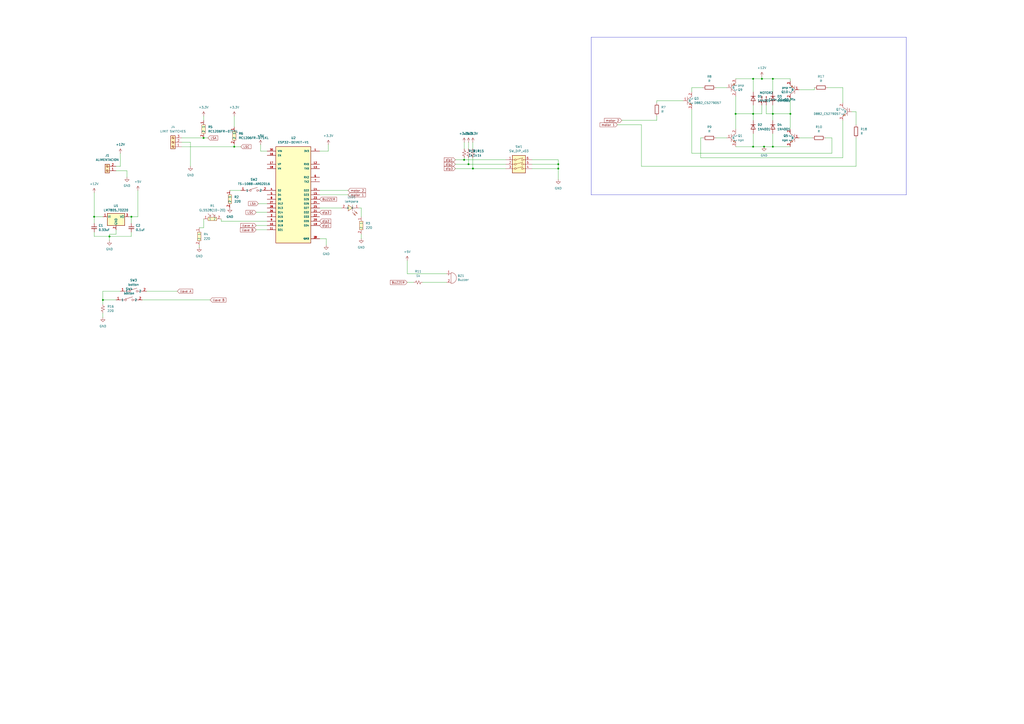
<source format=kicad_sch>
(kicad_sch
	(version 20250114)
	(generator "eeschema")
	(generator_version "9.0")
	(uuid "8c1a4f48-b8fc-462f-8cd1-cb0061b6b968")
	(paper "A2")
	(lib_symbols
		(symbol "Connector:Conn_01x02_Pin"
			(pin_names
				(offset 1.016)
				(hide yes)
			)
			(exclude_from_sim no)
			(in_bom yes)
			(on_board yes)
			(property "Reference" "J"
				(at 0 2.54 0)
				(effects
					(font
						(size 1.27 1.27)
					)
				)
			)
			(property "Value" "Conn_01x02_Pin"
				(at 0 -5.08 0)
				(effects
					(font
						(size 1.27 1.27)
					)
				)
			)
			(property "Footprint" ""
				(at 0 0 0)
				(effects
					(font
						(size 1.27 1.27)
					)
					(hide yes)
				)
			)
			(property "Datasheet" "~"
				(at 0 0 0)
				(effects
					(font
						(size 1.27 1.27)
					)
					(hide yes)
				)
			)
			(property "Description" "Generic connector, single row, 01x02, script generated"
				(at 0 0 0)
				(effects
					(font
						(size 1.27 1.27)
					)
					(hide yes)
				)
			)
			(property "ki_locked" ""
				(at 0 0 0)
				(effects
					(font
						(size 1.27 1.27)
					)
				)
			)
			(property "ki_keywords" "connector"
				(at 0 0 0)
				(effects
					(font
						(size 1.27 1.27)
					)
					(hide yes)
				)
			)
			(property "ki_fp_filters" "Connector*:*_1x??_*"
				(at 0 0 0)
				(effects
					(font
						(size 1.27 1.27)
					)
					(hide yes)
				)
			)
			(symbol "Conn_01x02_Pin_1_1"
				(rectangle
					(start 0.8636 0.127)
					(end 0 -0.127)
					(stroke
						(width 0.1524)
						(type default)
					)
					(fill
						(type outline)
					)
				)
				(rectangle
					(start 0.8636 -2.413)
					(end 0 -2.667)
					(stroke
						(width 0.1524)
						(type default)
					)
					(fill
						(type outline)
					)
				)
				(polyline
					(pts
						(xy 1.27 0) (xy 0.8636 0)
					)
					(stroke
						(width 0.1524)
						(type default)
					)
					(fill
						(type none)
					)
				)
				(polyline
					(pts
						(xy 1.27 -2.54) (xy 0.8636 -2.54)
					)
					(stroke
						(width 0.1524)
						(type default)
					)
					(fill
						(type none)
					)
				)
				(pin passive line
					(at 5.08 0 180)
					(length 3.81)
					(name "Pin_1"
						(effects
							(font
								(size 1.27 1.27)
							)
						)
					)
					(number "1"
						(effects
							(font
								(size 1.27 1.27)
							)
						)
					)
				)
				(pin passive line
					(at 5.08 -2.54 180)
					(length 3.81)
					(name "Pin_2"
						(effects
							(font
								(size 1.27 1.27)
							)
						)
					)
					(number "2"
						(effects
							(font
								(size 1.27 1.27)
							)
						)
					)
				)
			)
			(embedded_fonts no)
		)
		(symbol "Connector:Screw_Terminal_01x02"
			(pin_names
				(offset 1.016)
				(hide yes)
			)
			(exclude_from_sim no)
			(in_bom yes)
			(on_board yes)
			(property "Reference" "J"
				(at 0 2.54 0)
				(effects
					(font
						(size 1.27 1.27)
					)
				)
			)
			(property "Value" "Screw_Terminal_01x02"
				(at 0 -5.08 0)
				(effects
					(font
						(size 1.27 1.27)
					)
				)
			)
			(property "Footprint" ""
				(at 0 0 0)
				(effects
					(font
						(size 1.27 1.27)
					)
					(hide yes)
				)
			)
			(property "Datasheet" "~"
				(at 0 0 0)
				(effects
					(font
						(size 1.27 1.27)
					)
					(hide yes)
				)
			)
			(property "Description" "Generic screw terminal, single row, 01x02, script generated (kicad-library-utils/schlib/autogen/connector/)"
				(at 0 0 0)
				(effects
					(font
						(size 1.27 1.27)
					)
					(hide yes)
				)
			)
			(property "ki_keywords" "screw terminal"
				(at 0 0 0)
				(effects
					(font
						(size 1.27 1.27)
					)
					(hide yes)
				)
			)
			(property "ki_fp_filters" "TerminalBlock*:*"
				(at 0 0 0)
				(effects
					(font
						(size 1.27 1.27)
					)
					(hide yes)
				)
			)
			(symbol "Screw_Terminal_01x02_1_1"
				(rectangle
					(start -1.27 1.27)
					(end 1.27 -3.81)
					(stroke
						(width 0.254)
						(type default)
					)
					(fill
						(type background)
					)
				)
				(polyline
					(pts
						(xy -0.5334 0.3302) (xy 0.3302 -0.508)
					)
					(stroke
						(width 0.1524)
						(type default)
					)
					(fill
						(type none)
					)
				)
				(polyline
					(pts
						(xy -0.5334 -2.2098) (xy 0.3302 -3.048)
					)
					(stroke
						(width 0.1524)
						(type default)
					)
					(fill
						(type none)
					)
				)
				(polyline
					(pts
						(xy -0.3556 0.508) (xy 0.508 -0.3302)
					)
					(stroke
						(width 0.1524)
						(type default)
					)
					(fill
						(type none)
					)
				)
				(polyline
					(pts
						(xy -0.3556 -2.032) (xy 0.508 -2.8702)
					)
					(stroke
						(width 0.1524)
						(type default)
					)
					(fill
						(type none)
					)
				)
				(circle
					(center 0 0)
					(radius 0.635)
					(stroke
						(width 0.1524)
						(type default)
					)
					(fill
						(type none)
					)
				)
				(circle
					(center 0 -2.54)
					(radius 0.635)
					(stroke
						(width 0.1524)
						(type default)
					)
					(fill
						(type none)
					)
				)
				(pin passive line
					(at -5.08 0 0)
					(length 3.81)
					(name "Pin_1"
						(effects
							(font
								(size 1.27 1.27)
							)
						)
					)
					(number "1"
						(effects
							(font
								(size 1.27 1.27)
							)
						)
					)
				)
				(pin passive line
					(at -5.08 -2.54 0)
					(length 3.81)
					(name "Pin_2"
						(effects
							(font
								(size 1.27 1.27)
							)
						)
					)
					(number "2"
						(effects
							(font
								(size 1.27 1.27)
							)
						)
					)
				)
			)
			(embedded_fonts no)
		)
		(symbol "Connector:Screw_Terminal_01x03"
			(pin_names
				(offset 1.016)
				(hide yes)
			)
			(exclude_from_sim no)
			(in_bom yes)
			(on_board yes)
			(property "Reference" "J"
				(at 0 5.08 0)
				(effects
					(font
						(size 1.27 1.27)
					)
				)
			)
			(property "Value" "Screw_Terminal_01x03"
				(at 0 -5.08 0)
				(effects
					(font
						(size 1.27 1.27)
					)
				)
			)
			(property "Footprint" ""
				(at 0 0 0)
				(effects
					(font
						(size 1.27 1.27)
					)
					(hide yes)
				)
			)
			(property "Datasheet" "~"
				(at 0 0 0)
				(effects
					(font
						(size 1.27 1.27)
					)
					(hide yes)
				)
			)
			(property "Description" "Generic screw terminal, single row, 01x03, script generated (kicad-library-utils/schlib/autogen/connector/)"
				(at 0 0 0)
				(effects
					(font
						(size 1.27 1.27)
					)
					(hide yes)
				)
			)
			(property "ki_keywords" "screw terminal"
				(at 0 0 0)
				(effects
					(font
						(size 1.27 1.27)
					)
					(hide yes)
				)
			)
			(property "ki_fp_filters" "TerminalBlock*:*"
				(at 0 0 0)
				(effects
					(font
						(size 1.27 1.27)
					)
					(hide yes)
				)
			)
			(symbol "Screw_Terminal_01x03_1_1"
				(rectangle
					(start -1.27 3.81)
					(end 1.27 -3.81)
					(stroke
						(width 0.254)
						(type default)
					)
					(fill
						(type background)
					)
				)
				(polyline
					(pts
						(xy -0.5334 2.8702) (xy 0.3302 2.032)
					)
					(stroke
						(width 0.1524)
						(type default)
					)
					(fill
						(type none)
					)
				)
				(polyline
					(pts
						(xy -0.5334 0.3302) (xy 0.3302 -0.508)
					)
					(stroke
						(width 0.1524)
						(type default)
					)
					(fill
						(type none)
					)
				)
				(polyline
					(pts
						(xy -0.5334 -2.2098) (xy 0.3302 -3.048)
					)
					(stroke
						(width 0.1524)
						(type default)
					)
					(fill
						(type none)
					)
				)
				(polyline
					(pts
						(xy -0.3556 3.048) (xy 0.508 2.2098)
					)
					(stroke
						(width 0.1524)
						(type default)
					)
					(fill
						(type none)
					)
				)
				(polyline
					(pts
						(xy -0.3556 0.508) (xy 0.508 -0.3302)
					)
					(stroke
						(width 0.1524)
						(type default)
					)
					(fill
						(type none)
					)
				)
				(polyline
					(pts
						(xy -0.3556 -2.032) (xy 0.508 -2.8702)
					)
					(stroke
						(width 0.1524)
						(type default)
					)
					(fill
						(type none)
					)
				)
				(circle
					(center 0 2.54)
					(radius 0.635)
					(stroke
						(width 0.1524)
						(type default)
					)
					(fill
						(type none)
					)
				)
				(circle
					(center 0 0)
					(radius 0.635)
					(stroke
						(width 0.1524)
						(type default)
					)
					(fill
						(type none)
					)
				)
				(circle
					(center 0 -2.54)
					(radius 0.635)
					(stroke
						(width 0.1524)
						(type default)
					)
					(fill
						(type none)
					)
				)
				(pin passive line
					(at -5.08 2.54 0)
					(length 3.81)
					(name "Pin_1"
						(effects
							(font
								(size 1.27 1.27)
							)
						)
					)
					(number "1"
						(effects
							(font
								(size 1.27 1.27)
							)
						)
					)
				)
				(pin passive line
					(at -5.08 0 0)
					(length 3.81)
					(name "Pin_2"
						(effects
							(font
								(size 1.27 1.27)
							)
						)
					)
					(number "2"
						(effects
							(font
								(size 1.27 1.27)
							)
						)
					)
				)
				(pin passive line
					(at -5.08 -2.54 0)
					(length 3.81)
					(name "Pin_3"
						(effects
							(font
								(size 1.27 1.27)
							)
						)
					)
					(number "3"
						(effects
							(font
								(size 1.27 1.27)
							)
						)
					)
				)
			)
			(embedded_fonts no)
		)
		(symbol "Device:Buzzer"
			(pin_names
				(offset 0.0254)
				(hide yes)
			)
			(exclude_from_sim no)
			(in_bom yes)
			(on_board yes)
			(property "Reference" "BZ"
				(at 3.81 1.27 0)
				(effects
					(font
						(size 1.27 1.27)
					)
					(justify left)
				)
			)
			(property "Value" "Buzzer"
				(at 3.81 -1.27 0)
				(effects
					(font
						(size 1.27 1.27)
					)
					(justify left)
				)
			)
			(property "Footprint" ""
				(at -0.635 2.54 90)
				(effects
					(font
						(size 1.27 1.27)
					)
					(hide yes)
				)
			)
			(property "Datasheet" "~"
				(at -0.635 2.54 90)
				(effects
					(font
						(size 1.27 1.27)
					)
					(hide yes)
				)
			)
			(property "Description" "Buzzer, polarized"
				(at 0 0 0)
				(effects
					(font
						(size 1.27 1.27)
					)
					(hide yes)
				)
			)
			(property "ki_keywords" "quartz resonator ceramic"
				(at 0 0 0)
				(effects
					(font
						(size 1.27 1.27)
					)
					(hide yes)
				)
			)
			(property "ki_fp_filters" "*Buzzer*"
				(at 0 0 0)
				(effects
					(font
						(size 1.27 1.27)
					)
					(hide yes)
				)
			)
			(symbol "Buzzer_0_1"
				(polyline
					(pts
						(xy -1.651 1.905) (xy -1.143 1.905)
					)
					(stroke
						(width 0)
						(type default)
					)
					(fill
						(type none)
					)
				)
				(polyline
					(pts
						(xy -1.397 2.159) (xy -1.397 1.651)
					)
					(stroke
						(width 0)
						(type default)
					)
					(fill
						(type none)
					)
				)
				(arc
					(start 0 3.175)
					(mid 3.1612 0)
					(end 0 -3.175)
					(stroke
						(width 0)
						(type default)
					)
					(fill
						(type none)
					)
				)
				(polyline
					(pts
						(xy 0 3.175) (xy 0 -3.175)
					)
					(stroke
						(width 0)
						(type default)
					)
					(fill
						(type none)
					)
				)
			)
			(symbol "Buzzer_1_1"
				(pin passive line
					(at -2.54 2.54 0)
					(length 2.54)
					(name "+"
						(effects
							(font
								(size 1.27 1.27)
							)
						)
					)
					(number "1"
						(effects
							(font
								(size 1.27 1.27)
							)
						)
					)
				)
				(pin passive line
					(at -2.54 -2.54 0)
					(length 2.54)
					(name "-"
						(effects
							(font
								(size 1.27 1.27)
							)
						)
					)
					(number "2"
						(effects
							(font
								(size 1.27 1.27)
							)
						)
					)
				)
			)
			(embedded_fonts no)
		)
		(symbol "Device:C_Small"
			(pin_numbers
				(hide yes)
			)
			(pin_names
				(offset 0.254)
				(hide yes)
			)
			(exclude_from_sim no)
			(in_bom yes)
			(on_board yes)
			(property "Reference" "C"
				(at 0.254 1.778 0)
				(effects
					(font
						(size 1.27 1.27)
					)
					(justify left)
				)
			)
			(property "Value" "C_Small"
				(at 0.254 -2.032 0)
				(effects
					(font
						(size 1.27 1.27)
					)
					(justify left)
				)
			)
			(property "Footprint" ""
				(at 0 0 0)
				(effects
					(font
						(size 1.27 1.27)
					)
					(hide yes)
				)
			)
			(property "Datasheet" "~"
				(at 0 0 0)
				(effects
					(font
						(size 1.27 1.27)
					)
					(hide yes)
				)
			)
			(property "Description" "Unpolarized capacitor, small symbol"
				(at 0 0 0)
				(effects
					(font
						(size 1.27 1.27)
					)
					(hide yes)
				)
			)
			(property "ki_keywords" "capacitor cap"
				(at 0 0 0)
				(effects
					(font
						(size 1.27 1.27)
					)
					(hide yes)
				)
			)
			(property "ki_fp_filters" "C_*"
				(at 0 0 0)
				(effects
					(font
						(size 1.27 1.27)
					)
					(hide yes)
				)
			)
			(symbol "C_Small_0_1"
				(polyline
					(pts
						(xy -1.524 0.508) (xy 1.524 0.508)
					)
					(stroke
						(width 0.3048)
						(type default)
					)
					(fill
						(type none)
					)
				)
				(polyline
					(pts
						(xy -1.524 -0.508) (xy 1.524 -0.508)
					)
					(stroke
						(width 0.3302)
						(type default)
					)
					(fill
						(type none)
					)
				)
			)
			(symbol "C_Small_1_1"
				(pin passive line
					(at 0 2.54 270)
					(length 2.032)
					(name "~"
						(effects
							(font
								(size 1.27 1.27)
							)
						)
					)
					(number "1"
						(effects
							(font
								(size 1.27 1.27)
							)
						)
					)
				)
				(pin passive line
					(at 0 -2.54 90)
					(length 2.032)
					(name "~"
						(effects
							(font
								(size 1.27 1.27)
							)
						)
					)
					(number "2"
						(effects
							(font
								(size 1.27 1.27)
							)
						)
					)
				)
			)
			(embedded_fonts no)
		)
		(symbol "Device:R"
			(pin_numbers
				(hide yes)
			)
			(pin_names
				(offset 0)
			)
			(exclude_from_sim no)
			(in_bom yes)
			(on_board yes)
			(property "Reference" "R"
				(at 2.032 0 90)
				(effects
					(font
						(size 1.27 1.27)
					)
				)
			)
			(property "Value" "R"
				(at 0 0 90)
				(effects
					(font
						(size 1.27 1.27)
					)
				)
			)
			(property "Footprint" ""
				(at -1.778 0 90)
				(effects
					(font
						(size 1.27 1.27)
					)
					(hide yes)
				)
			)
			(property "Datasheet" "~"
				(at 0 0 0)
				(effects
					(font
						(size 1.27 1.27)
					)
					(hide yes)
				)
			)
			(property "Description" "Resistor"
				(at 0 0 0)
				(effects
					(font
						(size 1.27 1.27)
					)
					(hide yes)
				)
			)
			(property "ki_keywords" "R res resistor"
				(at 0 0 0)
				(effects
					(font
						(size 1.27 1.27)
					)
					(hide yes)
				)
			)
			(property "ki_fp_filters" "R_*"
				(at 0 0 0)
				(effects
					(font
						(size 1.27 1.27)
					)
					(hide yes)
				)
			)
			(symbol "R_0_1"
				(rectangle
					(start -1.016 -2.54)
					(end 1.016 2.54)
					(stroke
						(width 0.254)
						(type default)
					)
					(fill
						(type none)
					)
				)
			)
			(symbol "R_1_1"
				(pin passive line
					(at 0 3.81 270)
					(length 1.27)
					(name "~"
						(effects
							(font
								(size 1.27 1.27)
							)
						)
					)
					(number "1"
						(effects
							(font
								(size 1.27 1.27)
							)
						)
					)
				)
				(pin passive line
					(at 0 -3.81 90)
					(length 1.27)
					(name "~"
						(effects
							(font
								(size 1.27 1.27)
							)
						)
					)
					(number "2"
						(effects
							(font
								(size 1.27 1.27)
							)
						)
					)
				)
			)
			(embedded_fonts no)
		)
		(symbol "Device:R_Small_US"
			(pin_numbers
				(hide yes)
			)
			(pin_names
				(offset 0.254)
				(hide yes)
			)
			(exclude_from_sim no)
			(in_bom yes)
			(on_board yes)
			(property "Reference" "R"
				(at 0.762 0.508 0)
				(effects
					(font
						(size 1.27 1.27)
					)
					(justify left)
				)
			)
			(property "Value" "R_Small_US"
				(at 0.762 -1.016 0)
				(effects
					(font
						(size 1.27 1.27)
					)
					(justify left)
				)
			)
			(property "Footprint" ""
				(at 0 0 0)
				(effects
					(font
						(size 1.27 1.27)
					)
					(hide yes)
				)
			)
			(property "Datasheet" "~"
				(at 0 0 0)
				(effects
					(font
						(size 1.27 1.27)
					)
					(hide yes)
				)
			)
			(property "Description" "Resistor, small US symbol"
				(at 0 0 0)
				(effects
					(font
						(size 1.27 1.27)
					)
					(hide yes)
				)
			)
			(property "ki_keywords" "r resistor"
				(at 0 0 0)
				(effects
					(font
						(size 1.27 1.27)
					)
					(hide yes)
				)
			)
			(property "ki_fp_filters" "R_*"
				(at 0 0 0)
				(effects
					(font
						(size 1.27 1.27)
					)
					(hide yes)
				)
			)
			(symbol "R_Small_US_1_1"
				(polyline
					(pts
						(xy 0 1.524) (xy 1.016 1.143) (xy 0 0.762) (xy -1.016 0.381) (xy 0 0)
					)
					(stroke
						(width 0)
						(type default)
					)
					(fill
						(type none)
					)
				)
				(polyline
					(pts
						(xy 0 0) (xy 1.016 -0.381) (xy 0 -0.762) (xy -1.016 -1.143) (xy 0 -1.524)
					)
					(stroke
						(width 0)
						(type default)
					)
					(fill
						(type none)
					)
				)
				(pin passive line
					(at 0 2.54 270)
					(length 1.016)
					(name "~"
						(effects
							(font
								(size 1.27 1.27)
							)
						)
					)
					(number "1"
						(effects
							(font
								(size 1.27 1.27)
							)
						)
					)
				)
				(pin passive line
					(at 0 -2.54 90)
					(length 1.016)
					(name "~"
						(effects
							(font
								(size 1.27 1.27)
							)
						)
					)
					(number "2"
						(effects
							(font
								(size 1.27 1.27)
							)
						)
					)
				)
			)
			(embedded_fonts no)
		)
		(symbol "Diode:1N4001"
			(pin_numbers
				(hide yes)
			)
			(pin_names
				(hide yes)
			)
			(exclude_from_sim no)
			(in_bom yes)
			(on_board yes)
			(property "Reference" "D"
				(at 0 2.54 0)
				(effects
					(font
						(size 1.27 1.27)
					)
				)
			)
			(property "Value" "1N4001"
				(at 0 -2.54 0)
				(effects
					(font
						(size 1.27 1.27)
					)
				)
			)
			(property "Footprint" "Diode_THT:D_DO-41_SOD81_P10.16mm_Horizontal"
				(at 0 0 0)
				(effects
					(font
						(size 1.27 1.27)
					)
					(hide yes)
				)
			)
			(property "Datasheet" "http://www.vishay.com/docs/88503/1n4001.pdf"
				(at 0 0 0)
				(effects
					(font
						(size 1.27 1.27)
					)
					(hide yes)
				)
			)
			(property "Description" "50V 1A General Purpose Rectifier Diode, DO-41"
				(at 0 0 0)
				(effects
					(font
						(size 1.27 1.27)
					)
					(hide yes)
				)
			)
			(property "Sim.Device" "D"
				(at 0 0 0)
				(effects
					(font
						(size 1.27 1.27)
					)
					(hide yes)
				)
			)
			(property "Sim.Pins" "1=K 2=A"
				(at 0 0 0)
				(effects
					(font
						(size 1.27 1.27)
					)
					(hide yes)
				)
			)
			(property "ki_keywords" "diode"
				(at 0 0 0)
				(effects
					(font
						(size 1.27 1.27)
					)
					(hide yes)
				)
			)
			(property "ki_fp_filters" "D*DO?41*"
				(at 0 0 0)
				(effects
					(font
						(size 1.27 1.27)
					)
					(hide yes)
				)
			)
			(symbol "1N4001_0_1"
				(polyline
					(pts
						(xy -1.27 1.27) (xy -1.27 -1.27)
					)
					(stroke
						(width 0.254)
						(type default)
					)
					(fill
						(type none)
					)
				)
				(polyline
					(pts
						(xy 1.27 1.27) (xy 1.27 -1.27) (xy -1.27 0) (xy 1.27 1.27)
					)
					(stroke
						(width 0.254)
						(type default)
					)
					(fill
						(type none)
					)
				)
				(polyline
					(pts
						(xy 1.27 0) (xy -1.27 0)
					)
					(stroke
						(width 0)
						(type default)
					)
					(fill
						(type none)
					)
				)
			)
			(symbol "1N4001_1_1"
				(pin passive line
					(at -3.81 0 0)
					(length 2.54)
					(name "K"
						(effects
							(font
								(size 1.27 1.27)
							)
						)
					)
					(number "1"
						(effects
							(font
								(size 1.27 1.27)
							)
						)
					)
				)
				(pin passive line
					(at 3.81 0 180)
					(length 2.54)
					(name "A"
						(effects
							(font
								(size 1.27 1.27)
							)
						)
					)
					(number "2"
						(effects
							(font
								(size 1.27 1.27)
							)
						)
					)
				)
			)
			(embedded_fonts no)
		)
		(symbol "ESP32-DEVKIT-V1:ESP32-DEVKIT-V1"
			(pin_names
				(offset 1.016)
			)
			(exclude_from_sim no)
			(in_bom yes)
			(on_board yes)
			(property "Reference" "U"
				(at -10.16 30.48 0)
				(effects
					(font
						(size 1.27 1.27)
					)
					(justify left top)
				)
			)
			(property "Value" "ESP32-DEVKIT-V1"
				(at -10.16 -30.48 0)
				(effects
					(font
						(size 1.27 1.27)
					)
					(justify left bottom)
				)
			)
			(property "Footprint" "ESP32-DEVKIT-V1:MODULE_ESP32_DEVKIT_V1"
				(at 0 0 0)
				(effects
					(font
						(size 1.27 1.27)
					)
					(justify bottom)
					(hide yes)
				)
			)
			(property "Datasheet" ""
				(at 0 0 0)
				(effects
					(font
						(size 1.27 1.27)
					)
					(hide yes)
				)
			)
			(property "Description" ""
				(at 0 0 0)
				(effects
					(font
						(size 1.27 1.27)
					)
					(hide yes)
				)
			)
			(property "MF" "Do it"
				(at 0 0 0)
				(effects
					(font
						(size 1.27 1.27)
					)
					(justify bottom)
					(hide yes)
				)
			)
			(property "MAXIMUM_PACKAGE_HEIGHT" "6.8 mm"
				(at 0 0 0)
				(effects
					(font
						(size 1.27 1.27)
					)
					(justify bottom)
					(hide yes)
				)
			)
			(property "Package" "None"
				(at 0 0 0)
				(effects
					(font
						(size 1.27 1.27)
					)
					(justify bottom)
					(hide yes)
				)
			)
			(property "Price" "None"
				(at 0 0 0)
				(effects
					(font
						(size 1.27 1.27)
					)
					(justify bottom)
					(hide yes)
				)
			)
			(property "Check_prices" "https://www.snapeda.com/parts/ESP32-DEVKIT-V1/Do+it/view-part/?ref=eda"
				(at 0 0 0)
				(effects
					(font
						(size 1.27 1.27)
					)
					(justify bottom)
					(hide yes)
				)
			)
			(property "STANDARD" "Manufacturer Recommendations"
				(at 0 0 0)
				(effects
					(font
						(size 1.27 1.27)
					)
					(justify bottom)
					(hide yes)
				)
			)
			(property "PARTREV" "N/A"
				(at 0 0 0)
				(effects
					(font
						(size 1.27 1.27)
					)
					(justify bottom)
					(hide yes)
				)
			)
			(property "SnapEDA_Link" "https://www.snapeda.com/parts/ESP32-DEVKIT-V1/Do+it/view-part/?ref=snap"
				(at 0 0 0)
				(effects
					(font
						(size 1.27 1.27)
					)
					(justify bottom)
					(hide yes)
				)
			)
			(property "MP" "ESP32-DEVKIT-V1"
				(at 0 0 0)
				(effects
					(font
						(size 1.27 1.27)
					)
					(justify bottom)
					(hide yes)
				)
			)
			(property "Description_1" "\nDual core, Wi-Fi: 2.4 GHz up to 150 Mbits/s,BLE (Bluetooth Low Energy) and legacy Bluetooth, 32 bits, Up to 240 MHz\n"
				(at 0 0 0)
				(effects
					(font
						(size 1.27 1.27)
					)
					(justify bottom)
					(hide yes)
				)
			)
			(property "Availability" "Not in stock"
				(at 0 0 0)
				(effects
					(font
						(size 1.27 1.27)
					)
					(justify bottom)
					(hide yes)
				)
			)
			(property "MANUFACTURER" "DOIT"
				(at 0 0 0)
				(effects
					(font
						(size 1.27 1.27)
					)
					(justify bottom)
					(hide yes)
				)
			)
			(symbol "ESP32-DEVKIT-V1_0_0"
				(rectangle
					(start -10.16 -27.94)
					(end 10.16 27.94)
					(stroke
						(width 0.254)
						(type default)
					)
					(fill
						(type background)
					)
				)
				(pin input line
					(at -15.24 25.4 0)
					(length 5.08)
					(name "VIN"
						(effects
							(font
								(size 1.016 1.016)
							)
						)
					)
					(number "30"
						(effects
							(font
								(size 1.016 1.016)
							)
						)
					)
				)
				(pin input line
					(at -15.24 22.86 0)
					(length 5.08)
					(name "EN"
						(effects
							(font
								(size 1.016 1.016)
							)
						)
					)
					(number "16"
						(effects
							(font
								(size 1.016 1.016)
							)
						)
					)
				)
				(pin bidirectional line
					(at -15.24 17.78 0)
					(length 5.08)
					(name "VP"
						(effects
							(font
								(size 1.016 1.016)
							)
						)
					)
					(number "17"
						(effects
							(font
								(size 1.016 1.016)
							)
						)
					)
				)
				(pin bidirectional line
					(at -15.24 15.24 0)
					(length 5.08)
					(name "VN"
						(effects
							(font
								(size 1.016 1.016)
							)
						)
					)
					(number "18"
						(effects
							(font
								(size 1.016 1.016)
							)
						)
					)
				)
				(pin bidirectional line
					(at -15.24 2.54 0)
					(length 5.08)
					(name "D2"
						(effects
							(font
								(size 1.016 1.016)
							)
						)
					)
					(number "4"
						(effects
							(font
								(size 1.016 1.016)
							)
						)
					)
				)
				(pin bidirectional line
					(at -15.24 0 0)
					(length 5.08)
					(name "D4"
						(effects
							(font
								(size 1.016 1.016)
							)
						)
					)
					(number "5"
						(effects
							(font
								(size 1.016 1.016)
							)
						)
					)
				)
				(pin bidirectional line
					(at -15.24 -2.54 0)
					(length 5.08)
					(name "D5"
						(effects
							(font
								(size 1.016 1.016)
							)
						)
					)
					(number "8"
						(effects
							(font
								(size 1.016 1.016)
							)
						)
					)
				)
				(pin bidirectional line
					(at -15.24 -5.08 0)
					(length 5.08)
					(name "D12"
						(effects
							(font
								(size 1.016 1.016)
							)
						)
					)
					(number "27"
						(effects
							(font
								(size 1.016 1.016)
							)
						)
					)
				)
				(pin bidirectional line
					(at -15.24 -7.62 0)
					(length 5.08)
					(name "D13"
						(effects
							(font
								(size 1.016 1.016)
							)
						)
					)
					(number "28"
						(effects
							(font
								(size 1.016 1.016)
							)
						)
					)
				)
				(pin bidirectional line
					(at -15.24 -10.16 0)
					(length 5.08)
					(name "D14"
						(effects
							(font
								(size 1.016 1.016)
							)
						)
					)
					(number "26"
						(effects
							(font
								(size 1.016 1.016)
							)
						)
					)
				)
				(pin bidirectional line
					(at -15.24 -12.7 0)
					(length 5.08)
					(name "D15"
						(effects
							(font
								(size 1.016 1.016)
							)
						)
					)
					(number "3"
						(effects
							(font
								(size 1.016 1.016)
							)
						)
					)
				)
				(pin bidirectional line
					(at -15.24 -15.24 0)
					(length 5.08)
					(name "D18"
						(effects
							(font
								(size 1.016 1.016)
							)
						)
					)
					(number "9"
						(effects
							(font
								(size 1.016 1.016)
							)
						)
					)
				)
				(pin bidirectional line
					(at -15.24 -17.78 0)
					(length 5.08)
					(name "D19"
						(effects
							(font
								(size 1.016 1.016)
							)
						)
					)
					(number "10"
						(effects
							(font
								(size 1.016 1.016)
							)
						)
					)
				)
				(pin bidirectional line
					(at -15.24 -20.32 0)
					(length 5.08)
					(name "D21"
						(effects
							(font
								(size 1.016 1.016)
							)
						)
					)
					(number "11"
						(effects
							(font
								(size 1.016 1.016)
							)
						)
					)
				)
				(pin output line
					(at 15.24 25.4 180)
					(length 5.08)
					(name "3V3"
						(effects
							(font
								(size 1.016 1.016)
							)
						)
					)
					(number "1"
						(effects
							(font
								(size 1.016 1.016)
							)
						)
					)
				)
				(pin input line
					(at 15.24 17.78 180)
					(length 5.08)
					(name "RX0"
						(effects
							(font
								(size 1.016 1.016)
							)
						)
					)
					(number "12"
						(effects
							(font
								(size 1.016 1.016)
							)
						)
					)
				)
				(pin output line
					(at 15.24 15.24 180)
					(length 5.08)
					(name "TX0"
						(effects
							(font
								(size 1.016 1.016)
							)
						)
					)
					(number "13"
						(effects
							(font
								(size 1.016 1.016)
							)
						)
					)
				)
				(pin input line
					(at 15.24 10.16 180)
					(length 5.08)
					(name "RX2"
						(effects
							(font
								(size 1.016 1.016)
							)
						)
					)
					(number "6"
						(effects
							(font
								(size 1.016 1.016)
							)
						)
					)
				)
				(pin output line
					(at 15.24 7.62 180)
					(length 5.08)
					(name "TX2"
						(effects
							(font
								(size 1.016 1.016)
							)
						)
					)
					(number "7"
						(effects
							(font
								(size 1.016 1.016)
							)
						)
					)
				)
				(pin bidirectional line
					(at 15.24 2.54 180)
					(length 5.08)
					(name "D22"
						(effects
							(font
								(size 1.016 1.016)
							)
						)
					)
					(number "14"
						(effects
							(font
								(size 1.016 1.016)
							)
						)
					)
				)
				(pin bidirectional line
					(at 15.24 0 180)
					(length 5.08)
					(name "D23"
						(effects
							(font
								(size 1.016 1.016)
							)
						)
					)
					(number "15"
						(effects
							(font
								(size 1.016 1.016)
							)
						)
					)
				)
				(pin bidirectional line
					(at 15.24 -2.54 180)
					(length 5.08)
					(name "D25"
						(effects
							(font
								(size 1.016 1.016)
							)
						)
					)
					(number "23"
						(effects
							(font
								(size 1.016 1.016)
							)
						)
					)
				)
				(pin bidirectional line
					(at 15.24 -5.08 180)
					(length 5.08)
					(name "D26"
						(effects
							(font
								(size 1.016 1.016)
							)
						)
					)
					(number "24"
						(effects
							(font
								(size 1.016 1.016)
							)
						)
					)
				)
				(pin bidirectional line
					(at 15.24 -7.62 180)
					(length 5.08)
					(name "D27"
						(effects
							(font
								(size 1.016 1.016)
							)
						)
					)
					(number "25"
						(effects
							(font
								(size 1.016 1.016)
							)
						)
					)
				)
				(pin bidirectional line
					(at 15.24 -10.16 180)
					(length 5.08)
					(name "D32"
						(effects
							(font
								(size 1.016 1.016)
							)
						)
					)
					(number "21"
						(effects
							(font
								(size 1.016 1.016)
							)
						)
					)
				)
				(pin bidirectional line
					(at 15.24 -12.7 180)
					(length 5.08)
					(name "D33"
						(effects
							(font
								(size 1.016 1.016)
							)
						)
					)
					(number "22"
						(effects
							(font
								(size 1.016 1.016)
							)
						)
					)
				)
				(pin bidirectional line
					(at 15.24 -15.24 180)
					(length 5.08)
					(name "D35"
						(effects
							(font
								(size 1.016 1.016)
							)
						)
					)
					(number "20"
						(effects
							(font
								(size 1.016 1.016)
							)
						)
					)
				)
				(pin bidirectional line
					(at 15.24 -17.78 180)
					(length 5.08)
					(name "D34"
						(effects
							(font
								(size 1.016 1.016)
							)
						)
					)
					(number "19"
						(effects
							(font
								(size 1.016 1.016)
							)
						)
					)
				)
				(pin power_in line
					(at 15.24 -25.4 180)
					(length 5.08)
					(name "GND"
						(effects
							(font
								(size 1.016 1.016)
							)
						)
					)
					(number "2"
						(effects
							(font
								(size 1.016 1.016)
							)
						)
					)
				)
				(pin power_in line
					(at 15.24 -25.4 180)
					(length 5.08)
					(name "GND"
						(effects
							(font
								(size 1.016 1.016)
							)
						)
					)
					(number "29"
						(effects
							(font
								(size 1.016 1.016)
							)
						)
					)
				)
			)
			(embedded_fonts no)
		)
		(symbol "Regulator_Linear:LM7805_TO220"
			(pin_names
				(offset 0.254)
			)
			(exclude_from_sim no)
			(in_bom yes)
			(on_board yes)
			(property "Reference" "U"
				(at -3.81 3.175 0)
				(effects
					(font
						(size 1.27 1.27)
					)
				)
			)
			(property "Value" "LM7805_TO220"
				(at 0 3.175 0)
				(effects
					(font
						(size 1.27 1.27)
					)
					(justify left)
				)
			)
			(property "Footprint" "Package_TO_SOT_THT:TO-220-3_Vertical"
				(at 0 5.715 0)
				(effects
					(font
						(size 1.27 1.27)
						(italic yes)
					)
					(hide yes)
				)
			)
			(property "Datasheet" "https://www.onsemi.cn/PowerSolutions/document/MC7800-D.PDF"
				(at 0 -1.27 0)
				(effects
					(font
						(size 1.27 1.27)
					)
					(hide yes)
				)
			)
			(property "Description" "Positive 1A 35V Linear Regulator, Fixed Output 5V, TO-220"
				(at 0 0 0)
				(effects
					(font
						(size 1.27 1.27)
					)
					(hide yes)
				)
			)
			(property "ki_keywords" "Voltage Regulator 1A Positive"
				(at 0 0 0)
				(effects
					(font
						(size 1.27 1.27)
					)
					(hide yes)
				)
			)
			(property "ki_fp_filters" "TO?220*"
				(at 0 0 0)
				(effects
					(font
						(size 1.27 1.27)
					)
					(hide yes)
				)
			)
			(symbol "LM7805_TO220_0_1"
				(rectangle
					(start -5.08 1.905)
					(end 5.08 -5.08)
					(stroke
						(width 0.254)
						(type default)
					)
					(fill
						(type background)
					)
				)
			)
			(symbol "LM7805_TO220_1_1"
				(pin power_in line
					(at -7.62 0 0)
					(length 2.54)
					(name "VI"
						(effects
							(font
								(size 1.27 1.27)
							)
						)
					)
					(number "1"
						(effects
							(font
								(size 1.27 1.27)
							)
						)
					)
				)
				(pin power_in line
					(at 0 -7.62 90)
					(length 2.54)
					(name "GND"
						(effects
							(font
								(size 1.27 1.27)
							)
						)
					)
					(number "2"
						(effects
							(font
								(size 1.27 1.27)
							)
						)
					)
				)
				(pin power_out line
					(at 7.62 0 180)
					(length 2.54)
					(name "VO"
						(effects
							(font
								(size 1.27 1.27)
							)
						)
					)
					(number "3"
						(effects
							(font
								(size 1.27 1.27)
							)
						)
					)
				)
			)
			(embedded_fonts no)
		)
		(symbol "Switch:SW_DIP_x03"
			(pin_names
				(offset 0)
				(hide yes)
			)
			(exclude_from_sim no)
			(in_bom yes)
			(on_board yes)
			(property "Reference" "SW"
				(at 0 6.35 0)
				(effects
					(font
						(size 1.27 1.27)
					)
				)
			)
			(property "Value" "SW_DIP_x03"
				(at 0 -6.35 0)
				(effects
					(font
						(size 1.27 1.27)
					)
				)
			)
			(property "Footprint" ""
				(at 0 -2.54 0)
				(effects
					(font
						(size 1.27 1.27)
					)
					(hide yes)
				)
			)
			(property "Datasheet" "~"
				(at 0 -2.54 0)
				(effects
					(font
						(size 1.27 1.27)
					)
					(hide yes)
				)
			)
			(property "Description" "3x DIP Switch, Single Pole Single Throw (SPST) switch, small symbol"
				(at 0 0 0)
				(effects
					(font
						(size 1.27 1.27)
					)
					(hide yes)
				)
			)
			(property "ki_keywords" "dip switch"
				(at 0 0 0)
				(effects
					(font
						(size 1.27 1.27)
					)
					(hide yes)
				)
			)
			(property "ki_fp_filters" "SW?DIP?x3*"
				(at 0 0 0)
				(effects
					(font
						(size 1.27 1.27)
					)
					(hide yes)
				)
			)
			(symbol "SW_DIP_x03_0_0"
				(circle
					(center -2.032 2.54)
					(radius 0.508)
					(stroke
						(width 0)
						(type default)
					)
					(fill
						(type none)
					)
				)
				(circle
					(center -2.032 0)
					(radius 0.508)
					(stroke
						(width 0)
						(type default)
					)
					(fill
						(type none)
					)
				)
				(circle
					(center -2.032 -2.54)
					(radius 0.508)
					(stroke
						(width 0)
						(type default)
					)
					(fill
						(type none)
					)
				)
				(polyline
					(pts
						(xy -1.524 2.667) (xy 2.3622 3.7084)
					)
					(stroke
						(width 0)
						(type default)
					)
					(fill
						(type none)
					)
				)
				(polyline
					(pts
						(xy -1.524 0.127) (xy 2.3622 1.1684)
					)
					(stroke
						(width 0)
						(type default)
					)
					(fill
						(type none)
					)
				)
				(polyline
					(pts
						(xy -1.524 -2.413) (xy 2.3622 -1.3716)
					)
					(stroke
						(width 0)
						(type default)
					)
					(fill
						(type none)
					)
				)
				(circle
					(center 2.032 2.54)
					(radius 0.508)
					(stroke
						(width 0)
						(type default)
					)
					(fill
						(type none)
					)
				)
				(circle
					(center 2.032 0)
					(radius 0.508)
					(stroke
						(width 0)
						(type default)
					)
					(fill
						(type none)
					)
				)
				(circle
					(center 2.032 -2.54)
					(radius 0.508)
					(stroke
						(width 0)
						(type default)
					)
					(fill
						(type none)
					)
				)
			)
			(symbol "SW_DIP_x03_0_1"
				(rectangle
					(start -3.81 5.08)
					(end 3.81 -5.08)
					(stroke
						(width 0.254)
						(type default)
					)
					(fill
						(type background)
					)
				)
			)
			(symbol "SW_DIP_x03_1_1"
				(pin passive line
					(at -7.62 2.54 0)
					(length 5.08)
					(name "~"
						(effects
							(font
								(size 1.27 1.27)
							)
						)
					)
					(number "1"
						(effects
							(font
								(size 1.27 1.27)
							)
						)
					)
				)
				(pin passive line
					(at -7.62 0 0)
					(length 5.08)
					(name "~"
						(effects
							(font
								(size 1.27 1.27)
							)
						)
					)
					(number "2"
						(effects
							(font
								(size 1.27 1.27)
							)
						)
					)
				)
				(pin passive line
					(at -7.62 -2.54 0)
					(length 5.08)
					(name "~"
						(effects
							(font
								(size 1.27 1.27)
							)
						)
					)
					(number "3"
						(effects
							(font
								(size 1.27 1.27)
							)
						)
					)
				)
				(pin passive line
					(at 7.62 2.54 180)
					(length 5.08)
					(name "~"
						(effects
							(font
								(size 1.27 1.27)
							)
						)
					)
					(number "6"
						(effects
							(font
								(size 1.27 1.27)
							)
						)
					)
				)
				(pin passive line
					(at 7.62 0 180)
					(length 5.08)
					(name "~"
						(effects
							(font
								(size 1.27 1.27)
							)
						)
					)
					(number "5"
						(effects
							(font
								(size 1.27 1.27)
							)
						)
					)
				)
				(pin passive line
					(at 7.62 -2.54 180)
					(length 5.08)
					(name "~"
						(effects
							(font
								(size 1.27 1.27)
							)
						)
					)
					(number "4"
						(effects
							(font
								(size 1.27 1.27)
							)
						)
					)
				)
			)
			(embedded_fonts no)
		)
		(symbol "easyeda2kicad:1206W4J0221T5E"
			(exclude_from_sim no)
			(in_bom yes)
			(on_board yes)
			(property "Reference" "R"
				(at 0 5.08 0)
				(effects
					(font
						(size 1.27 1.27)
					)
				)
			)
			(property "Value" "1206W4J0221T5E"
				(at 0 -5.08 0)
				(effects
					(font
						(size 1.27 1.27)
					)
				)
			)
			(property "Footprint" "easyeda2kicad:R1206"
				(at 0 -7.62 0)
				(effects
					(font
						(size 1.27 1.27)
					)
					(hide yes)
				)
			)
			(property "Datasheet" "https://lcsc.com/product-detail/Chip-Resistor-Surface-Mount-UniOhm_220R-221-5_C25363.html"
				(at 0 -10.16 0)
				(effects
					(font
						(size 1.27 1.27)
					)
					(hide yes)
				)
			)
			(property "Description" ""
				(at 0 0 0)
				(effects
					(font
						(size 1.27 1.27)
					)
					(hide yes)
				)
			)
			(property "LCSC Part" "C25363"
				(at 0 -12.7 0)
				(effects
					(font
						(size 1.27 1.27)
					)
					(hide yes)
				)
			)
			(symbol "1206W4J0221T5E_0_1"
				(rectangle
					(start -2.54 1.02)
					(end 2.54 -1.02)
					(stroke
						(width 0)
						(type default)
					)
					(fill
						(type background)
					)
				)
				(pin input line
					(at -5.08 0 0)
					(length 2.54)
					(name "1"
						(effects
							(font
								(size 1.27 1.27)
							)
						)
					)
					(number "1"
						(effects
							(font
								(size 1.27 1.27)
							)
						)
					)
				)
				(pin input line
					(at 5.08 0 180)
					(length 2.54)
					(name "2"
						(effects
							(font
								(size 1.27 1.27)
							)
						)
					)
					(number "2"
						(effects
							(font
								(size 1.27 1.27)
							)
						)
					)
				)
			)
			(embedded_fonts no)
		)
		(symbol "easyeda2kicad:2DA1797-13"
			(exclude_from_sim no)
			(in_bom yes)
			(on_board yes)
			(property "Reference" "Q"
				(at 0 10.16 0)
				(effects
					(font
						(size 1.27 1.27)
					)
				)
			)
			(property "Value" "2DA1797-13"
				(at 0 -10.16 0)
				(effects
					(font
						(size 1.27 1.27)
					)
				)
			)
			(property "Footprint" "easyeda2kicad:SOT-89-3_L4.5-W2.5-P1.50-LS4.2-BR"
				(at 0 -12.7 0)
				(effects
					(font
						(size 1.27 1.27)
					)
					(hide yes)
				)
			)
			(property "Datasheet" "https://lcsc.com/product-detail/Transistors-NPN-PNP_Diodes-Incorporated-2DA1797-13_C459827.html"
				(at 0 -15.24 0)
				(effects
					(font
						(size 1.27 1.27)
					)
					(hide yes)
				)
			)
			(property "Description" ""
				(at 0 0 0)
				(effects
					(font
						(size 1.27 1.27)
					)
					(hide yes)
				)
			)
			(property "LCSC Part" "C459827"
				(at 0 -17.78 0)
				(effects
					(font
						(size 1.27 1.27)
					)
					(hide yes)
				)
			)
			(symbol "2DA1797-13_0_1"
				(polyline
					(pts
						(xy -2.54 2.29) (xy -2.54 -2.29)
					)
					(stroke
						(width 0)
						(type default)
					)
					(fill
						(type none)
					)
				)
				(polyline
					(pts
						(xy -2.54 -0.76) (xy 0 -2.54)
					)
					(stroke
						(width 0)
						(type default)
					)
					(fill
						(type none)
					)
				)
				(polyline
					(pts
						(xy -1.78 -1.27) (xy -1.02 -2.54) (xy -0.25 -1.52) (xy -1.78 -1.27)
					)
					(stroke
						(width 0)
						(type default)
					)
					(fill
						(type background)
					)
				)
				(polyline
					(pts
						(xy 0 2.54) (xy -2.54 0.76)
					)
					(stroke
						(width 0)
						(type default)
					)
					(fill
						(type none)
					)
				)
				(pin unspecified line
					(at -5.08 0 0)
					(length 2.54)
					(name "B"
						(effects
							(font
								(size 1.27 1.27)
							)
						)
					)
					(number "1"
						(effects
							(font
								(size 1.27 1.27)
							)
						)
					)
				)
				(pin unspecified line
					(at 0 5.08 270)
					(length 2.54)
					(name "C"
						(effects
							(font
								(size 1.27 1.27)
							)
						)
					)
					(number "2"
						(effects
							(font
								(size 1.27 1.27)
							)
						)
					)
				)
				(pin unspecified line
					(at 0 -5.08 90)
					(length 2.54)
					(name "E"
						(effects
							(font
								(size 1.27 1.27)
							)
						)
					)
					(number "3"
						(effects
							(font
								(size 1.27 1.27)
							)
						)
					)
				)
			)
			(embedded_fonts no)
		)
		(symbol "easyeda2kicad:D882_C5279057"
			(exclude_from_sim no)
			(in_bom yes)
			(on_board yes)
			(property "Reference" "Q"
				(at 0 10.16 0)
				(effects
					(font
						(size 1.27 1.27)
					)
				)
			)
			(property "Value" "D882_C5279057"
				(at 0 -10.16 0)
				(effects
					(font
						(size 1.27 1.27)
					)
				)
			)
			(property "Footprint" "easyeda2kicad:SOT-89-3_L4.5-W2.5-P1.50-LS4.0-BR"
				(at 0 -12.7 0)
				(effects
					(font
						(size 1.27 1.27)
					)
					(hide yes)
				)
			)
			(property "Datasheet" ""
				(at 0 0 0)
				(effects
					(font
						(size 1.27 1.27)
					)
					(hide yes)
				)
			)
			(property "Description" ""
				(at 0 0 0)
				(effects
					(font
						(size 1.27 1.27)
					)
					(hide yes)
				)
			)
			(property "LCSC Part" "C5279057"
				(at 0 -15.24 0)
				(effects
					(font
						(size 1.27 1.27)
					)
					(hide yes)
				)
			)
			(symbol "D882_C5279057_0_1"
				(polyline
					(pts
						(xy 0 2.29) (xy 0 -2.29)
					)
					(stroke
						(width 0)
						(type default)
					)
					(fill
						(type none)
					)
				)
				(polyline
					(pts
						(xy 0 -0.76) (xy 2.54 -2.54)
					)
					(stroke
						(width 0)
						(type default)
					)
					(fill
						(type none)
					)
				)
				(polyline
					(pts
						(xy 2.54 2.54) (xy 0 0.76)
					)
					(stroke
						(width 0)
						(type default)
					)
					(fill
						(type none)
					)
				)
				(polyline
					(pts
						(xy 2.54 -2.54) (xy 1.78 -1.27) (xy 1.02 -2.29) (xy 2.54 -2.54)
					)
					(stroke
						(width 0)
						(type default)
					)
					(fill
						(type background)
					)
				)
				(pin input line
					(at -2.54 0 0)
					(length 2.54)
					(name "B"
						(effects
							(font
								(size 1.27 1.27)
							)
						)
					)
					(number "1"
						(effects
							(font
								(size 1.27 1.27)
							)
						)
					)
				)
				(pin input line
					(at 2.54 5.08 270)
					(length 2.54)
					(name "C"
						(effects
							(font
								(size 1.27 1.27)
							)
						)
					)
					(number "2"
						(effects
							(font
								(size 1.27 1.27)
							)
						)
					)
				)
				(pin input line
					(at 2.54 -5.08 90)
					(length 2.54)
					(name "E"
						(effects
							(font
								(size 1.27 1.27)
							)
						)
					)
					(number "3"
						(effects
							(font
								(size 1.27 1.27)
							)
						)
					)
				)
			)
			(embedded_fonts no)
		)
		(symbol "easyeda2kicad:GL5528(10-20)"
			(exclude_from_sim no)
			(in_bom yes)
			(on_board yes)
			(property "Reference" "R"
				(at 0 3.81 0)
				(effects
					(font
						(size 1.27 1.27)
					)
				)
			)
			(property "Value" "GL5528(10-20)"
				(at 0 -6.35 0)
				(effects
					(font
						(size 1.27 1.27)
					)
				)
			)
			(property "Footprint" "easyeda2kicad:RES-TH_L5.1-W4.3-P3.40-D0.5"
				(at 0 -8.89 0)
				(effects
					(font
						(size 1.27 1.27)
					)
					(hide yes)
				)
			)
			(property "Datasheet" "https://lcsc.com/product-detail/Photoresistors_GL5528-10-20-NO-RHOS_C10081.html"
				(at 0 -11.43 0)
				(effects
					(font
						(size 1.27 1.27)
					)
					(hide yes)
				)
			)
			(property "Description" ""
				(at 0 0 0)
				(effects
					(font
						(size 1.27 1.27)
					)
					(hide yes)
				)
			)
			(property "LCSC Part" "C10081"
				(at 0 -13.97 0)
				(effects
					(font
						(size 1.27 1.27)
					)
					(hide yes)
				)
			)
			(symbol "GL5528(10-20)_0_1"
				(polyline
					(pts
						(xy -2.54 1.78) (xy -1.02 0.25)
					)
					(stroke
						(width 0)
						(type default)
					)
					(fill
						(type none)
					)
				)
				(rectangle
					(start -2.54 -0.25)
					(end 2.54 -2.29)
					(stroke
						(width 0)
						(type default)
					)
					(fill
						(type background)
					)
				)
				(polyline
					(pts
						(xy -1.02 1.27) (xy -1.02 0.25) (xy -2.03 0.25)
					)
					(stroke
						(width 0)
						(type default)
					)
					(fill
						(type none)
					)
				)
				(polyline
					(pts
						(xy 0 1.78) (xy 1.52 0.25)
					)
					(stroke
						(width 0)
						(type default)
					)
					(fill
						(type none)
					)
				)
				(polyline
					(pts
						(xy 1.52 1.27) (xy 1.52 0.25) (xy 0.51 0.25)
					)
					(stroke
						(width 0)
						(type default)
					)
					(fill
						(type none)
					)
				)
				(pin input line
					(at -5.08 -1.27 0)
					(length 2.54)
					(name "1"
						(effects
							(font
								(size 1.27 1.27)
							)
						)
					)
					(number "1"
						(effects
							(font
								(size 1.27 1.27)
							)
						)
					)
				)
				(pin input line
					(at 5.08 -1.27 180)
					(length 2.54)
					(name "2"
						(effects
							(font
								(size 1.27 1.27)
							)
						)
					)
					(number "2"
						(effects
							(font
								(size 1.27 1.27)
							)
						)
					)
				)
			)
			(embedded_fonts no)
		)
		(symbol "easyeda2kicad:RC1206FR-071KL"
			(exclude_from_sim no)
			(in_bom yes)
			(on_board yes)
			(property "Reference" "R"
				(at 0 5.08 0)
				(effects
					(font
						(size 1.27 1.27)
					)
				)
			)
			(property "Value" "RC1206FR-071KL"
				(at 0 -5.08 0)
				(effects
					(font
						(size 1.27 1.27)
					)
				)
			)
			(property "Footprint" "easyeda2kicad:R1206"
				(at 0 -7.62 0)
				(effects
					(font
						(size 1.27 1.27)
					)
					(hide yes)
				)
			)
			(property "Datasheet" "https://lcsc.com/product-detail/Chip-Resistor-Surface-Mount_1KR-1001-1_C131398.html"
				(at 0 -10.16 0)
				(effects
					(font
						(size 1.27 1.27)
					)
					(hide yes)
				)
			)
			(property "Description" ""
				(at 0 0 0)
				(effects
					(font
						(size 1.27 1.27)
					)
					(hide yes)
				)
			)
			(property "LCSC Part" "C131398"
				(at 0 -12.7 0)
				(effects
					(font
						(size 1.27 1.27)
					)
					(hide yes)
				)
			)
			(symbol "RC1206FR-071KL_0_1"
				(rectangle
					(start -2.54 1.02)
					(end 2.54 -1.02)
					(stroke
						(width 0)
						(type default)
					)
					(fill
						(type background)
					)
				)
				(pin input line
					(at -5.08 0 0)
					(length 2.54)
					(name "1"
						(effects
							(font
								(size 1.27 1.27)
							)
						)
					)
					(number "1"
						(effects
							(font
								(size 1.27 1.27)
							)
						)
					)
				)
				(pin input line
					(at 5.08 0 180)
					(length 2.54)
					(name "2"
						(effects
							(font
								(size 1.27 1.27)
							)
						)
					)
					(number "2"
						(effects
							(font
								(size 1.27 1.27)
							)
						)
					)
				)
			)
			(embedded_fonts no)
		)
		(symbol "easyeda2kicad:TS-1088-AR02016"
			(exclude_from_sim no)
			(in_bom yes)
			(on_board yes)
			(property "Reference" "SW"
				(at 0 5.08 0)
				(effects
					(font
						(size 1.27 1.27)
					)
				)
			)
			(property "Value" "TS-1088-AR02016"
				(at 0 -5.08 0)
				(effects
					(font
						(size 1.27 1.27)
					)
				)
			)
			(property "Footprint" "easyeda2kicad:SW-SMD_L3.9-W3.0-P4.45"
				(at 0 -7.62 0)
				(effects
					(font
						(size 1.27 1.27)
					)
					(hide yes)
				)
			)
			(property "Datasheet" "https://lcsc.com/product-detail/Tactile-Switches_XUNPU-TS-1088-AR02016_C720477.html"
				(at 0 -10.16 0)
				(effects
					(font
						(size 1.27 1.27)
					)
					(hide yes)
				)
			)
			(property "Description" ""
				(at 0 0 0)
				(effects
					(font
						(size 1.27 1.27)
					)
					(hide yes)
				)
			)
			(property "LCSC Part" "C720477"
				(at 0 -12.7 0)
				(effects
					(font
						(size 1.27 1.27)
					)
					(hide yes)
				)
			)
			(symbol "TS-1088-AR02016_0_1"
				(polyline
					(pts
						(xy -5.08 0) (xy -2.54 0)
					)
					(stroke
						(width 0)
						(type default)
					)
					(fill
						(type none)
					)
				)
				(polyline
					(pts
						(xy -2.29 0.51) (xy 2.03 1.78)
					)
					(stroke
						(width 0)
						(type default)
					)
					(fill
						(type none)
					)
				)
				(circle
					(center -2.03 0)
					(radius 0.51)
					(stroke
						(width 0)
						(type default)
					)
					(fill
						(type none)
					)
				)
				(circle
					(center 2.03 0)
					(radius 0.51)
					(stroke
						(width 0)
						(type default)
					)
					(fill
						(type none)
					)
				)
				(polyline
					(pts
						(xy 5.08 0) (xy 2.54 0)
					)
					(stroke
						(width 0)
						(type default)
					)
					(fill
						(type none)
					)
				)
				(pin unspecified line
					(at -7.62 0 0)
					(length 2.54)
					(name "1"
						(effects
							(font
								(size 1.27 1.27)
							)
						)
					)
					(number "1"
						(effects
							(font
								(size 1.27 1.27)
							)
						)
					)
				)
				(pin unspecified line
					(at 7.62 0 180)
					(length 2.54)
					(name "2"
						(effects
							(font
								(size 1.27 1.27)
							)
						)
					)
					(number "2"
						(effects
							(font
								(size 1.27 1.27)
							)
						)
					)
				)
			)
			(embedded_fonts no)
		)
		(symbol "easyeda2kicad:XL-1608SURC-06"
			(exclude_from_sim no)
			(in_bom yes)
			(on_board yes)
			(property "Reference" "LED"
				(at 0 5.08 0)
				(effects
					(font
						(size 1.27 1.27)
					)
				)
			)
			(property "Value" "XL-1608SURC-06"
				(at 0 -5.08 0)
				(effects
					(font
						(size 1.27 1.27)
					)
				)
			)
			(property "Footprint" "easyeda2kicad:LED0603-RD_RED"
				(at 0 -7.62 0)
				(effects
					(font
						(size 1.27 1.27)
					)
					(hide yes)
				)
			)
			(property "Datasheet" ""
				(at 0 0 0)
				(effects
					(font
						(size 1.27 1.27)
					)
					(hide yes)
				)
			)
			(property "Description" ""
				(at 0 0 0)
				(effects
					(font
						(size 1.27 1.27)
					)
					(hide yes)
				)
			)
			(property "LCSC Part" "C965799"
				(at 0 -10.16 0)
				(effects
					(font
						(size 1.27 1.27)
					)
					(hide yes)
				)
			)
			(symbol "XL-1608SURC-06_0_1"
				(polyline
					(pts
						(xy -4.06 3.3) (xy -3.05 2.79) (xy -3.56 2.29) (xy -4.06 3.3)
					)
					(stroke
						(width 0)
						(type default)
					)
					(fill
						(type background)
					)
				)
				(polyline
					(pts
						(xy -3.05 4.32) (xy -2.03 3.81) (xy -2.54 3.3) (xy -3.05 4.32)
					)
					(stroke
						(width 0)
						(type default)
					)
					(fill
						(type background)
					)
				)
				(polyline
					(pts
						(xy -2.29 1.52) (xy -3.3 2.54) (xy -2.29 1.52)
					)
					(stroke
						(width 0)
						(type default)
					)
					(fill
						(type background)
					)
				)
				(polyline
					(pts
						(xy -1.27 2.54) (xy -2.29 3.56) (xy -1.27 2.54)
					)
					(stroke
						(width 0)
						(type default)
					)
					(fill
						(type background)
					)
				)
				(polyline
					(pts
						(xy -1.27 1.78) (xy -1.27 -1.78)
					)
					(stroke
						(width 0)
						(type default)
					)
					(fill
						(type none)
					)
				)
				(polyline
					(pts
						(xy -1.27 0) (xy -2.54 0)
					)
					(stroke
						(width 0)
						(type default)
					)
					(fill
						(type none)
					)
				)
				(polyline
					(pts
						(xy 1.27 1.78) (xy -1.27 0) (xy 1.27 -1.78) (xy 1.27 1.78)
					)
					(stroke
						(width 0)
						(type default)
					)
					(fill
						(type background)
					)
				)
				(polyline
					(pts
						(xy 2.54 0) (xy 1.27 0)
					)
					(stroke
						(width 0)
						(type default)
					)
					(fill
						(type none)
					)
				)
				(pin unspecified line
					(at -5.08 0 0)
					(length 2.54)
					(name "K"
						(effects
							(font
								(size 1.27 1.27)
							)
						)
					)
					(number "1"
						(effects
							(font
								(size 1.27 1.27)
							)
						)
					)
				)
				(pin unspecified line
					(at 5.08 0 180)
					(length 2.54)
					(name "A"
						(effects
							(font
								(size 1.27 1.27)
							)
						)
					)
					(number "2"
						(effects
							(font
								(size 1.27 1.27)
							)
						)
					)
				)
			)
			(embedded_fonts no)
		)
		(symbol "power:+12V"
			(power)
			(pin_numbers
				(hide yes)
			)
			(pin_names
				(offset 0)
				(hide yes)
			)
			(exclude_from_sim no)
			(in_bom yes)
			(on_board yes)
			(property "Reference" "#PWR"
				(at 0 -3.81 0)
				(effects
					(font
						(size 1.27 1.27)
					)
					(hide yes)
				)
			)
			(property "Value" "+12V"
				(at 0 3.556 0)
				(effects
					(font
						(size 1.27 1.27)
					)
				)
			)
			(property "Footprint" ""
				(at 0 0 0)
				(effects
					(font
						(size 1.27 1.27)
					)
					(hide yes)
				)
			)
			(property "Datasheet" ""
				(at 0 0 0)
				(effects
					(font
						(size 1.27 1.27)
					)
					(hide yes)
				)
			)
			(property "Description" "Power symbol creates a global label with name \"+12V\""
				(at 0 0 0)
				(effects
					(font
						(size 1.27 1.27)
					)
					(hide yes)
				)
			)
			(property "ki_keywords" "global power"
				(at 0 0 0)
				(effects
					(font
						(size 1.27 1.27)
					)
					(hide yes)
				)
			)
			(symbol "+12V_0_1"
				(polyline
					(pts
						(xy -0.762 1.27) (xy 0 2.54)
					)
					(stroke
						(width 0)
						(type default)
					)
					(fill
						(type none)
					)
				)
				(polyline
					(pts
						(xy 0 2.54) (xy 0.762 1.27)
					)
					(stroke
						(width 0)
						(type default)
					)
					(fill
						(type none)
					)
				)
				(polyline
					(pts
						(xy 0 0) (xy 0 2.54)
					)
					(stroke
						(width 0)
						(type default)
					)
					(fill
						(type none)
					)
				)
			)
			(symbol "+12V_1_1"
				(pin power_in line
					(at 0 0 90)
					(length 0)
					(name "~"
						(effects
							(font
								(size 1.27 1.27)
							)
						)
					)
					(number "1"
						(effects
							(font
								(size 1.27 1.27)
							)
						)
					)
				)
			)
			(embedded_fonts no)
		)
		(symbol "power:+3.3V"
			(power)
			(pin_numbers
				(hide yes)
			)
			(pin_names
				(offset 0)
				(hide yes)
			)
			(exclude_from_sim no)
			(in_bom yes)
			(on_board yes)
			(property "Reference" "#PWR"
				(at 0 -3.81 0)
				(effects
					(font
						(size 1.27 1.27)
					)
					(hide yes)
				)
			)
			(property "Value" "+3.3V"
				(at 0 3.556 0)
				(effects
					(font
						(size 1.27 1.27)
					)
				)
			)
			(property "Footprint" ""
				(at 0 0 0)
				(effects
					(font
						(size 1.27 1.27)
					)
					(hide yes)
				)
			)
			(property "Datasheet" ""
				(at 0 0 0)
				(effects
					(font
						(size 1.27 1.27)
					)
					(hide yes)
				)
			)
			(property "Description" "Power symbol creates a global label with name \"+3.3V\""
				(at 0 0 0)
				(effects
					(font
						(size 1.27 1.27)
					)
					(hide yes)
				)
			)
			(property "ki_keywords" "global power"
				(at 0 0 0)
				(effects
					(font
						(size 1.27 1.27)
					)
					(hide yes)
				)
			)
			(symbol "+3.3V_0_1"
				(polyline
					(pts
						(xy -0.762 1.27) (xy 0 2.54)
					)
					(stroke
						(width 0)
						(type default)
					)
					(fill
						(type none)
					)
				)
				(polyline
					(pts
						(xy 0 2.54) (xy 0.762 1.27)
					)
					(stroke
						(width 0)
						(type default)
					)
					(fill
						(type none)
					)
				)
				(polyline
					(pts
						(xy 0 0) (xy 0 2.54)
					)
					(stroke
						(width 0)
						(type default)
					)
					(fill
						(type none)
					)
				)
			)
			(symbol "+3.3V_1_1"
				(pin power_in line
					(at 0 0 90)
					(length 0)
					(name "~"
						(effects
							(font
								(size 1.27 1.27)
							)
						)
					)
					(number "1"
						(effects
							(font
								(size 1.27 1.27)
							)
						)
					)
				)
			)
			(embedded_fonts no)
		)
		(symbol "power:+5V"
			(power)
			(pin_numbers
				(hide yes)
			)
			(pin_names
				(offset 0)
				(hide yes)
			)
			(exclude_from_sim no)
			(in_bom yes)
			(on_board yes)
			(property "Reference" "#PWR"
				(at 0 -3.81 0)
				(effects
					(font
						(size 1.27 1.27)
					)
					(hide yes)
				)
			)
			(property "Value" "+5V"
				(at 0 3.556 0)
				(effects
					(font
						(size 1.27 1.27)
					)
				)
			)
			(property "Footprint" ""
				(at 0 0 0)
				(effects
					(font
						(size 1.27 1.27)
					)
					(hide yes)
				)
			)
			(property "Datasheet" ""
				(at 0 0 0)
				(effects
					(font
						(size 1.27 1.27)
					)
					(hide yes)
				)
			)
			(property "Description" "Power symbol creates a global label with name \"+5V\""
				(at 0 0 0)
				(effects
					(font
						(size 1.27 1.27)
					)
					(hide yes)
				)
			)
			(property "ki_keywords" "global power"
				(at 0 0 0)
				(effects
					(font
						(size 1.27 1.27)
					)
					(hide yes)
				)
			)
			(symbol "+5V_0_1"
				(polyline
					(pts
						(xy -0.762 1.27) (xy 0 2.54)
					)
					(stroke
						(width 0)
						(type default)
					)
					(fill
						(type none)
					)
				)
				(polyline
					(pts
						(xy 0 2.54) (xy 0.762 1.27)
					)
					(stroke
						(width 0)
						(type default)
					)
					(fill
						(type none)
					)
				)
				(polyline
					(pts
						(xy 0 0) (xy 0 2.54)
					)
					(stroke
						(width 0)
						(type default)
					)
					(fill
						(type none)
					)
				)
			)
			(symbol "+5V_1_1"
				(pin power_in line
					(at 0 0 90)
					(length 0)
					(name "~"
						(effects
							(font
								(size 1.27 1.27)
							)
						)
					)
					(number "1"
						(effects
							(font
								(size 1.27 1.27)
							)
						)
					)
				)
			)
			(embedded_fonts no)
		)
		(symbol "power:GND"
			(power)
			(pin_numbers
				(hide yes)
			)
			(pin_names
				(offset 0)
				(hide yes)
			)
			(exclude_from_sim no)
			(in_bom yes)
			(on_board yes)
			(property "Reference" "#PWR"
				(at 0 -6.35 0)
				(effects
					(font
						(size 1.27 1.27)
					)
					(hide yes)
				)
			)
			(property "Value" "GND"
				(at 0 -3.81 0)
				(effects
					(font
						(size 1.27 1.27)
					)
				)
			)
			(property "Footprint" ""
				(at 0 0 0)
				(effects
					(font
						(size 1.27 1.27)
					)
					(hide yes)
				)
			)
			(property "Datasheet" ""
				(at 0 0 0)
				(effects
					(font
						(size 1.27 1.27)
					)
					(hide yes)
				)
			)
			(property "Description" "Power symbol creates a global label with name \"GND\" , ground"
				(at 0 0 0)
				(effects
					(font
						(size 1.27 1.27)
					)
					(hide yes)
				)
			)
			(property "ki_keywords" "global power"
				(at 0 0 0)
				(effects
					(font
						(size 1.27 1.27)
					)
					(hide yes)
				)
			)
			(symbol "GND_0_1"
				(polyline
					(pts
						(xy 0 0) (xy 0 -1.27) (xy 1.27 -1.27) (xy 0 -2.54) (xy -1.27 -1.27) (xy 0 -1.27)
					)
					(stroke
						(width 0)
						(type default)
					)
					(fill
						(type none)
					)
				)
			)
			(symbol "GND_1_1"
				(pin power_in line
					(at 0 0 270)
					(length 0)
					(name "~"
						(effects
							(font
								(size 1.27 1.27)
							)
						)
					)
					(number "1"
						(effects
							(font
								(size 1.27 1.27)
							)
						)
					)
				)
			)
			(embedded_fonts no)
		)
	)
	(rectangle
		(start 342.9 21.59)
		(end 525.78 113.03)
		(stroke
			(width 0)
			(type default)
		)
		(fill
			(type none)
		)
		(uuid c925be70-ba72-469f-b2f1-16bc2313425d)
	)
	(junction
		(at 54.61 125.73)
		(diameter 0)
		(color 0 0 0 0)
		(uuid "0c576447-62a6-47ba-b43c-1f2c10892398")
	)
	(junction
		(at 436.88 85.09)
		(diameter 0)
		(color 0 0 0 0)
		(uuid "136e1c57-1fc4-4f41-8242-71d9267194e8")
	)
	(junction
		(at 271.78 95.25)
		(diameter 0)
		(color 0 0 0 0)
		(uuid "321d3e60-65f7-4ade-8d40-9f9ea9c6607f")
	)
	(junction
		(at 76.2 125.73)
		(diameter 0)
		(color 0 0 0 0)
		(uuid "4149c1ac-621b-497e-b5c9-fea1740dade9")
	)
	(junction
		(at 443.23 85.09)
		(diameter 0)
		(color 0 0 0 0)
		(uuid "4e7d7f9d-a973-49d7-a4c7-e26f2f114459")
	)
	(junction
		(at 274.32 97.79)
		(diameter 0)
		(color 0 0 0 0)
		(uuid "59ac750a-6d29-4363-817a-1b32a8731d00")
	)
	(junction
		(at 441.96 45.72)
		(diameter 0)
		(color 0 0 0 0)
		(uuid "6d39a3b5-8c1c-48c9-9d99-891980550b4e")
	)
	(junction
		(at 426.72 66.04)
		(diameter 0)
		(color 0 0 0 0)
		(uuid "70753a3d-692f-4a04-a359-b9b0879963fa")
	)
	(junction
		(at 436.88 45.72)
		(diameter 0)
		(color 0 0 0 0)
		(uuid "70a37089-34a7-42fb-b53b-4da32e826b23")
	)
	(junction
		(at 63.5 137.16)
		(diameter 0)
		(color 0 0 0 0)
		(uuid "71eaf155-24f0-47b8-9696-0d8b207185dd")
	)
	(junction
		(at 323.85 97.79)
		(diameter 0)
		(color 0 0 0 0)
		(uuid "7ab50571-cf64-4896-ba8c-5a077440cabe")
	)
	(junction
		(at 135.89 85.09)
		(diameter 0)
		(color 0 0 0 0)
		(uuid "83e68272-662d-42fd-aaf2-9d76c4b9d7e7")
	)
	(junction
		(at 323.85 95.25)
		(diameter 0)
		(color 0 0 0 0)
		(uuid "8ca0a23f-f502-4358-ad0b-4e58b2def0e2")
	)
	(junction
		(at 458.47 66.04)
		(diameter 0)
		(color 0 0 0 0)
		(uuid "8fd9c9ff-eb94-480f-a776-18074f8481b4")
	)
	(junction
		(at 436.88 66.04)
		(diameter 0)
		(color 0 0 0 0)
		(uuid "a2d63db3-a2dc-4f09-85be-d665a3cfe730")
	)
	(junction
		(at 269.24 92.71)
		(diameter 0)
		(color 0 0 0 0)
		(uuid "aeb2cd34-c87a-46ff-bc93-fd6578065f68")
	)
	(junction
		(at 118.11 80.01)
		(diameter 0)
		(color 0 0 0 0)
		(uuid "cfb0105c-81b7-4ccc-a76f-462457de3bb0")
	)
	(junction
		(at 448.31 45.72)
		(diameter 0)
		(color 0 0 0 0)
		(uuid "d0dfc58b-15aa-420f-8c66-1417b7fd7adb")
	)
	(junction
		(at 59.69 173.99)
		(diameter 0)
		(color 0 0 0 0)
		(uuid "d9fb8f73-93b9-477e-9f49-d5352a9ac94e")
	)
	(junction
		(at 448.31 66.04)
		(diameter 0)
		(color 0 0 0 0)
		(uuid "e2fdb012-5210-4372-ac4c-a17960bb3f7a")
	)
	(junction
		(at 448.31 85.09)
		(diameter 0)
		(color 0 0 0 0)
		(uuid "e91ffc4c-72e3-424a-8932-ef756f515a7d")
	)
	(wire
		(pts
			(xy 448.31 60.96) (xy 448.31 66.04)
		)
		(stroke
			(width 0)
			(type default)
		)
		(uuid "00205371-5457-436c-bd5b-0f536a1f128a")
	)
	(wire
		(pts
			(xy 82.55 173.99) (xy 121.92 173.99)
		)
		(stroke
			(width 0)
			(type default)
		)
		(uuid "00f36c1f-ea19-461d-b783-43c4beeca6d1")
	)
	(wire
		(pts
			(xy 118.11 132.08) (xy 115.57 132.08)
		)
		(stroke
			(width 0)
			(type default)
		)
		(uuid "023b1748-bbff-451d-be43-4a242ad38bc0")
	)
	(wire
		(pts
			(xy 73.66 99.06) (xy 73.66 102.87)
		)
		(stroke
			(width 0)
			(type default)
		)
		(uuid "038b08e3-e703-476e-b7dc-2437a19b7cef")
	)
	(wire
		(pts
			(xy 406.4 91.44) (xy 406.4 80.01)
		)
		(stroke
			(width 0)
			(type default)
		)
		(uuid "04d2f372-2d2f-47f4-aac7-f3c37d543b3b")
	)
	(wire
		(pts
			(xy 401.32 50.8) (xy 401.32 53.34)
		)
		(stroke
			(width 0)
			(type default)
		)
		(uuid "05272fc8-3a1f-4d97-8728-5cb462b2d96b")
	)
	(wire
		(pts
			(xy 444.5 60.96) (xy 444.5 66.04)
		)
		(stroke
			(width 0)
			(type default)
		)
		(uuid "06bd4179-a049-4c48-8b9f-f920e302693c")
	)
	(wire
		(pts
			(xy 496.57 96.52) (xy 372.11 96.52)
		)
		(stroke
			(width 0)
			(type default)
		)
		(uuid "06dd0e04-9fa4-41ed-a238-d7f4bd268842")
	)
	(wire
		(pts
			(xy 494.03 64.77) (xy 496.57 64.77)
		)
		(stroke
			(width 0)
			(type default)
		)
		(uuid "0b701b07-cfcd-4a8e-b068-2fe504f88a4c")
	)
	(wire
		(pts
			(xy 118.11 127) (xy 118.11 132.08)
		)
		(stroke
			(width 0)
			(type default)
		)
		(uuid "0e3fc944-1c62-42cf-9f3a-593e2d75d403")
	)
	(wire
		(pts
			(xy 436.88 66.04) (xy 436.88 69.85)
		)
		(stroke
			(width 0)
			(type default)
		)
		(uuid "1068a64f-f679-49f3-b79a-165157eeb480")
	)
	(wire
		(pts
			(xy 308.61 92.71) (xy 323.85 92.71)
		)
		(stroke
			(width 0)
			(type default)
		)
		(uuid "1166fd49-091a-4e86-a744-da405483de10")
	)
	(wire
		(pts
			(xy 381 58.42) (xy 381 59.69)
		)
		(stroke
			(width 0)
			(type default)
		)
		(uuid "1360e6e2-79c8-4d01-a8dd-08f955a77700")
	)
	(wire
		(pts
			(xy 360.68 69.85) (xy 381 69.85)
		)
		(stroke
			(width 0)
			(type default)
		)
		(uuid "1559c8e9-b16f-46d8-b029-026bb8c0e053")
	)
	(wire
		(pts
			(xy 488.95 59.69) (xy 488.95 50.8)
		)
		(stroke
			(width 0)
			(type default)
		)
		(uuid "1c394eb7-6b0f-4d5b-b688-f0edb3ba0417")
	)
	(wire
		(pts
			(xy 448.31 45.72) (xy 458.47 45.72)
		)
		(stroke
			(width 0)
			(type default)
		)
		(uuid "1cb11ef1-4650-4a67-b96e-d01371bd2d5d")
	)
	(wire
		(pts
			(xy 115.57 142.24) (xy 115.57 143.51)
		)
		(stroke
			(width 0)
			(type default)
		)
		(uuid "1e740329-831a-4a42-a4cf-bc1661234f09")
	)
	(wire
		(pts
			(xy 80.01 125.73) (xy 76.2 125.73)
		)
		(stroke
			(width 0)
			(type default)
		)
		(uuid "1fb7190d-d603-42fe-98d7-b28fca9dc76e")
	)
	(wire
		(pts
			(xy 496.57 64.77) (xy 496.57 72.39)
		)
		(stroke
			(width 0)
			(type default)
		)
		(uuid "21c1b544-5db0-4561-8b21-011e37d12d0e")
	)
	(wire
		(pts
			(xy 381 69.85) (xy 381 67.31)
		)
		(stroke
			(width 0)
			(type default)
		)
		(uuid "2360c2bc-6b40-4ab0-b19d-d4f18f487992")
	)
	(wire
		(pts
			(xy 426.72 45.72) (xy 436.88 45.72)
		)
		(stroke
			(width 0)
			(type default)
		)
		(uuid "23f56767-cd70-4926-b8d0-d03b55b2a9e8")
	)
	(wire
		(pts
			(xy 448.31 66.04) (xy 448.31 69.85)
		)
		(stroke
			(width 0)
			(type default)
		)
		(uuid "24ac28a9-f3b5-48e5-b018-ef54545770a3")
	)
	(wire
		(pts
			(xy 209.55 120.65) (xy 209.55 125.73)
		)
		(stroke
			(width 0)
			(type default)
		)
		(uuid "2547a722-a08d-452c-8fde-5b75f7bec167")
	)
	(wire
		(pts
			(xy 448.31 77.47) (xy 448.31 85.09)
		)
		(stroke
			(width 0)
			(type default)
		)
		(uuid "258b4b38-e383-48ef-b223-c589fda41feb")
	)
	(wire
		(pts
			(xy 444.5 66.04) (xy 448.31 66.04)
		)
		(stroke
			(width 0)
			(type default)
		)
		(uuid "2662de76-5aa9-4e9f-815c-6ff4f5d7ec4c")
	)
	(wire
		(pts
			(xy 135.89 83.82) (xy 135.89 85.09)
		)
		(stroke
			(width 0)
			(type default)
		)
		(uuid "2adfec02-5f6c-4d3c-9cc8-a29902b355c3")
	)
	(wire
		(pts
			(xy 381 58.42) (xy 396.24 58.42)
		)
		(stroke
			(width 0)
			(type default)
		)
		(uuid "2d58cb08-d16b-412b-82c5-90339dbff5b8")
	)
	(wire
		(pts
			(xy 185.42 138.43) (xy 189.23 138.43)
		)
		(stroke
			(width 0)
			(type default)
		)
		(uuid "2db4816b-01f7-4821-89ad-5254bb441a11")
	)
	(wire
		(pts
			(xy 135.89 67.31) (xy 135.89 73.66)
		)
		(stroke
			(width 0)
			(type default)
		)
		(uuid "2e8cc34c-cb08-498a-a92f-16388ddbdb54")
	)
	(wire
		(pts
			(xy 128.27 128.27) (xy 154.94 128.27)
		)
		(stroke
			(width 0)
			(type default)
		)
		(uuid "3104080a-e51c-4b29-a875-b771a6f42d9d")
	)
	(wire
		(pts
			(xy 59.69 173.99) (xy 67.31 173.99)
		)
		(stroke
			(width 0)
			(type default)
		)
		(uuid "3b9c4120-bae1-4a66-acbd-a2d250989ce4")
	)
	(wire
		(pts
			(xy 63.5 137.16) (xy 63.5 139.7)
		)
		(stroke
			(width 0)
			(type default)
		)
		(uuid "3baaee75-8e7c-4676-b678-3e435e00d678")
	)
	(wire
		(pts
			(xy 236.22 158.75) (xy 259.08 158.75)
		)
		(stroke
			(width 0)
			(type default)
		)
		(uuid "3d55a725-0544-4108-b80e-4a8933934666")
	)
	(wire
		(pts
			(xy 274.32 91.44) (xy 274.32 97.79)
		)
		(stroke
			(width 0)
			(type default)
		)
		(uuid "40d5a711-0085-4296-ae18-35652952c613")
	)
	(wire
		(pts
			(xy 190.5 87.63) (xy 185.42 87.63)
		)
		(stroke
			(width 0)
			(type default)
		)
		(uuid "413aaf4b-ab36-49e6-913a-19c32eded455")
	)
	(wire
		(pts
			(xy 441.96 60.96) (xy 441.96 66.04)
		)
		(stroke
			(width 0)
			(type default)
		)
		(uuid "4214a42a-f9c6-4570-ab88-deff47f3b25d")
	)
	(wire
		(pts
			(xy 245.11 163.83) (xy 259.08 163.83)
		)
		(stroke
			(width 0)
			(type default)
		)
		(uuid "4291b20b-bd2f-4958-9e14-1fa47e46686e")
	)
	(wire
		(pts
			(xy 323.85 92.71) (xy 323.85 95.25)
		)
		(stroke
			(width 0)
			(type default)
		)
		(uuid "46e60ecc-e017-4603-94ab-f7b1813e00b2")
	)
	(wire
		(pts
			(xy 54.61 134.62) (xy 54.61 137.16)
		)
		(stroke
			(width 0)
			(type default)
		)
		(uuid "489e022a-0d9f-45af-b455-f56f6c231b1f")
	)
	(wire
		(pts
			(xy 448.31 66.04) (xy 458.47 66.04)
		)
		(stroke
			(width 0)
			(type default)
		)
		(uuid "4b1f302c-3e39-4d38-93f0-4f96480d5758")
	)
	(wire
		(pts
			(xy 67.31 99.06) (xy 73.66 99.06)
		)
		(stroke
			(width 0)
			(type default)
		)
		(uuid "4f1d1cc7-e455-4949-bf7e-a6fafa64499b")
	)
	(wire
		(pts
			(xy 415.29 80.01) (xy 421.64 80.01)
		)
		(stroke
			(width 0)
			(type default)
		)
		(uuid "51579cf0-f87d-4f7f-aa2c-49ad15b8eb51")
	)
	(wire
		(pts
			(xy 488.95 50.8) (xy 480.06 50.8)
		)
		(stroke
			(width 0)
			(type default)
		)
		(uuid "540acd03-2ab1-48ab-b521-9c37e8077d22")
	)
	(wire
		(pts
			(xy 458.47 57.15) (xy 458.47 66.04)
		)
		(stroke
			(width 0)
			(type default)
		)
		(uuid "55333124-0e86-4a69-b14b-70950f4ab189")
	)
	(wire
		(pts
			(xy 151.13 87.63) (xy 154.94 87.63)
		)
		(stroke
			(width 0)
			(type default)
		)
		(uuid "55f9bd6a-9545-49ba-90da-8673bf5d516c")
	)
	(wire
		(pts
			(xy 59.69 168.91) (xy 59.69 173.99)
		)
		(stroke
			(width 0)
			(type default)
		)
		(uuid "56d0360e-dc63-4fb3-87dc-7ee8012a322f")
	)
	(wire
		(pts
			(xy 436.88 45.72) (xy 436.88 53.34)
		)
		(stroke
			(width 0)
			(type default)
		)
		(uuid "57038f7f-c737-449b-bdcc-ccc56de69a1b")
	)
	(wire
		(pts
			(xy 426.72 66.04) (xy 426.72 74.93)
		)
		(stroke
			(width 0)
			(type default)
		)
		(uuid "57cf0802-9d2d-43f9-b5fa-2f3f35780614")
	)
	(wire
		(pts
			(xy 488.95 91.44) (xy 406.4 91.44)
		)
		(stroke
			(width 0)
			(type default)
		)
		(uuid "58c8b9f9-1224-452f-8949-141ddcd5ea2d")
	)
	(wire
		(pts
			(xy 105.41 82.55) (xy 110.49 82.55)
		)
		(stroke
			(width 0)
			(type default)
		)
		(uuid "59063d63-9131-4e8a-9968-5b1a21cd7f95")
	)
	(wire
		(pts
			(xy 488.95 69.85) (xy 488.95 91.44)
		)
		(stroke
			(width 0)
			(type default)
		)
		(uuid "5ac5f8df-0125-42d8-896f-77c67510f7c6")
	)
	(wire
		(pts
			(xy 208.28 120.65) (xy 209.55 120.65)
		)
		(stroke
			(width 0)
			(type default)
		)
		(uuid "5bbfb5f9-d046-482d-91a9-3a2f030520dd")
	)
	(wire
		(pts
			(xy 271.78 82.55) (xy 271.78 86.36)
		)
		(stroke
			(width 0)
			(type default)
		)
		(uuid "5fb73829-2bfc-4ee1-99ad-d68fdbe5396d")
	)
	(wire
		(pts
			(xy 67.31 96.52) (xy 69.85 96.52)
		)
		(stroke
			(width 0)
			(type default)
		)
		(uuid "649f47d8-377e-4504-9949-31431ccddba3")
	)
	(wire
		(pts
			(xy 151.13 83.82) (xy 151.13 87.63)
		)
		(stroke
			(width 0)
			(type default)
		)
		(uuid "64dc544a-69d8-4192-8041-e279f139d584")
	)
	(wire
		(pts
			(xy 274.32 82.55) (xy 274.32 86.36)
		)
		(stroke
			(width 0)
			(type default)
		)
		(uuid "65f268f9-4adf-4d3f-97ad-fe084b76c385")
	)
	(wire
		(pts
			(xy 269.24 82.55) (xy 269.24 86.36)
		)
		(stroke
			(width 0)
			(type default)
		)
		(uuid "664a296c-891f-40b0-9da8-097ff363d12c")
	)
	(wire
		(pts
			(xy 463.55 52.07) (xy 472.44 52.07)
		)
		(stroke
			(width 0)
			(type default)
		)
		(uuid "691c031e-01ff-4c13-a9ce-bddc4e1160c1")
	)
	(wire
		(pts
			(xy 110.49 82.55) (xy 110.49 96.52)
		)
		(stroke
			(width 0)
			(type default)
		)
		(uuid "6af570e0-ae2f-4dcb-b0de-75d6cbc835e6")
	)
	(wire
		(pts
			(xy 323.85 95.25) (xy 323.85 97.79)
		)
		(stroke
			(width 0)
			(type default)
		)
		(uuid "6cfb5376-1a58-496d-babf-95535e117efd")
	)
	(wire
		(pts
			(xy 189.23 138.43) (xy 189.23 142.24)
		)
		(stroke
			(width 0)
			(type default)
		)
		(uuid "7224958e-91ed-47bc-bbf1-f5c0c5bcd69d")
	)
	(wire
		(pts
			(xy 54.61 125.73) (xy 54.61 129.54)
		)
		(stroke
			(width 0)
			(type default)
		)
		(uuid "73e8e598-3f8a-4716-b012-f3ebc024fa60")
	)
	(wire
		(pts
			(xy 426.72 85.09) (xy 436.88 85.09)
		)
		(stroke
			(width 0)
			(type default)
		)
		(uuid "7568e493-3270-492f-99c7-bfdd220775ed")
	)
	(wire
		(pts
			(xy 63.5 135.89) (xy 63.5 137.16)
		)
		(stroke
			(width 0)
			(type default)
		)
		(uuid "763f3086-2fbc-40df-9ad3-d9ed75cc5d1c")
	)
	(wire
		(pts
			(xy 436.88 45.72) (xy 441.96 45.72)
		)
		(stroke
			(width 0)
			(type default)
		)
		(uuid "79e45773-8326-4476-af64-50891e3a1338")
	)
	(wire
		(pts
			(xy 59.69 173.99) (xy 59.69 176.53)
		)
		(stroke
			(width 0)
			(type default)
		)
		(uuid "7cef0071-a081-4409-a119-532ab67d29a3")
	)
	(wire
		(pts
			(xy 76.2 125.73) (xy 76.2 129.54)
		)
		(stroke
			(width 0)
			(type default)
		)
		(uuid "7d7067de-7223-42d1-bea2-987d27d0f231")
	)
	(wire
		(pts
			(xy 482.6 80.01) (xy 478.79 80.01)
		)
		(stroke
			(width 0)
			(type default)
		)
		(uuid "862fad3a-c67c-49a2-9ef2-e44272df2b51")
	)
	(wire
		(pts
			(xy 415.29 50.8) (xy 421.64 50.8)
		)
		(stroke
			(width 0)
			(type default)
		)
		(uuid "866d6f10-bdc9-4c53-b1c6-b6606a7d27a0")
	)
	(wire
		(pts
			(xy 135.89 85.09) (xy 139.7 85.09)
		)
		(stroke
			(width 0)
			(type default)
		)
		(uuid "86a16817-0f24-4e73-bfd2-6d1e562b0f72")
	)
	(wire
		(pts
			(xy 308.61 97.79) (xy 323.85 97.79)
		)
		(stroke
			(width 0)
			(type default)
		)
		(uuid "87a8b40d-d41b-46f5-b144-69db1c552f7f")
	)
	(wire
		(pts
			(xy 448.31 85.09) (xy 458.47 85.09)
		)
		(stroke
			(width 0)
			(type default)
		)
		(uuid "87b391ae-69e4-430d-9841-bb5c6e7bee2b")
	)
	(wire
		(pts
			(xy 271.78 95.25) (xy 293.37 95.25)
		)
		(stroke
			(width 0)
			(type default)
		)
		(uuid "880f370f-34b5-409e-934d-079d31bba903")
	)
	(wire
		(pts
			(xy 209.55 135.89) (xy 209.55 138.43)
		)
		(stroke
			(width 0)
			(type default)
		)
		(uuid "8adcb5db-57ca-4371-973a-f9c772d3ffb8")
	)
	(wire
		(pts
			(xy 105.41 85.09) (xy 135.89 85.09)
		)
		(stroke
			(width 0)
			(type default)
		)
		(uuid "8bc32ed5-f6fd-46aa-9469-360e38b56fa7")
	)
	(wire
		(pts
			(xy 264.16 97.79) (xy 274.32 97.79)
		)
		(stroke
			(width 0)
			(type default)
		)
		(uuid "8e03dc1d-1b20-4c44-bbc1-405045efbd01")
	)
	(wire
		(pts
			(xy 372.11 96.52) (xy 372.11 72.39)
		)
		(stroke
			(width 0)
			(type default)
		)
		(uuid "9126a208-377d-48eb-9dbe-28802b22b0d3")
	)
	(wire
		(pts
			(xy 59.69 181.61) (xy 59.69 184.15)
		)
		(stroke
			(width 0)
			(type default)
		)
		(uuid "9421708a-1e51-4d91-a711-95a13db34f27")
	)
	(wire
		(pts
			(xy 436.88 66.04) (xy 441.96 66.04)
		)
		(stroke
			(width 0)
			(type default)
		)
		(uuid "9507fc9a-1448-4935-8889-8bf252ba2807")
	)
	(wire
		(pts
			(xy 76.2 125.73) (xy 74.93 125.73)
		)
		(stroke
			(width 0)
			(type default)
		)
		(uuid "95770600-19d3-4c62-a560-a2ef3cb540d5")
	)
	(wire
		(pts
			(xy 406.4 80.01) (xy 407.67 80.01)
		)
		(stroke
			(width 0)
			(type default)
		)
		(uuid "958c77bb-87ca-4833-9efd-50eb9bd50b94")
	)
	(wire
		(pts
			(xy 190.5 83.82) (xy 190.5 87.63)
		)
		(stroke
			(width 0)
			(type default)
		)
		(uuid "95b3af4f-08e4-4ca6-931b-d55558737442")
	)
	(wire
		(pts
			(xy 308.61 95.25) (xy 323.85 95.25)
		)
		(stroke
			(width 0)
			(type default)
		)
		(uuid "9b024c5c-4f0e-4ee0-8851-50441c35e49e")
	)
	(wire
		(pts
			(xy 458.47 66.04) (xy 458.47 74.93)
		)
		(stroke
			(width 0)
			(type default)
		)
		(uuid "9f5fa184-eb41-4bc1-b115-3cf25b1653ab")
	)
	(wire
		(pts
			(xy 148.59 123.19) (xy 154.94 123.19)
		)
		(stroke
			(width 0)
			(type default)
		)
		(uuid "a0667d5f-c4ee-4c2a-823b-6fb93e345f13")
	)
	(wire
		(pts
			(xy 436.88 77.47) (xy 436.88 85.09)
		)
		(stroke
			(width 0)
			(type default)
		)
		(uuid "a0f4d87c-2451-4a94-9c55-af6d4f770a64")
	)
	(wire
		(pts
			(xy 458.47 45.72) (xy 458.47 46.99)
		)
		(stroke
			(width 0)
			(type default)
		)
		(uuid "a333bd44-b193-4508-92b7-a9c154125b9c")
	)
	(wire
		(pts
			(xy 264.16 92.71) (xy 269.24 92.71)
		)
		(stroke
			(width 0)
			(type default)
		)
		(uuid "a3bd5186-df8f-4cba-9f7a-3d27067917e5")
	)
	(wire
		(pts
			(xy 54.61 137.16) (xy 63.5 137.16)
		)
		(stroke
			(width 0)
			(type default)
		)
		(uuid "a4f7c780-f9d5-4ef1-96a6-6c5c65343251")
	)
	(wire
		(pts
			(xy 441.96 45.72) (xy 448.31 45.72)
		)
		(stroke
			(width 0)
			(type default)
		)
		(uuid "a5da4514-8647-4d14-8d09-af5dcc36150f")
	)
	(wire
		(pts
			(xy 496.57 80.01) (xy 496.57 96.52)
		)
		(stroke
			(width 0)
			(type default)
		)
		(uuid "aa63c4a1-cad6-4483-bc3a-88c01ad8452c")
	)
	(wire
		(pts
			(xy 69.85 88.9) (xy 69.85 96.52)
		)
		(stroke
			(width 0)
			(type default)
		)
		(uuid "ad57bd86-b2f8-441e-a553-4691eaa7b2e4")
	)
	(wire
		(pts
			(xy 271.78 91.44) (xy 271.78 95.25)
		)
		(stroke
			(width 0)
			(type default)
		)
		(uuid "adb925e5-7f81-4fc2-9081-4fa449fa3af3")
	)
	(wire
		(pts
			(xy 76.2 134.62) (xy 76.2 137.16)
		)
		(stroke
			(width 0)
			(type default)
		)
		(uuid "af191429-1d38-4e28-b976-e272d43348f8")
	)
	(wire
		(pts
			(xy 105.41 80.01) (xy 118.11 80.01)
		)
		(stroke
			(width 0)
			(type default)
		)
		(uuid "af1fc8b5-fac2-4462-85fa-616dcd8c0388")
	)
	(wire
		(pts
			(xy 67.31 135.89) (xy 63.5 135.89)
		)
		(stroke
			(width 0)
			(type default)
		)
		(uuid "af5518de-2ae5-4042-8e88-73e680c82698")
	)
	(wire
		(pts
			(xy 401.32 88.9) (xy 482.6 88.9)
		)
		(stroke
			(width 0)
			(type default)
		)
		(uuid "b03a6b7a-e190-43a7-868b-430640c68295")
	)
	(wire
		(pts
			(xy 323.85 97.79) (xy 323.85 104.14)
		)
		(stroke
			(width 0)
			(type default)
		)
		(uuid "b90d782f-8ac9-4839-81e3-aa28373dd58d")
	)
	(wire
		(pts
			(xy 139.7 110.49) (xy 133.35 110.49)
		)
		(stroke
			(width 0)
			(type default)
		)
		(uuid "bd09f8ff-4ba0-4bc0-9621-cc6ad8178e42")
	)
	(wire
		(pts
			(xy 185.42 113.03) (xy 201.93 113.03)
		)
		(stroke
			(width 0)
			(type default)
		)
		(uuid "c2477409-2d01-4482-9899-6700e3960a55")
	)
	(wire
		(pts
			(xy 59.69 125.73) (xy 54.61 125.73)
		)
		(stroke
			(width 0)
			(type default)
		)
		(uuid "c26cf178-e2b2-4345-828f-a573bf059d95")
	)
	(wire
		(pts
			(xy 67.31 133.35) (xy 67.31 135.89)
		)
		(stroke
			(width 0)
			(type default)
		)
		(uuid "c6e8bac6-b206-4e1c-9006-f746961fc429")
	)
	(wire
		(pts
			(xy 426.72 55.88) (xy 426.72 66.04)
		)
		(stroke
			(width 0)
			(type default)
		)
		(uuid "cabc4260-23ea-44e1-b8a8-d7861d21e0b3")
	)
	(wire
		(pts
			(xy 269.24 91.44) (xy 269.24 92.71)
		)
		(stroke
			(width 0)
			(type default)
		)
		(uuid "cb7cdfee-16f0-4046-a100-1373ade8c4b7")
	)
	(wire
		(pts
			(xy 185.42 110.49) (xy 201.93 110.49)
		)
		(stroke
			(width 0)
			(type default)
		)
		(uuid "cba83198-4a11-4fad-b185-6302be7a8023")
	)
	(wire
		(pts
			(xy 63.5 137.16) (xy 76.2 137.16)
		)
		(stroke
			(width 0)
			(type default)
		)
		(uuid "cdae8d66-ccbf-425c-88dd-9f1bca667e17")
	)
	(wire
		(pts
			(xy 269.24 92.71) (xy 293.37 92.71)
		)
		(stroke
			(width 0)
			(type default)
		)
		(uuid "d25b4678-91a6-4c55-aa31-9b90a2bbea0a")
	)
	(wire
		(pts
			(xy 436.88 60.96) (xy 436.88 66.04)
		)
		(stroke
			(width 0)
			(type default)
		)
		(uuid "d54e4687-6bb5-40cc-9ae6-88d2149dc38a")
	)
	(wire
		(pts
			(xy 128.27 128.27) (xy 128.27 127)
		)
		(stroke
			(width 0)
			(type default)
		)
		(uuid "d5f82c87-a732-412a-b414-69e012636e6d")
	)
	(wire
		(pts
			(xy 236.22 151.13) (xy 236.22 158.75)
		)
		(stroke
			(width 0)
			(type default)
		)
		(uuid "d61ab28b-48b2-4916-85a6-92cb0463e329")
	)
	(wire
		(pts
			(xy 372.11 72.39) (xy 358.14 72.39)
		)
		(stroke
			(width 0)
			(type default)
		)
		(uuid "d8f8e8b1-97ad-4f8e-9930-b284910931a3")
	)
	(wire
		(pts
			(xy 407.67 50.8) (xy 401.32 50.8)
		)
		(stroke
			(width 0)
			(type default)
		)
		(uuid "dad78a32-c26b-4f41-8085-539b66539c17")
	)
	(wire
		(pts
			(xy 401.32 63.5) (xy 401.32 88.9)
		)
		(stroke
			(width 0)
			(type default)
		)
		(uuid "dceabba0-7e74-49e0-bc8d-c9a855f95f33")
	)
	(wire
		(pts
			(xy 148.59 133.35) (xy 154.94 133.35)
		)
		(stroke
			(width 0)
			(type default)
		)
		(uuid "dd04b35f-c4da-44ac-bc37-40c40542fae7")
	)
	(wire
		(pts
			(xy 472.44 52.07) (xy 472.44 50.8)
		)
		(stroke
			(width 0)
			(type default)
		)
		(uuid "dd28337e-5787-44ac-8bb9-c1bcf0e8a726")
	)
	(wire
		(pts
			(xy 482.6 88.9) (xy 482.6 80.01)
		)
		(stroke
			(width 0)
			(type default)
		)
		(uuid "dd934a4a-bc76-4e32-86c5-70f7650891c8")
	)
	(wire
		(pts
			(xy 69.85 168.91) (xy 59.69 168.91)
		)
		(stroke
			(width 0)
			(type default)
		)
		(uuid "e566162e-3698-4d06-93cb-14164a771a7e")
	)
	(wire
		(pts
			(xy 149.86 118.11) (xy 154.94 118.11)
		)
		(stroke
			(width 0)
			(type default)
		)
		(uuid "e8d43f94-ab3b-40d2-b4cc-8a5507ab80e2")
	)
	(wire
		(pts
			(xy 443.23 85.09) (xy 448.31 85.09)
		)
		(stroke
			(width 0)
			(type default)
		)
		(uuid "eabc2c60-85e3-4c59-ad00-b6178baa1073")
	)
	(wire
		(pts
			(xy 236.22 163.83) (xy 240.03 163.83)
		)
		(stroke
			(width 0)
			(type default)
		)
		(uuid "ec306154-441d-41c1-a765-a9abfa3d56a3")
	)
	(wire
		(pts
			(xy 448.31 45.72) (xy 448.31 53.34)
		)
		(stroke
			(width 0)
			(type default)
		)
		(uuid "edf617c9-24d0-4cb3-9fdc-120c4c79a97b")
	)
	(wire
		(pts
			(xy 85.09 168.91) (xy 102.87 168.91)
		)
		(stroke
			(width 0)
			(type default)
		)
		(uuid "ef4ccb74-d1d3-4e6b-a3fa-9d1b38ca9ac4")
	)
	(wire
		(pts
			(xy 118.11 80.01) (xy 120.65 80.01)
		)
		(stroke
			(width 0)
			(type default)
		)
		(uuid "f05f0c70-af6a-466e-aa82-d576caf07665")
	)
	(wire
		(pts
			(xy 148.59 130.81) (xy 154.94 130.81)
		)
		(stroke
			(width 0)
			(type default)
		)
		(uuid "f4185792-144b-4e17-98b3-9bb63da7aabb")
	)
	(wire
		(pts
			(xy 441.96 44.45) (xy 441.96 45.72)
		)
		(stroke
			(width 0)
			(type default)
		)
		(uuid "f6d008b6-33ba-4900-a6dc-ca357c360991")
	)
	(wire
		(pts
			(xy 80.01 110.49) (xy 80.01 125.73)
		)
		(stroke
			(width 0)
			(type default)
		)
		(uuid "f7587066-b422-40e6-9acb-2d721cac09b2")
	)
	(wire
		(pts
			(xy 118.11 67.31) (xy 118.11 69.85)
		)
		(stroke
			(width 0)
			(type default)
		)
		(uuid "f81669cd-684d-43aa-8068-d660e26cbf8f")
	)
	(wire
		(pts
			(xy 185.42 120.65) (xy 198.12 120.65)
		)
		(stroke
			(width 0)
			(type default)
		)
		(uuid "f9cf496d-29eb-49cd-ba23-1c6ebe70dfc1")
	)
	(wire
		(pts
			(xy 264.16 95.25) (xy 271.78 95.25)
		)
		(stroke
			(width 0)
			(type default)
		)
		(uuid "fb40c27f-a1bf-4c01-9df7-8cce81b2728a")
	)
	(wire
		(pts
			(xy 463.55 80.01) (xy 471.17 80.01)
		)
		(stroke
			(width 0)
			(type default)
		)
		(uuid "fb43d144-2745-4b33-800c-103f958772f4")
	)
	(wire
		(pts
			(xy 54.61 111.76) (xy 54.61 125.73)
		)
		(stroke
			(width 0)
			(type default)
		)
		(uuid "fbf10565-3900-49c3-9afc-fd1772802dd2")
	)
	(wire
		(pts
			(xy 274.32 97.79) (xy 293.37 97.79)
		)
		(stroke
			(width 0)
			(type default)
		)
		(uuid "fc7e4b77-a846-4299-924a-bff876e6129b")
	)
	(wire
		(pts
			(xy 436.88 85.09) (xy 443.23 85.09)
		)
		(stroke
			(width 0)
			(type default)
		)
		(uuid "fc910542-7e56-4080-85a0-6e37d7855853")
	)
	(wire
		(pts
			(xy 436.88 66.04) (xy 426.72 66.04)
		)
		(stroke
			(width 0)
			(type default)
		)
		(uuid "ff4f2b90-e34c-4d23-a145-ce1600298f5d")
	)
	(global_label "motor 2"
		(shape input)
		(at 201.93 110.49 0)
		(fields_autoplaced yes)
		(effects
			(font
				(size 1.27 1.27)
			)
			(justify left)
		)
		(uuid "18b0b959-059c-4aed-ba71-80a611347aa4")
		(property "Intersheetrefs" "${INTERSHEET_REFS}"
			(at 212.5955 110.49 0)
			(effects
				(font
					(size 1.27 1.27)
				)
				(justify left)
				(hide yes)
			)
		)
	)
	(global_label "llave A"
		(shape input)
		(at 102.87 168.91 0)
		(fields_autoplaced yes)
		(effects
			(font
				(size 1.27 1.27)
			)
			(justify left)
		)
		(uuid "1fe16e6e-a15f-4094-83a2-ede0b858a594")
		(property "Intersheetrefs" "${INTERSHEET_REFS}"
			(at 112.447 168.91 0)
			(effects
				(font
					(size 1.27 1.27)
				)
				(justify left)
				(hide yes)
			)
		)
	)
	(global_label "dip1"
		(shape input)
		(at 185.42 130.81 0)
		(fields_autoplaced yes)
		(effects
			(font
				(size 1.27 1.27)
			)
			(justify left)
		)
		(uuid "21d46933-f838-4497-b40f-59369d5c4440")
		(property "Intersheetrefs" "${INTERSHEET_REFS}"
			(at 192.5175 130.81 0)
			(effects
				(font
					(size 1.27 1.27)
				)
				(justify left)
				(hide yes)
			)
		)
	)
	(global_label "dip3"
		(shape input)
		(at 185.42 123.19 0)
		(fields_autoplaced yes)
		(effects
			(font
				(size 1.27 1.27)
			)
			(justify left)
		)
		(uuid "267df020-ce50-4f33-a2ff-8fbcfa27949e")
		(property "Intersheetrefs" "${INTERSHEET_REFS}"
			(at 192.5175 123.19 0)
			(effects
				(font
					(size 1.27 1.27)
				)
				(justify left)
				(hide yes)
			)
		)
	)
	(global_label "dip2"
		(shape input)
		(at 264.16 95.25 180)
		(fields_autoplaced yes)
		(effects
			(font
				(size 1.27 1.27)
			)
			(justify right)
		)
		(uuid "28c7e1cd-c9f9-41ed-a8f1-46a82bb9d6c3")
		(property "Intersheetrefs" "${INTERSHEET_REFS}"
			(at 257.0625 95.25 0)
			(effects
				(font
					(size 1.27 1.27)
				)
				(justify right)
				(hide yes)
			)
		)
	)
	(global_label "motor 1"
		(shape input)
		(at 358.14 72.39 180)
		(fields_autoplaced yes)
		(effects
			(font
				(size 1.27 1.27)
			)
			(justify right)
		)
		(uuid "2a9ba118-60cf-4b81-a377-27a3da60de4a")
		(property "Intersheetrefs" "${INTERSHEET_REFS}"
			(at 347.4745 72.39 0)
			(effects
				(font
					(size 1.27 1.27)
				)
				(justify right)
				(hide yes)
			)
		)
	)
	(global_label "motor 2"
		(shape input)
		(at 360.68 69.85 180)
		(fields_autoplaced yes)
		(effects
			(font
				(size 1.27 1.27)
			)
			(justify right)
		)
		(uuid "3f1920d7-6053-4329-8c5b-8b5e9e9b1397")
		(property "Intersheetrefs" "${INTERSHEET_REFS}"
			(at 350.0145 69.85 0)
			(effects
				(font
					(size 1.27 1.27)
				)
				(justify right)
				(hide yes)
			)
		)
	)
	(global_label "llave B"
		(shape input)
		(at 121.92 173.99 0)
		(fields_autoplaced yes)
		(effects
			(font
				(size 1.27 1.27)
			)
			(justify left)
		)
		(uuid "509c3b3e-ca94-44b2-856e-b0cc47165a2e")
		(property "Intersheetrefs" "${INTERSHEET_REFS}"
			(at 131.6784 173.99 0)
			(effects
				(font
					(size 1.27 1.27)
				)
				(justify left)
				(hide yes)
			)
		)
	)
	(global_label "llave B"
		(shape input)
		(at 148.59 133.35 180)
		(fields_autoplaced yes)
		(effects
			(font
				(size 1.27 1.27)
			)
			(justify right)
		)
		(uuid "512f9524-d02e-4a2e-8453-ae0afe77b270")
		(property "Intersheetrefs" "${INTERSHEET_REFS}"
			(at 138.8316 133.35 0)
			(effects
				(font
					(size 1.27 1.27)
				)
				(justify right)
				(hide yes)
			)
		)
	)
	(global_label "dip2"
		(shape input)
		(at 185.42 128.27 0)
		(fields_autoplaced yes)
		(effects
			(font
				(size 1.27 1.27)
			)
			(justify left)
		)
		(uuid "659222fc-3ce9-4189-a877-24d750b7d0c3")
		(property "Intersheetrefs" "${INTERSHEET_REFS}"
			(at 192.5175 128.27 0)
			(effects
				(font
					(size 1.27 1.27)
				)
				(justify left)
				(hide yes)
			)
		)
	)
	(global_label "dip1"
		(shape input)
		(at 264.16 92.71 180)
		(fields_autoplaced yes)
		(effects
			(font
				(size 1.27 1.27)
			)
			(justify right)
		)
		(uuid "682fbf30-7574-4590-8d13-bbb072b55bc7")
		(property "Intersheetrefs" "${INTERSHEET_REFS}"
			(at 257.0625 92.71 0)
			(effects
				(font
					(size 1.27 1.27)
				)
				(justify right)
				(hide yes)
			)
		)
	)
	(global_label "LSC"
		(shape input)
		(at 148.59 123.19 180)
		(fields_autoplaced yes)
		(effects
			(font
				(size 1.27 1.27)
			)
			(justify right)
		)
		(uuid "9da24811-6abf-4b85-be87-f1a05ce912d0")
		(property "Intersheetrefs" "${INTERSHEET_REFS}"
			(at 142.0972 123.19 0)
			(effects
				(font
					(size 1.27 1.27)
				)
				(justify right)
				(hide yes)
			)
		)
	)
	(global_label "llave A"
		(shape input)
		(at 148.59 130.81 180)
		(fields_autoplaced yes)
		(effects
			(font
				(size 1.27 1.27)
			)
			(justify right)
		)
		(uuid "a8f3189c-dbe2-4087-b86c-31d63fca2750")
		(property "Intersheetrefs" "${INTERSHEET_REFS}"
			(at 139.013 130.81 0)
			(effects
				(font
					(size 1.27 1.27)
				)
				(justify right)
				(hide yes)
			)
		)
	)
	(global_label "LSA"
		(shape input)
		(at 149.86 118.11 180)
		(fields_autoplaced yes)
		(effects
			(font
				(size 1.27 1.27)
			)
			(justify right)
		)
		(uuid "a99b1ca6-d8f0-4f12-99bc-f190413c0e21")
		(property "Intersheetrefs" "${INTERSHEET_REFS}"
			(at 143.5486 118.11 0)
			(effects
				(font
					(size 1.27 1.27)
				)
				(justify right)
				(hide yes)
			)
		)
	)
	(global_label "BUZZER"
		(shape input)
		(at 185.42 115.57 0)
		(fields_autoplaced yes)
		(effects
			(font
				(size 1.27 1.27)
			)
			(justify left)
		)
		(uuid "b6c77a55-9930-460a-88af-ce1e2a23cd17")
		(property "Intersheetrefs" "${INTERSHEET_REFS}"
			(at 195.8437 115.57 0)
			(effects
				(font
					(size 1.27 1.27)
				)
				(justify left)
				(hide yes)
			)
		)
	)
	(global_label "LSA"
		(shape input)
		(at 120.65 80.01 0)
		(fields_autoplaced yes)
		(effects
			(font
				(size 1.27 1.27)
			)
			(justify left)
		)
		(uuid "bbdc9541-64c0-49f3-9e31-8727a4535c0f")
		(property "Intersheetrefs" "${INTERSHEET_REFS}"
			(at 126.9614 80.01 0)
			(effects
				(font
					(size 1.27 1.27)
				)
				(justify left)
				(hide yes)
			)
		)
	)
	(global_label "LSC"
		(shape input)
		(at 139.7 85.09 0)
		(fields_autoplaced yes)
		(effects
			(font
				(size 1.27 1.27)
			)
			(justify left)
		)
		(uuid "d155819b-bf29-40b8-ad1b-9f275b2bcd71")
		(property "Intersheetrefs" "${INTERSHEET_REFS}"
			(at 146.1928 85.09 0)
			(effects
				(font
					(size 1.27 1.27)
				)
				(justify left)
				(hide yes)
			)
		)
	)
	(global_label "BUZZER"
		(shape input)
		(at 236.22 163.83 180)
		(fields_autoplaced yes)
		(effects
			(font
				(size 1.27 1.27)
			)
			(justify right)
		)
		(uuid "f4748a28-6ed3-494b-925f-475769f33e2d")
		(property "Intersheetrefs" "${INTERSHEET_REFS}"
			(at 225.7963 163.83 0)
			(effects
				(font
					(size 1.27 1.27)
				)
				(justify right)
				(hide yes)
			)
		)
	)
	(global_label "motor 1"
		(shape input)
		(at 201.93 113.03 0)
		(fields_autoplaced yes)
		(effects
			(font
				(size 1.27 1.27)
			)
			(justify left)
		)
		(uuid "fc7d5427-b665-4e0a-95d9-38aa320eaf45")
		(property "Intersheetrefs" "${INTERSHEET_REFS}"
			(at 212.5955 113.03 0)
			(effects
				(font
					(size 1.27 1.27)
				)
				(justify left)
				(hide yes)
			)
		)
	)
	(global_label "dip3"
		(shape input)
		(at 264.16 97.79 180)
		(fields_autoplaced yes)
		(effects
			(font
				(size 1.27 1.27)
			)
			(justify right)
		)
		(uuid "fd80e7e8-6d89-45c4-ac6e-20a0140116e8")
		(property "Intersheetrefs" "${INTERSHEET_REFS}"
			(at 257.0625 97.79 0)
			(effects
				(font
					(size 1.27 1.27)
				)
				(justify right)
				(hide yes)
			)
		)
	)
	(symbol
		(lib_id "power:GND")
		(at 323.85 104.14 0)
		(unit 1)
		(exclude_from_sim no)
		(in_bom yes)
		(on_board yes)
		(dnp no)
		(fields_autoplaced yes)
		(uuid "045f8d4e-7956-41ca-ba51-881b8c9fb91c")
		(property "Reference" "#PWR033"
			(at 323.85 110.49 0)
			(effects
				(font
					(size 1.27 1.27)
				)
				(hide yes)
			)
		)
		(property "Value" "GND"
			(at 323.85 109.22 0)
			(effects
				(font
					(size 1.27 1.27)
				)
			)
		)
		(property "Footprint" ""
			(at 323.85 104.14 0)
			(effects
				(font
					(size 1.27 1.27)
				)
				(hide yes)
			)
		)
		(property "Datasheet" ""
			(at 323.85 104.14 0)
			(effects
				(font
					(size 1.27 1.27)
				)
				(hide yes)
			)
		)
		(property "Description" "Power symbol creates a global label with name \"GND\" , ground"
			(at 323.85 104.14 0)
			(effects
				(font
					(size 1.27 1.27)
				)
				(hide yes)
			)
		)
		(pin "1"
			(uuid "f2cfeaf6-5f58-4858-839d-1949c1bd8f97")
		)
		(instances
			(project "otro"
				(path "/8c1a4f48-b8fc-462f-8cd1-cb0061b6b968"
					(reference "#PWR033")
					(unit 1)
				)
			)
		)
	)
	(symbol
		(lib_id "power:+5V")
		(at 80.01 110.49 0)
		(unit 1)
		(exclude_from_sim no)
		(in_bom yes)
		(on_board yes)
		(dnp no)
		(fields_autoplaced yes)
		(uuid "060faddd-4dad-4c34-8422-416aed965a19")
		(property "Reference" "#PWR05"
			(at 80.01 114.3 0)
			(effects
				(font
					(size 1.27 1.27)
				)
				(hide yes)
			)
		)
		(property "Value" "+5V"
			(at 80.01 105.41 0)
			(effects
				(font
					(size 1.27 1.27)
				)
			)
		)
		(property "Footprint" ""
			(at 80.01 110.49 0)
			(effects
				(font
					(size 1.27 1.27)
				)
				(hide yes)
			)
		)
		(property "Datasheet" ""
			(at 80.01 110.49 0)
			(effects
				(font
					(size 1.27 1.27)
				)
				(hide yes)
			)
		)
		(property "Description" "Power symbol creates a global label with name \"+5V\""
			(at 80.01 110.49 0)
			(effects
				(font
					(size 1.27 1.27)
				)
				(hide yes)
			)
		)
		(pin "1"
			(uuid "459757be-24a7-4bfc-971a-8a5ef175f04c")
		)
		(instances
			(project "otro"
				(path "/8c1a4f48-b8fc-462f-8cd1-cb0061b6b968"
					(reference "#PWR05")
					(unit 1)
				)
			)
		)
	)
	(symbol
		(lib_id "Device:R_Small_US")
		(at 242.57 163.83 90)
		(unit 1)
		(exclude_from_sim no)
		(in_bom yes)
		(on_board yes)
		(dnp no)
		(fields_autoplaced yes)
		(uuid "06c883a4-5d5f-4625-9c33-641cd160595a")
		(property "Reference" "R11"
			(at 242.57 157.48 90)
			(effects
				(font
					(size 1.27 1.27)
				)
			)
		)
		(property "Value" "1k"
			(at 242.57 160.02 90)
			(effects
				(font
					(size 1.27 1.27)
				)
			)
		)
		(property "Footprint" "Resistor_SMD:R_0402_1005Metric"
			(at 242.57 163.83 0)
			(effects
				(font
					(size 1.27 1.27)
				)
				(hide yes)
			)
		)
		(property "Datasheet" "~"
			(at 242.57 163.83 0)
			(effects
				(font
					(size 1.27 1.27)
				)
				(hide yes)
			)
		)
		(property "Description" "Resistor, small US symbol"
			(at 242.57 163.83 0)
			(effects
				(font
					(size 1.27 1.27)
				)
				(hide yes)
			)
		)
		(pin "2"
			(uuid "92a13fd0-500e-4f33-8705-c9c8b462d415")
		)
		(pin "1"
			(uuid "c7b53fda-d376-4824-86b2-95a9fda8b8bb")
		)
		(instances
			(project "otro"
				(path "/8c1a4f48-b8fc-462f-8cd1-cb0061b6b968"
					(reference "R11")
					(unit 1)
				)
			)
		)
	)
	(symbol
		(lib_id "power:+3.3V")
		(at 118.11 67.31 0)
		(unit 1)
		(exclude_from_sim no)
		(in_bom yes)
		(on_board yes)
		(dnp no)
		(fields_autoplaced yes)
		(uuid "0ebf1ba3-8d8b-4661-8500-b28cb7b7f90b")
		(property "Reference" "#PWR012"
			(at 118.11 71.12 0)
			(effects
				(font
					(size 1.27 1.27)
				)
				(hide yes)
			)
		)
		(property "Value" "+3.3V"
			(at 118.11 62.23 0)
			(effects
				(font
					(size 1.27 1.27)
				)
			)
		)
		(property "Footprint" ""
			(at 118.11 67.31 0)
			(effects
				(font
					(size 1.27 1.27)
				)
				(hide yes)
			)
		)
		(property "Datasheet" ""
			(at 118.11 67.31 0)
			(effects
				(font
					(size 1.27 1.27)
				)
				(hide yes)
			)
		)
		(property "Description" "Power symbol creates a global label with name \"+3.3V\""
			(at 118.11 67.31 0)
			(effects
				(font
					(size 1.27 1.27)
				)
				(hide yes)
			)
		)
		(pin "1"
			(uuid "b1a2c78f-50c0-471c-94aa-f321e8daf000")
		)
		(instances
			(project "otro"
				(path "/8c1a4f48-b8fc-462f-8cd1-cb0061b6b968"
					(reference "#PWR012")
					(unit 1)
				)
			)
		)
	)
	(symbol
		(lib_id "Device:Buzzer")
		(at 261.62 161.29 0)
		(unit 1)
		(exclude_from_sim no)
		(in_bom yes)
		(on_board yes)
		(dnp no)
		(uuid "10fcf485-77e0-4c01-a58d-96e064c5ccce")
		(property "Reference" "BZ1"
			(at 265.43 160.0199 0)
			(effects
				(font
					(size 1.27 1.27)
				)
				(justify left)
			)
		)
		(property "Value" "Buzzer"
			(at 265.43 162.306 0)
			(effects
				(font
					(size 1.27 1.27)
				)
				(justify left)
			)
		)
		(property "Footprint" "Buzzer_Beeper:Buzzer_CUI_CPT-9019S-SMT"
			(at 260.985 158.75 90)
			(effects
				(font
					(size 1.27 1.27)
				)
				(hide yes)
			)
		)
		(property "Datasheet" "~"
			(at 260.985 158.75 90)
			(effects
				(font
					(size 1.27 1.27)
				)
				(hide yes)
			)
		)
		(property "Description" "Buzzer, polarized"
			(at 261.62 161.29 0)
			(effects
				(font
					(size 1.27 1.27)
				)
				(hide yes)
			)
		)
		(pin "1"
			(uuid "f2e1204b-5c92-43c9-b532-02190d411eb3")
		)
		(pin "2"
			(uuid "51ae15e6-0378-495b-a679-33f7cd8edf83")
		)
		(instances
			(project "otro"
				(path "/8c1a4f48-b8fc-462f-8cd1-cb0061b6b968"
					(reference "BZ1")
					(unit 1)
				)
			)
		)
	)
	(symbol
		(lib_id "easyeda2kicad:2DA1797-13")
		(at 458.47 52.07 180)
		(unit 1)
		(exclude_from_sim no)
		(in_bom yes)
		(on_board yes)
		(dnp no)
		(uuid "13f819ab-3060-4f14-8da7-d7688c7414de")
		(property "Reference" "Q10"
			(at 457.2 53.3401 0)
			(effects
				(font
					(size 1.27 1.27)
				)
				(justify left)
			)
		)
		(property "Value" "pnp"
			(at 457.2 50.8001 0)
			(effects
				(font
					(size 1.27 1.27)
				)
				(justify left)
			)
		)
		(property "Footprint" "easyeda2kicad:SOT-89-3_L4.5-W2.5-P1.50-LS4.2-BR"
			(at 458.47 39.37 0)
			(effects
				(font
					(size 1.27 1.27)
				)
				(hide yes)
			)
		)
		(property "Datasheet" "https://lcsc.com/product-detail/Transistors-NPN-PNP_Diodes-Incorporated-2DA1797-13_C459827.html"
			(at 458.47 36.83 0)
			(effects
				(font
					(size 1.27 1.27)
				)
				(hide yes)
			)
		)
		(property "Description" ""
			(at 458.47 52.07 0)
			(effects
				(font
					(size 1.27 1.27)
				)
				(hide yes)
			)
		)
		(property "LCSC Part" "C459827"
			(at 458.47 34.29 0)
			(effects
				(font
					(size 1.27 1.27)
				)
				(hide yes)
			)
		)
		(pin "3"
			(uuid "2c78cc0e-5bc2-491d-9bca-8bf804691a24")
		)
		(pin "1"
			(uuid "07f88180-8434-45f0-9a5e-43b41a724c5c")
		)
		(pin "2"
			(uuid "1eb30e3e-096a-43ee-9552-1d695cf02f04")
		)
		(instances
			(project "otro"
				(path "/8c1a4f48-b8fc-462f-8cd1-cb0061b6b968"
					(reference "Q10")
					(unit 1)
				)
			)
		)
	)
	(symbol
		(lib_id "Device:R")
		(at 496.57 76.2 180)
		(unit 1)
		(exclude_from_sim no)
		(in_bom yes)
		(on_board yes)
		(dnp no)
		(fields_autoplaced yes)
		(uuid "1a988655-1bfd-4a17-b629-23a03bc2b270")
		(property "Reference" "R18"
			(at 499.11 74.9299 0)
			(effects
				(font
					(size 1.27 1.27)
				)
				(justify right)
			)
		)
		(property "Value" "R"
			(at 499.11 77.4699 0)
			(effects
				(font
					(size 1.27 1.27)
				)
				(justify right)
			)
		)
		(property "Footprint" "Resistor_THT:R_Axial_DIN0309_L9.0mm_D3.2mm_P12.70mm_Horizontal"
			(at 498.348 76.2 90)
			(effects
				(font
					(size 1.27 1.27)
				)
				(hide yes)
			)
		)
		(property "Datasheet" "~"
			(at 496.57 76.2 0)
			(effects
				(font
					(size 1.27 1.27)
				)
				(hide yes)
			)
		)
		(property "Description" "Resistor"
			(at 496.57 76.2 0)
			(effects
				(font
					(size 1.27 1.27)
				)
				(hide yes)
			)
		)
		(pin "1"
			(uuid "6653db3c-a0da-464f-a564-13af38264103")
		)
		(pin "2"
			(uuid "36c6d121-561f-49a0-8a43-af1943645722")
		)
		(instances
			(project "otro"
				(path "/8c1a4f48-b8fc-462f-8cd1-cb0061b6b968"
					(reference "R18")
					(unit 1)
				)
			)
		)
	)
	(symbol
		(lib_id "power:+12V")
		(at 441.96 44.45 0)
		(unit 1)
		(exclude_from_sim no)
		(in_bom yes)
		(on_board yes)
		(dnp no)
		(fields_autoplaced yes)
		(uuid "1cd25d91-0993-45e5-84e0-46d442755b1d")
		(property "Reference" "#PWR018"
			(at 441.96 48.26 0)
			(effects
				(font
					(size 1.27 1.27)
				)
				(hide yes)
			)
		)
		(property "Value" "+12V"
			(at 441.96 39.37 0)
			(effects
				(font
					(size 1.27 1.27)
				)
			)
		)
		(property "Footprint" ""
			(at 441.96 44.45 0)
			(effects
				(font
					(size 1.27 1.27)
				)
				(hide yes)
			)
		)
		(property "Datasheet" ""
			(at 441.96 44.45 0)
			(effects
				(font
					(size 1.27 1.27)
				)
				(hide yes)
			)
		)
		(property "Description" "Power symbol creates a global label with name \"+12V\""
			(at 441.96 44.45 0)
			(effects
				(font
					(size 1.27 1.27)
				)
				(hide yes)
			)
		)
		(pin "1"
			(uuid "fa151a6e-7606-4870-b2a5-7fc7dfaeea78")
		)
		(instances
			(project "otro"
				(path "/8c1a4f48-b8fc-462f-8cd1-cb0061b6b968"
					(reference "#PWR018")
					(unit 1)
				)
			)
		)
	)
	(symbol
		(lib_id "power:+3.3V")
		(at 190.5 83.82 0)
		(unit 1)
		(exclude_from_sim no)
		(in_bom yes)
		(on_board yes)
		(dnp no)
		(fields_autoplaced yes)
		(uuid "1cee7ac6-5727-464a-aeea-f8769e61d34f")
		(property "Reference" "#PWR020"
			(at 190.5 87.63 0)
			(effects
				(font
					(size 1.27 1.27)
				)
				(hide yes)
			)
		)
		(property "Value" "+3.3V"
			(at 190.5 78.74 0)
			(effects
				(font
					(size 1.27 1.27)
				)
			)
		)
		(property "Footprint" ""
			(at 190.5 83.82 0)
			(effects
				(font
					(size 1.27 1.27)
				)
				(hide yes)
			)
		)
		(property "Datasheet" ""
			(at 190.5 83.82 0)
			(effects
				(font
					(size 1.27 1.27)
				)
				(hide yes)
			)
		)
		(property "Description" "Power symbol creates a global label with name \"+3.3V\""
			(at 190.5 83.82 0)
			(effects
				(font
					(size 1.27 1.27)
				)
				(hide yes)
			)
		)
		(pin "1"
			(uuid "ed7d16d8-9ef9-4897-8c7d-fce5df9d176f")
		)
		(instances
			(project "otro"
				(path "/8c1a4f48-b8fc-462f-8cd1-cb0061b6b968"
					(reference "#PWR020")
					(unit 1)
				)
			)
		)
	)
	(symbol
		(lib_id "power:GND")
		(at 63.5 139.7 0)
		(unit 1)
		(exclude_from_sim no)
		(in_bom yes)
		(on_board yes)
		(dnp no)
		(uuid "1d71f839-f452-4680-9881-8081126f2137")
		(property "Reference" "#PWR02"
			(at 63.5 146.05 0)
			(effects
				(font
					(size 1.27 1.27)
				)
				(hide yes)
			)
		)
		(property "Value" "GND"
			(at 63.5 144.526 0)
			(effects
				(font
					(size 1.27 1.27)
				)
			)
		)
		(property "Footprint" ""
			(at 63.5 139.7 0)
			(effects
				(font
					(size 1.27 1.27)
				)
				(hide yes)
			)
		)
		(property "Datasheet" ""
			(at 63.5 139.7 0)
			(effects
				(font
					(size 1.27 1.27)
				)
				(hide yes)
			)
		)
		(property "Description" "Power symbol creates a global label with name \"GND\" , ground"
			(at 63.5 139.7 0)
			(effects
				(font
					(size 1.27 1.27)
				)
				(hide yes)
			)
		)
		(pin "1"
			(uuid "a55a1960-0363-43c1-ac66-421191982ee2")
		)
		(instances
			(project "otro"
				(path "/8c1a4f48-b8fc-462f-8cd1-cb0061b6b968"
					(reference "#PWR02")
					(unit 1)
				)
			)
		)
	)
	(symbol
		(lib_id "power:GND")
		(at 73.66 102.87 0)
		(unit 1)
		(exclude_from_sim no)
		(in_bom yes)
		(on_board yes)
		(dnp no)
		(uuid "1f82fad5-a3b5-4eb8-9476-7b5cf58fd974")
		(property "Reference" "#PWR04"
			(at 73.66 109.22 0)
			(effects
				(font
					(size 1.27 1.27)
				)
				(hide yes)
			)
		)
		(property "Value" "GND"
			(at 73.66 107.696 0)
			(effects
				(font
					(size 1.27 1.27)
				)
			)
		)
		(property "Footprint" ""
			(at 73.66 102.87 0)
			(effects
				(font
					(size 1.27 1.27)
				)
				(hide yes)
			)
		)
		(property "Datasheet" ""
			(at 73.66 102.87 0)
			(effects
				(font
					(size 1.27 1.27)
				)
				(hide yes)
			)
		)
		(property "Description" "Power symbol creates a global label with name \"GND\" , ground"
			(at 73.66 102.87 0)
			(effects
				(font
					(size 1.27 1.27)
				)
				(hide yes)
			)
		)
		(pin "1"
			(uuid "28146f70-99b3-4c7e-993d-867a2f8f85a2")
		)
		(instances
			(project "otro"
				(path "/8c1a4f48-b8fc-462f-8cd1-cb0061b6b968"
					(reference "#PWR04")
					(unit 1)
				)
			)
		)
	)
	(symbol
		(lib_id "Device:R_Small_US")
		(at 59.69 179.07 0)
		(unit 1)
		(exclude_from_sim no)
		(in_bom yes)
		(on_board yes)
		(dnp no)
		(fields_autoplaced yes)
		(uuid "22de6928-dd53-45b5-bf9d-7a8904d88495")
		(property "Reference" "R16"
			(at 62.23 177.7999 0)
			(effects
				(font
					(size 1.27 1.27)
				)
				(justify left)
			)
		)
		(property "Value" "220"
			(at 62.23 180.3399 0)
			(effects
				(font
					(size 1.27 1.27)
				)
				(justify left)
			)
		)
		(property "Footprint" "Resistor_SMD:R_0402_1005Metric"
			(at 59.69 179.07 0)
			(effects
				(font
					(size 1.27 1.27)
				)
				(hide yes)
			)
		)
		(property "Datasheet" "~"
			(at 59.69 179.07 0)
			(effects
				(font
					(size 1.27 1.27)
				)
				(hide yes)
			)
		)
		(property "Description" "Resistor, small US symbol"
			(at 59.69 179.07 0)
			(effects
				(font
					(size 1.27 1.27)
				)
				(hide yes)
			)
		)
		(pin "2"
			(uuid "a0c51372-87b3-4d64-a4d1-3579047665c9")
		)
		(pin "1"
			(uuid "419affb0-1086-4244-b9aa-1e4e547d132c")
		)
		(instances
			(project "otro"
				(path "/8c1a4f48-b8fc-462f-8cd1-cb0061b6b968"
					(reference "R16")
					(unit 1)
				)
			)
		)
	)
	(symbol
		(lib_id "ESP32-DEVKIT-V1:ESP32-DEVKIT-V1")
		(at 170.18 113.03 0)
		(unit 1)
		(exclude_from_sim no)
		(in_bom yes)
		(on_board yes)
		(dnp no)
		(fields_autoplaced yes)
		(uuid "32f3a902-794c-40e8-8ae9-4454a5a6c6b0")
		(property "Reference" "U2"
			(at 170.18 80.01 0)
			(effects
				(font
					(size 1.27 1.27)
				)
			)
		)
		(property "Value" "ESP32-DEVKIT-V1"
			(at 170.18 82.55 0)
			(effects
				(font
					(size 1.27 1.27)
				)
			)
		)
		(property "Footprint" "ESP32-DEVKIT-V1:MODULE_ESP32_DEVKIT_V1"
			(at 170.18 113.03 0)
			(effects
				(font
					(size 1.27 1.27)
				)
				(justify bottom)
				(hide yes)
			)
		)
		(property "Datasheet" ""
			(at 170.18 113.03 0)
			(effects
				(font
					(size 1.27 1.27)
				)
				(hide yes)
			)
		)
		(property "Description" ""
			(at 170.18 113.03 0)
			(effects
				(font
					(size 1.27 1.27)
				)
				(hide yes)
			)
		)
		(property "MF" "Do it"
			(at 170.18 113.03 0)
			(effects
				(font
					(size 1.27 1.27)
				)
				(justify bottom)
				(hide yes)
			)
		)
		(property "MAXIMUM_PACKAGE_HEIGHT" "6.8 mm"
			(at 170.18 113.03 0)
			(effects
				(font
					(size 1.27 1.27)
				)
				(justify bottom)
				(hide yes)
			)
		)
		(property "Package" "None"
			(at 170.18 113.03 0)
			(effects
				(font
					(size 1.27 1.27)
				)
				(justify bottom)
				(hide yes)
			)
		)
		(property "Price" "None"
			(at 170.18 113.03 0)
			(effects
				(font
					(size 1.27 1.27)
				)
				(justify bottom)
				(hide yes)
			)
		)
		(property "Check_prices" "https://www.snapeda.com/parts/ESP32-DEVKIT-V1/Do+it/view-part/?ref=eda"
			(at 170.18 113.03 0)
			(effects
				(font
					(size 1.27 1.27)
				)
				(justify bottom)
				(hide yes)
			)
		)
		(property "STANDARD" "Manufacturer Recommendations"
			(at 170.18 113.03 0)
			(effects
				(font
					(size 1.27 1.27)
				)
				(justify bottom)
				(hide yes)
			)
		)
		(property "PARTREV" "N/A"
			(at 170.18 113.03 0)
			(effects
				(font
					(size 1.27 1.27)
				)
				(justify bottom)
				(hide yes)
			)
		)
		(property "SnapEDA_Link" "https://www.snapeda.com/parts/ESP32-DEVKIT-V1/Do+it/view-part/?ref=snap"
			(at 170.18 113.03 0)
			(effects
				(font
					(size 1.27 1.27)
				)
				(justify bottom)
				(hide yes)
			)
		)
		(property "MP" "ESP32-DEVKIT-V1"
			(at 170.18 113.03 0)
			(effects
				(font
					(size 1.27 1.27)
				)
				(justify bottom)
				(hide yes)
			)
		)
		(property "Description_1" "\nDual core, Wi-Fi: 2.4 GHz up to 150 Mbits/s,BLE (Bluetooth Low Energy) and legacy Bluetooth, 32 bits, Up to 240 MHz\n"
			(at 170.18 113.03 0)
			(effects
				(font
					(size 1.27 1.27)
				)
				(justify bottom)
				(hide yes)
			)
		)
		(property "Availability" "Not in stock"
			(at 170.18 113.03 0)
			(effects
				(font
					(size 1.27 1.27)
				)
				(justify bottom)
				(hide yes)
			)
		)
		(property "MANUFACTURER" "DOIT"
			(at 170.18 113.03 0)
			(effects
				(font
					(size 1.27 1.27)
				)
				(justify bottom)
				(hide yes)
			)
		)
		(pin "11"
			(uuid "ade5ed76-2df1-4468-a2f5-511c6e210c82")
		)
		(pin "29"
			(uuid "a521a3d1-1613-4068-bf68-1dfaa58a5cf2")
		)
		(pin "30"
			(uuid "6f3bbacf-261b-4a15-9c0e-cc98c3a0abb9")
		)
		(pin "3"
			(uuid "ad707fa7-5ec8-4d3b-b44e-705b3d8ceffb")
		)
		(pin "13"
			(uuid "fa8815f5-4821-4e05-b040-f72c6c4e2156")
		)
		(pin "2"
			(uuid "f5e0a8f2-04a1-4ccb-977d-c0f5fc14b6c4")
		)
		(pin "20"
			(uuid "d0473f96-642c-4b91-b3b3-a867daf9c642")
		)
		(pin "4"
			(uuid "eccab1a0-0aa1-4264-b0b8-196a4f26b1c0")
		)
		(pin "5"
			(uuid "c322f8ab-ade4-410b-99fb-e7e3353d7df9")
		)
		(pin "12"
			(uuid "392866ce-62ca-447d-b06f-5d896a62aa72")
		)
		(pin "17"
			(uuid "ce725f80-4758-4607-a0e5-2326e551f88d")
		)
		(pin "6"
			(uuid "41ec3370-59ff-4570-a031-380a6e30a52a")
		)
		(pin "26"
			(uuid "43cea31e-b76c-4e85-bdfc-db998d8cf464")
		)
		(pin "23"
			(uuid "48900ca2-acb7-4d3b-b5c0-77322e61e02f")
		)
		(pin "14"
			(uuid "a8e6107d-042b-4168-a862-f46224040603")
		)
		(pin "27"
			(uuid "44eb3244-6dd4-44e2-afdd-6a49d1bc3f3c")
		)
		(pin "9"
			(uuid "1701acf2-32f5-45b6-80c3-ae0753952e59")
		)
		(pin "15"
			(uuid "49cb604d-d256-4b71-b741-ff1034549821")
		)
		(pin "7"
			(uuid "dbda3264-e4cd-42e5-bfcc-d1b50c12d77e")
		)
		(pin "10"
			(uuid "cc438d2a-6a15-40a1-98c7-fa3bef7314e7")
		)
		(pin "19"
			(uuid "80aecd2e-3fad-4ebe-99d5-405076c84558")
		)
		(pin "22"
			(uuid "2dabb938-54e8-4ec4-b2b8-a9fd0572a92a")
		)
		(pin "1"
			(uuid "729e7ea1-37a6-4250-a82b-4ea4b868fb5a")
		)
		(pin "28"
			(uuid "b9399454-7977-40cd-b3c5-13cba94e79a7")
		)
		(pin "16"
			(uuid "e3f8bb63-f19e-43db-b685-768d170851f4")
		)
		(pin "25"
			(uuid "a3287b4f-be92-4e9e-8db4-543675e37f34")
		)
		(pin "21"
			(uuid "ed175e21-ada3-44dd-bdaf-2d5ec453cc7a")
		)
		(pin "24"
			(uuid "b745a647-5eb5-4cf0-b29d-ce39a6eb7c22")
		)
		(pin "8"
			(uuid "04d4d72f-5c14-4cac-99cf-833cb20e046f")
		)
		(pin "18"
			(uuid "0bedb1b9-27c0-405c-9662-201d6f586944")
		)
		(instances
			(project "otro"
				(path "/8c1a4f48-b8fc-462f-8cd1-cb0061b6b968"
					(reference "U2")
					(unit 1)
				)
			)
		)
	)
	(symbol
		(lib_id "power:+3.3V")
		(at 271.78 82.55 0)
		(unit 1)
		(exclude_from_sim no)
		(in_bom yes)
		(on_board yes)
		(dnp no)
		(fields_autoplaced yes)
		(uuid "35e2f793-f06a-4cb6-aff4-56ca47c51dbd")
		(property "Reference" "#PWR030"
			(at 271.78 86.36 0)
			(effects
				(font
					(size 1.27 1.27)
				)
				(hide yes)
			)
		)
		(property "Value" "+3.3V"
			(at 271.78 77.47 0)
			(effects
				(font
					(size 1.27 1.27)
				)
			)
		)
		(property "Footprint" ""
			(at 271.78 82.55 0)
			(effects
				(font
					(size 1.27 1.27)
				)
				(hide yes)
			)
		)
		(property "Datasheet" ""
			(at 271.78 82.55 0)
			(effects
				(font
					(size 1.27 1.27)
				)
				(hide yes)
			)
		)
		(property "Description" "Power symbol creates a global label with name \"+3.3V\""
			(at 271.78 82.55 0)
			(effects
				(font
					(size 1.27 1.27)
				)
				(hide yes)
			)
		)
		(pin "1"
			(uuid "ecea1afd-4574-44f4-b60d-fddf7bf74a56")
		)
		(instances
			(project "otro"
				(path "/8c1a4f48-b8fc-462f-8cd1-cb0061b6b968"
					(reference "#PWR030")
					(unit 1)
				)
			)
		)
	)
	(symbol
		(lib_id "easyeda2kicad:D882_C5279057")
		(at 424.18 80.01 0)
		(unit 1)
		(exclude_from_sim no)
		(in_bom yes)
		(on_board yes)
		(dnp no)
		(fields_autoplaced yes)
		(uuid "3fe170b3-3279-473b-ad03-05adc50179d3")
		(property "Reference" "Q1"
			(at 427.99 78.7399 0)
			(effects
				(font
					(size 1.27 1.27)
				)
				(justify left)
			)
		)
		(property "Value" "npn"
			(at 427.99 81.2799 0)
			(effects
				(font
					(size 1.27 1.27)
				)
				(justify left)
			)
		)
		(property "Footprint" "easyeda2kicad:SOT-89-3_L4.5-W2.5-P1.50-LS4.0-BR"
			(at 424.18 92.71 0)
			(effects
				(font
					(size 1.27 1.27)
				)
				(hide yes)
			)
		)
		(property "Datasheet" ""
			(at 424.18 80.01 0)
			(effects
				(font
					(size 1.27 1.27)
				)
				(hide yes)
			)
		)
		(property "Description" ""
			(at 424.18 80.01 0)
			(effects
				(font
					(size 1.27 1.27)
				)
				(hide yes)
			)
		)
		(property "LCSC Part" "C5279057"
			(at 424.18 95.25 0)
			(effects
				(font
					(size 1.27 1.27)
				)
				(hide yes)
			)
		)
		(pin "2"
			(uuid "0677da2f-3f97-4160-8171-ded0717eb77c")
		)
		(pin "3"
			(uuid "f9de93a0-8b0b-4545-9098-4afece073c96")
		)
		(pin "1"
			(uuid "8806bae9-8926-4edb-840e-f19c507721c6")
		)
		(instances
			(project ""
				(path "/8c1a4f48-b8fc-462f-8cd1-cb0061b6b968"
					(reference "Q1")
					(unit 1)
				)
			)
		)
	)
	(symbol
		(lib_id "easyeda2kicad:D882_C5279057")
		(at 461.01 80.01 0)
		(mirror y)
		(unit 1)
		(exclude_from_sim no)
		(in_bom yes)
		(on_board yes)
		(dnp no)
		(uuid "4392605d-d1df-4c9d-86b5-a6925d1d6928")
		(property "Reference" "Q5"
			(at 457.2 78.7399 0)
			(effects
				(font
					(size 1.27 1.27)
				)
				(justify left)
			)
		)
		(property "Value" "npn"
			(at 457.2 81.2799 0)
			(effects
				(font
					(size 1.27 1.27)
				)
				(justify left)
			)
		)
		(property "Footprint" "easyeda2kicad:SOT-89-3_L4.5-W2.5-P1.50-LS4.0-BR"
			(at 461.01 92.71 0)
			(effects
				(font
					(size 1.27 1.27)
				)
				(hide yes)
			)
		)
		(property "Datasheet" ""
			(at 461.01 80.01 0)
			(effects
				(font
					(size 1.27 1.27)
				)
				(hide yes)
			)
		)
		(property "Description" ""
			(at 461.01 80.01 0)
			(effects
				(font
					(size 1.27 1.27)
				)
				(hide yes)
			)
		)
		(property "LCSC Part" "C5279057"
			(at 461.01 95.25 0)
			(effects
				(font
					(size 1.27 1.27)
				)
				(hide yes)
			)
		)
		(pin "2"
			(uuid "21c80448-12d4-4289-9c73-750e4b0b214c")
		)
		(pin "3"
			(uuid "ddf9b303-ab75-45bb-9877-5fb098c633b1")
		)
		(pin "1"
			(uuid "009c2443-caef-4648-bc98-f1b11d8bd1dd")
		)
		(instances
			(project "otro"
				(path "/8c1a4f48-b8fc-462f-8cd1-cb0061b6b968"
					(reference "Q5")
					(unit 1)
				)
			)
		)
	)
	(symbol
		(lib_id "power:GND")
		(at 133.35 120.65 0)
		(unit 1)
		(exclude_from_sim no)
		(in_bom yes)
		(on_board yes)
		(dnp no)
		(fields_autoplaced yes)
		(uuid "44676735-a0fe-437a-820f-c1b396035ce3")
		(property "Reference" "#PWR016"
			(at 133.35 127 0)
			(effects
				(font
					(size 1.27 1.27)
				)
				(hide yes)
			)
		)
		(property "Value" "GND"
			(at 133.35 125.73 0)
			(effects
				(font
					(size 1.27 1.27)
				)
			)
		)
		(property "Footprint" ""
			(at 133.35 120.65 0)
			(effects
				(font
					(size 1.27 1.27)
				)
				(hide yes)
			)
		)
		(property "Datasheet" ""
			(at 133.35 120.65 0)
			(effects
				(font
					(size 1.27 1.27)
				)
				(hide yes)
			)
		)
		(property "Description" "Power symbol creates a global label with name \"GND\" , ground"
			(at 133.35 120.65 0)
			(effects
				(font
					(size 1.27 1.27)
				)
				(hide yes)
			)
		)
		(pin "1"
			(uuid "1893e8c4-bd21-4cd1-a0ad-1b07f3055798")
		)
		(instances
			(project "otro"
				(path "/8c1a4f48-b8fc-462f-8cd1-cb0061b6b968"
					(reference "#PWR016")
					(unit 1)
				)
			)
		)
	)
	(symbol
		(lib_id "Device:C_Small")
		(at 54.61 132.08 0)
		(unit 1)
		(exclude_from_sim no)
		(in_bom yes)
		(on_board yes)
		(dnp no)
		(fields_autoplaced yes)
		(uuid "49ee8d20-ac35-4ad6-b747-6565be9b29d5")
		(property "Reference" "C1"
			(at 57.15 130.8162 0)
			(effects
				(font
					(size 1.27 1.27)
				)
				(justify left)
			)
		)
		(property "Value" "0.33uf"
			(at 57.15 133.3562 0)
			(effects
				(font
					(size 1.27 1.27)
				)
				(justify left)
			)
		)
		(property "Footprint" "Capacitor_SMD:C_0402_1005Metric"
			(at 54.61 132.08 0)
			(effects
				(font
					(size 1.27 1.27)
				)
				(hide yes)
			)
		)
		(property "Datasheet" "~"
			(at 54.61 132.08 0)
			(effects
				(font
					(size 1.27 1.27)
				)
				(hide yes)
			)
		)
		(property "Description" "Unpolarized capacitor, small symbol"
			(at 54.61 132.08 0)
			(effects
				(font
					(size 1.27 1.27)
				)
				(hide yes)
			)
		)
		(pin "1"
			(uuid "c4c56a29-f4cc-4526-87bd-9b9da3abad0a")
		)
		(pin "2"
			(uuid "14e3d9fe-aae9-4cd2-abe4-706c767ea9ff")
		)
		(instances
			(project "otro"
				(path "/8c1a4f48-b8fc-462f-8cd1-cb0061b6b968"
					(reference "C1")
					(unit 1)
				)
			)
		)
	)
	(symbol
		(lib_id "power:GND")
		(at 209.55 138.43 0)
		(unit 1)
		(exclude_from_sim no)
		(in_bom yes)
		(on_board yes)
		(dnp no)
		(fields_autoplaced yes)
		(uuid "527af3da-d58c-489d-a587-f0c79077195d")
		(property "Reference" "#PWR023"
			(at 209.55 144.78 0)
			(effects
				(font
					(size 1.27 1.27)
				)
				(hide yes)
			)
		)
		(property "Value" "GND"
			(at 209.55 143.51 0)
			(effects
				(font
					(size 1.27 1.27)
				)
			)
		)
		(property "Footprint" ""
			(at 209.55 138.43 0)
			(effects
				(font
					(size 1.27 1.27)
				)
				(hide yes)
			)
		)
		(property "Datasheet" ""
			(at 209.55 138.43 0)
			(effects
				(font
					(size 1.27 1.27)
				)
				(hide yes)
			)
		)
		(property "Description" "Power symbol creates a global label with name \"GND\" , ground"
			(at 209.55 138.43 0)
			(effects
				(font
					(size 1.27 1.27)
				)
				(hide yes)
			)
		)
		(pin "1"
			(uuid "3e5a5f0a-6134-4668-8d90-9b89af1f35c6")
		)
		(instances
			(project "otro"
				(path "/8c1a4f48-b8fc-462f-8cd1-cb0061b6b968"
					(reference "#PWR023")
					(unit 1)
				)
			)
		)
	)
	(symbol
		(lib_id "Device:R_Small_US")
		(at 274.32 88.9 0)
		(unit 1)
		(exclude_from_sim no)
		(in_bom yes)
		(on_board yes)
		(dnp no)
		(fields_autoplaced yes)
		(uuid "5eb4f4bf-1766-433c-950a-d2b9a05bb10d")
		(property "Reference" "R15"
			(at 276.86 87.6299 0)
			(effects
				(font
					(size 1.27 1.27)
				)
				(justify left)
			)
		)
		(property "Value" "1k"
			(at 276.86 90.1699 0)
			(effects
				(font
					(size 1.27 1.27)
				)
				(justify left)
			)
		)
		(property "Footprint" "Resistor_SMD:R_0402_1005Metric"
			(at 274.32 88.9 0)
			(effects
				(font
					(size 1.27 1.27)
				)
				(hide yes)
			)
		)
		(property "Datasheet" "~"
			(at 274.32 88.9 0)
			(effects
				(font
					(size 1.27 1.27)
				)
				(hide yes)
			)
		)
		(property "Description" "Resistor, small US symbol"
			(at 274.32 88.9 0)
			(effects
				(font
					(size 1.27 1.27)
				)
				(hide yes)
			)
		)
		(pin "2"
			(uuid "2d63e861-96c6-45a5-bb1c-8a25635e2acd")
		)
		(pin "1"
			(uuid "a78ecb58-17d5-41e9-9c5c-27933593ca10")
		)
		(instances
			(project "otro"
				(path "/8c1a4f48-b8fc-462f-8cd1-cb0061b6b968"
					(reference "R15")
					(unit 1)
				)
			)
		)
	)
	(symbol
		(lib_id "Regulator_Linear:LM7805_TO220")
		(at 67.31 125.73 0)
		(unit 1)
		(exclude_from_sim no)
		(in_bom yes)
		(on_board yes)
		(dnp no)
		(fields_autoplaced yes)
		(uuid "5fa78bda-2034-4121-a3d8-1873d189e4b3")
		(property "Reference" "U1"
			(at 67.31 119.38 0)
			(effects
				(font
					(size 1.27 1.27)
				)
			)
		)
		(property "Value" "LM7805_TO220"
			(at 67.31 121.92 0)
			(effects
				(font
					(size 1.27 1.27)
				)
			)
		)
		(property "Footprint" "Package_TO_SOT_SMD:SOT-223"
			(at 67.31 120.015 0)
			(effects
				(font
					(size 1.27 1.27)
					(italic yes)
				)
				(hide yes)
			)
		)
		(property "Datasheet" "https://www.onsemi.cn/PowerSolutions/document/MC7800-D.PDF"
			(at 67.31 127 0)
			(effects
				(font
					(size 1.27 1.27)
				)
				(hide yes)
			)
		)
		(property "Description" "Positive 1A 35V Linear Regulator, Fixed Output 5V, TO-220"
			(at 67.31 125.73 0)
			(effects
				(font
					(size 1.27 1.27)
				)
				(hide yes)
			)
		)
		(pin "1"
			(uuid "8ca441a6-0bcc-4011-931e-d564731fb28b")
		)
		(pin "3"
			(uuid "7da2528d-6bd3-4536-bf22-7af25732a7a3")
		)
		(pin "2"
			(uuid "b5692bee-d472-4439-a097-9e9614e4adfb")
		)
		(instances
			(project "otro"
				(path "/8c1a4f48-b8fc-462f-8cd1-cb0061b6b968"
					(reference "U1")
					(unit 1)
				)
			)
		)
	)
	(symbol
		(lib_id "easyeda2kicad:1206W4J0221T5E")
		(at 209.55 130.81 270)
		(unit 1)
		(exclude_from_sim no)
		(in_bom yes)
		(on_board yes)
		(dnp no)
		(fields_autoplaced yes)
		(uuid "64974138-9b0e-4270-833a-422818e6fb1c")
		(property "Reference" "R3"
			(at 212.09 129.5399 90)
			(effects
				(font
					(size 1.27 1.27)
				)
				(justify left)
			)
		)
		(property "Value" "220"
			(at 212.09 132.0799 90)
			(effects
				(font
					(size 1.27 1.27)
				)
				(justify left)
			)
		)
		(property "Footprint" "easyeda2kicad:R1206"
			(at 201.93 130.81 0)
			(effects
				(font
					(size 1.27 1.27)
				)
				(hide yes)
			)
		)
		(property "Datasheet" "https://lcsc.com/product-detail/Chip-Resistor-Surface-Mount-UniOhm_220R-221-5_C25363.html"
			(at 199.39 130.81 0)
			(effects
				(font
					(size 1.27 1.27)
				)
				(hide yes)
			)
		)
		(property "Description" ""
			(at 209.55 130.81 0)
			(effects
				(font
					(size 1.27 1.27)
				)
				(hide yes)
			)
		)
		(property "LCSC Part" "C25363"
			(at 196.85 130.81 0)
			(effects
				(font
					(size 1.27 1.27)
				)
				(hide yes)
			)
		)
		(pin "2"
			(uuid "fadba607-dc8b-4fdb-b671-ca0585c3041c")
		)
		(pin "1"
			(uuid "6dfad81a-52bd-42c5-84e9-89615bdbd6ff")
		)
		(instances
			(project "otro"
				(path "/8c1a4f48-b8fc-462f-8cd1-cb0061b6b968"
					(reference "R3")
					(unit 1)
				)
			)
		)
	)
	(symbol
		(lib_id "power:GND")
		(at 59.69 184.15 0)
		(unit 1)
		(exclude_from_sim no)
		(in_bom yes)
		(on_board yes)
		(dnp no)
		(fields_autoplaced yes)
		(uuid "66ae222c-b7bd-43e0-94d1-746ca7b9faa9")
		(property "Reference" "#PWR017"
			(at 59.69 190.5 0)
			(effects
				(font
					(size 1.27 1.27)
				)
				(hide yes)
			)
		)
		(property "Value" "GND"
			(at 59.69 189.23 0)
			(effects
				(font
					(size 1.27 1.27)
				)
			)
		)
		(property "Footprint" ""
			(at 59.69 184.15 0)
			(effects
				(font
					(size 1.27 1.27)
				)
				(hide yes)
			)
		)
		(property "Datasheet" ""
			(at 59.69 184.15 0)
			(effects
				(font
					(size 1.27 1.27)
				)
				(hide yes)
			)
		)
		(property "Description" "Power symbol creates a global label with name \"GND\" , ground"
			(at 59.69 184.15 0)
			(effects
				(font
					(size 1.27 1.27)
				)
				(hide yes)
			)
		)
		(pin "1"
			(uuid "7376b9a6-91f9-4b82-b9f3-716dc645fb19")
		)
		(instances
			(project "otro"
				(path "/8c1a4f48-b8fc-462f-8cd1-cb0061b6b968"
					(reference "#PWR017")
					(unit 1)
				)
			)
		)
	)
	(symbol
		(lib_id "Device:R")
		(at 381 63.5 180)
		(unit 1)
		(exclude_from_sim no)
		(in_bom yes)
		(on_board yes)
		(dnp no)
		(fields_autoplaced yes)
		(uuid "66c99897-1fe8-44e8-b1c3-d67524baf0a0")
		(property "Reference" "R7"
			(at 383.54 62.2299 0)
			(effects
				(font
					(size 1.27 1.27)
				)
				(justify right)
			)
		)
		(property "Value" "R"
			(at 383.54 64.7699 0)
			(effects
				(font
					(size 1.27 1.27)
				)
				(justify right)
			)
		)
		(property "Footprint" "Resistor_THT:R_Axial_DIN0309_L9.0mm_D3.2mm_P12.70mm_Horizontal"
			(at 382.778 63.5 90)
			(effects
				(font
					(size 1.27 1.27)
				)
				(hide yes)
			)
		)
		(property "Datasheet" "~"
			(at 381 63.5 0)
			(effects
				(font
					(size 1.27 1.27)
				)
				(hide yes)
			)
		)
		(property "Description" "Resistor"
			(at 381 63.5 0)
			(effects
				(font
					(size 1.27 1.27)
				)
				(hide yes)
			)
		)
		(pin "1"
			(uuid "6682f591-b5fd-42dc-a641-7130ef03ebdf")
		)
		(pin "2"
			(uuid "bda04d05-879b-487b-bcde-2788f3db11b4")
		)
		(instances
			(project "otro"
				(path "/8c1a4f48-b8fc-462f-8cd1-cb0061b6b968"
					(reference "R7")
					(unit 1)
				)
			)
		)
	)
	(symbol
		(lib_id "easyeda2kicad:RC1206FR-071KL")
		(at 118.11 74.93 270)
		(unit 1)
		(exclude_from_sim no)
		(in_bom yes)
		(on_board yes)
		(dnp no)
		(fields_autoplaced yes)
		(uuid "6ac8b98e-f0ae-4dda-8fcf-599ee4160faa")
		(property "Reference" "R5"
			(at 120.65 73.6599 90)
			(effects
				(font
					(size 1.27 1.27)
				)
				(justify left)
			)
		)
		(property "Value" "RC1206FR-071KL"
			(at 120.65 76.1999 90)
			(effects
				(font
					(size 1.27 1.27)
				)
				(justify left)
			)
		)
		(property "Footprint" "easyeda2kicad:R1206"
			(at 110.49 74.93 0)
			(effects
				(font
					(size 1.27 1.27)
				)
				(hide yes)
			)
		)
		(property "Datasheet" "https://lcsc.com/product-detail/Chip-Resistor-Surface-Mount_1KR-1001-1_C131398.html"
			(at 107.95 74.93 0)
			(effects
				(font
					(size 1.27 1.27)
				)
				(hide yes)
			)
		)
		(property "Description" ""
			(at 118.11 74.93 0)
			(effects
				(font
					(size 1.27 1.27)
				)
				(hide yes)
			)
		)
		(property "LCSC Part" "C131398"
			(at 105.41 74.93 0)
			(effects
				(font
					(size 1.27 1.27)
				)
				(hide yes)
			)
		)
		(pin "2"
			(uuid "ac7ea689-447a-4054-b78c-27202e1cb1f5")
		)
		(pin "1"
			(uuid "0023d86d-0e2c-49e2-9d7c-c5d2a983119a")
		)
		(instances
			(project ""
				(path "/8c1a4f48-b8fc-462f-8cd1-cb0061b6b968"
					(reference "R5")
					(unit 1)
				)
			)
		)
	)
	(symbol
		(lib_id "power:+12V")
		(at 69.85 88.9 0)
		(unit 1)
		(exclude_from_sim no)
		(in_bom yes)
		(on_board yes)
		(dnp no)
		(fields_autoplaced yes)
		(uuid "6b48644d-a228-4603-b626-3cec5651c82b")
		(property "Reference" "#PWR03"
			(at 69.85 92.71 0)
			(effects
				(font
					(size 1.27 1.27)
				)
				(hide yes)
			)
		)
		(property "Value" "+12V"
			(at 69.85 83.82 0)
			(effects
				(font
					(size 1.27 1.27)
				)
			)
		)
		(property "Footprint" ""
			(at 69.85 88.9 0)
			(effects
				(font
					(size 1.27 1.27)
				)
				(hide yes)
			)
		)
		(property "Datasheet" ""
			(at 69.85 88.9 0)
			(effects
				(font
					(size 1.27 1.27)
				)
				(hide yes)
			)
		)
		(property "Description" "Power symbol creates a global label with name \"+12V\""
			(at 69.85 88.9 0)
			(effects
				(font
					(size 1.27 1.27)
				)
				(hide yes)
			)
		)
		(pin "1"
			(uuid "552921d5-1810-49de-af80-000b858a93cc")
		)
		(instances
			(project "otro"
				(path "/8c1a4f48-b8fc-462f-8cd1-cb0061b6b968"
					(reference "#PWR03")
					(unit 1)
				)
			)
		)
	)
	(symbol
		(lib_id "Connector:Conn_01x02_Pin")
		(at 444.5 55.88 270)
		(unit 1)
		(exclude_from_sim no)
		(in_bom yes)
		(on_board yes)
		(dnp no)
		(uuid "6fbb68a2-e68d-49d9-ba6a-a9a7e5a49620")
		(property "Reference" "MOTOR2"
			(at 440.69 53.848 90)
			(effects
				(font
					(size 1.27 1.27)
				)
				(justify left)
			)
		)
		(property "Value" "Conn_01x02_Pin"
			(at 445.77 57.7849 90)
			(effects
				(font
					(size 1.27 1.27)
				)
				(justify left)
			)
		)
		(property "Footprint" "Connector_Molex:Molex_KK-254_AE-6410-02A_1x02_P2.54mm_Vertical"
			(at 444.5 55.88 0)
			(effects
				(font
					(size 1.27 1.27)
				)
				(hide yes)
			)
		)
		(property "Datasheet" "~"
			(at 444.5 55.88 0)
			(effects
				(font
					(size 1.27 1.27)
				)
				(hide yes)
			)
		)
		(property "Description" "Generic connector, single row, 01x02, script generated"
			(at 444.5 55.88 0)
			(effects
				(font
					(size 1.27 1.27)
				)
				(hide yes)
			)
		)
		(pin "2"
			(uuid "a310511c-3030-47f1-b163-5460a34d038b")
		)
		(pin "1"
			(uuid "8dc828f0-8262-4a9c-80c0-e70e9121f8d3")
		)
		(instances
			(project "otro"
				(path "/8c1a4f48-b8fc-462f-8cd1-cb0061b6b968"
					(reference "MOTOR2")
					(unit 1)
				)
			)
		)
	)
	(symbol
		(lib_id "power:+5V")
		(at 151.13 83.82 0)
		(unit 1)
		(exclude_from_sim no)
		(in_bom yes)
		(on_board yes)
		(dnp no)
		(fields_autoplaced yes)
		(uuid "7023133e-5709-422e-b0a4-53797128b1c1")
		(property "Reference" "#PWR015"
			(at 151.13 87.63 0)
			(effects
				(font
					(size 1.27 1.27)
				)
				(hide yes)
			)
		)
		(property "Value" "+5V"
			(at 151.13 78.74 0)
			(effects
				(font
					(size 1.27 1.27)
				)
			)
		)
		(property "Footprint" ""
			(at 151.13 83.82 0)
			(effects
				(font
					(size 1.27 1.27)
				)
				(hide yes)
			)
		)
		(property "Datasheet" ""
			(at 151.13 83.82 0)
			(effects
				(font
					(size 1.27 1.27)
				)
				(hide yes)
			)
		)
		(property "Description" "Power symbol creates a global label with name \"+5V\""
			(at 151.13 83.82 0)
			(effects
				(font
					(size 1.27 1.27)
				)
				(hide yes)
			)
		)
		(pin "1"
			(uuid "5c222c25-fb78-4ac0-b357-180578f2f622")
		)
		(instances
			(project "otro"
				(path "/8c1a4f48-b8fc-462f-8cd1-cb0061b6b968"
					(reference "#PWR015")
					(unit 1)
				)
			)
		)
	)
	(symbol
		(lib_id "power:GND")
		(at 110.49 96.52 0)
		(unit 1)
		(exclude_from_sim no)
		(in_bom yes)
		(on_board yes)
		(dnp no)
		(fields_autoplaced yes)
		(uuid "75a93dc7-e176-474b-807b-d7c8d98c3873")
		(property "Reference" "#PWR010"
			(at 110.49 102.87 0)
			(effects
				(font
					(size 1.27 1.27)
				)
				(hide yes)
			)
		)
		(property "Value" "GND"
			(at 110.49 101.6 0)
			(effects
				(font
					(size 1.27 1.27)
				)
			)
		)
		(property "Footprint" ""
			(at 110.49 96.52 0)
			(effects
				(font
					(size 1.27 1.27)
				)
				(hide yes)
			)
		)
		(property "Datasheet" ""
			(at 110.49 96.52 0)
			(effects
				(font
					(size 1.27 1.27)
				)
				(hide yes)
			)
		)
		(property "Description" "Power symbol creates a global label with name \"GND\" , ground"
			(at 110.49 96.52 0)
			(effects
				(font
					(size 1.27 1.27)
				)
				(hide yes)
			)
		)
		(pin "1"
			(uuid "7ee463c2-0dbc-4497-939a-11fd9bfed9b3")
		)
		(instances
			(project "otro"
				(path "/8c1a4f48-b8fc-462f-8cd1-cb0061b6b968"
					(reference "#PWR010")
					(unit 1)
				)
			)
		)
	)
	(symbol
		(lib_id "Device:R")
		(at 411.48 80.01 270)
		(unit 1)
		(exclude_from_sim no)
		(in_bom yes)
		(on_board yes)
		(dnp no)
		(fields_autoplaced yes)
		(uuid "77f18fb1-60bc-401d-9be3-e188a64fe7a4")
		(property "Reference" "R9"
			(at 411.48 73.66 90)
			(effects
				(font
					(size 1.27 1.27)
				)
			)
		)
		(property "Value" "R"
			(at 411.48 76.2 90)
			(effects
				(font
					(size 1.27 1.27)
				)
			)
		)
		(property "Footprint" "Resistor_THT:R_Axial_DIN0309_L9.0mm_D3.2mm_P12.70mm_Horizontal"
			(at 411.48 78.232 90)
			(effects
				(font
					(size 1.27 1.27)
				)
				(hide yes)
			)
		)
		(property "Datasheet" "~"
			(at 411.48 80.01 0)
			(effects
				(font
					(size 1.27 1.27)
				)
				(hide yes)
			)
		)
		(property "Description" "Resistor"
			(at 411.48 80.01 0)
			(effects
				(font
					(size 1.27 1.27)
				)
				(hide yes)
			)
		)
		(pin "1"
			(uuid "80f17812-349b-414e-85c1-a888352cfd4d")
		)
		(pin "2"
			(uuid "947e44ea-1c6a-44d7-90f8-8e4eaf823cff")
		)
		(instances
			(project "otro"
				(path "/8c1a4f48-b8fc-462f-8cd1-cb0061b6b968"
					(reference "R9")
					(unit 1)
				)
			)
		)
	)
	(symbol
		(lib_id "Connector:Screw_Terminal_01x02")
		(at 62.23 99.06 180)
		(unit 1)
		(exclude_from_sim no)
		(in_bom yes)
		(on_board yes)
		(dnp no)
		(fields_autoplaced yes)
		(uuid "7ab44867-e2c7-4be0-8d41-18fc582afc9a")
		(property "Reference" "J1"
			(at 62.23 90.17 0)
			(effects
				(font
					(size 1.27 1.27)
				)
			)
		)
		(property "Value" "ALIMENTACION"
			(at 62.23 92.71 0)
			(effects
				(font
					(size 1.27 1.27)
				)
			)
		)
		(property "Footprint" "TerminalBlock:TerminalBlock_bornier-2_P5.08mm"
			(at 62.23 99.06 0)
			(effects
				(font
					(size 1.27 1.27)
				)
				(hide yes)
			)
		)
		(property "Datasheet" "~"
			(at 62.23 99.06 0)
			(effects
				(font
					(size 1.27 1.27)
				)
				(hide yes)
			)
		)
		(property "Description" "Generic screw terminal, single row, 01x02, script generated (kicad-library-utils/schlib/autogen/connector/)"
			(at 62.23 99.06 0)
			(effects
				(font
					(size 1.27 1.27)
				)
				(hide yes)
			)
		)
		(pin "2"
			(uuid "4ed28898-36c0-4487-86a1-397568b88cbe")
		)
		(pin "1"
			(uuid "828652e2-2c47-4ae5-8a0b-1233ab4fc289")
		)
		(instances
			(project "otro"
				(path "/8c1a4f48-b8fc-462f-8cd1-cb0061b6b968"
					(reference "J1")
					(unit 1)
				)
			)
		)
	)
	(symbol
		(lib_id "Device:C_Small")
		(at 76.2 132.08 0)
		(unit 1)
		(exclude_from_sim no)
		(in_bom yes)
		(on_board yes)
		(dnp no)
		(fields_autoplaced yes)
		(uuid "7f5a14e8-cdaf-406b-8023-763b65f5e5ba")
		(property "Reference" "C2"
			(at 78.74 130.8162 0)
			(effects
				(font
					(size 1.27 1.27)
				)
				(justify left)
			)
		)
		(property "Value" "0.1uf"
			(at 78.74 133.3562 0)
			(effects
				(font
					(size 1.27 1.27)
				)
				(justify left)
			)
		)
		(property "Footprint" "Capacitor_SMD:C_0402_1005Metric"
			(at 76.2 132.08 0)
			(effects
				(font
					(size 1.27 1.27)
				)
				(hide yes)
			)
		)
		(property "Datasheet" "~"
			(at 76.2 132.08 0)
			(effects
				(font
					(size 1.27 1.27)
				)
				(hide yes)
			)
		)
		(property "Description" "Unpolarized capacitor, small symbol"
			(at 76.2 132.08 0)
			(effects
				(font
					(size 1.27 1.27)
				)
				(hide yes)
			)
		)
		(pin "1"
			(uuid "9f2aa866-cdf1-4c78-9915-d3ecdfcc8cac")
		)
		(pin "2"
			(uuid "b9d09f85-78d3-464a-8aac-220b15e79c90")
		)
		(instances
			(project "otro"
				(path "/8c1a4f48-b8fc-462f-8cd1-cb0061b6b968"
					(reference "C2")
					(unit 1)
				)
			)
		)
	)
	(symbol
		(lib_id "power:+12V")
		(at 54.61 111.76 0)
		(unit 1)
		(exclude_from_sim no)
		(in_bom yes)
		(on_board yes)
		(dnp no)
		(fields_autoplaced yes)
		(uuid "80476b34-f5ee-485d-8e72-9bca398227ff")
		(property "Reference" "#PWR01"
			(at 54.61 115.57 0)
			(effects
				(font
					(size 1.27 1.27)
				)
				(hide yes)
			)
		)
		(property "Value" "+12V"
			(at 54.61 106.68 0)
			(effects
				(font
					(size 1.27 1.27)
				)
			)
		)
		(property "Footprint" ""
			(at 54.61 111.76 0)
			(effects
				(font
					(size 1.27 1.27)
				)
				(hide yes)
			)
		)
		(property "Datasheet" ""
			(at 54.61 111.76 0)
			(effects
				(font
					(size 1.27 1.27)
				)
				(hide yes)
			)
		)
		(property "Description" "Power symbol creates a global label with name \"+12V\""
			(at 54.61 111.76 0)
			(effects
				(font
					(size 1.27 1.27)
				)
				(hide yes)
			)
		)
		(pin "1"
			(uuid "7a7a7dcb-9652-42af-84c4-e93571e20549")
		)
		(instances
			(project "otro"
				(path "/8c1a4f48-b8fc-462f-8cd1-cb0061b6b968"
					(reference "#PWR01")
					(unit 1)
				)
			)
		)
	)
	(symbol
		(lib_id "easyeda2kicad:D882_C5279057")
		(at 491.49 64.77 0)
		(mirror y)
		(unit 1)
		(exclude_from_sim no)
		(in_bom yes)
		(on_board yes)
		(dnp no)
		(uuid "80569dfe-8b61-4193-8f42-cb54fa43d64f")
		(property "Reference" "Q7"
			(at 487.68 63.4999 0)
			(effects
				(font
					(size 1.27 1.27)
				)
				(justify left)
			)
		)
		(property "Value" "D882_C5279057"
			(at 487.68 66.0399 0)
			(effects
				(font
					(size 1.27 1.27)
				)
				(justify left)
			)
		)
		(property "Footprint" "easyeda2kicad:SOT-89-3_L4.5-W2.5-P1.50-LS4.0-BR"
			(at 491.49 77.47 0)
			(effects
				(font
					(size 1.27 1.27)
				)
				(hide yes)
			)
		)
		(property "Datasheet" ""
			(at 491.49 64.77 0)
			(effects
				(font
					(size 1.27 1.27)
				)
				(hide yes)
			)
		)
		(property "Description" ""
			(at 491.49 64.77 0)
			(effects
				(font
					(size 1.27 1.27)
				)
				(hide yes)
			)
		)
		(property "LCSC Part" "C5279057"
			(at 491.49 80.01 0)
			(effects
				(font
					(size 1.27 1.27)
				)
				(hide yes)
			)
		)
		(pin "2"
			(uuid "71aa9d61-d62a-4303-9fad-120e8fb9ab37")
		)
		(pin "3"
			(uuid "3498855e-e2db-4619-9151-cdc7544fe143")
		)
		(pin "1"
			(uuid "14ad4ff1-62d7-4d23-8f2b-7750fdbe568c")
		)
		(instances
			(project "otro"
				(path "/8c1a4f48-b8fc-462f-8cd1-cb0061b6b968"
					(reference "Q7")
					(unit 1)
				)
			)
		)
	)
	(symbol
		(lib_id "power:+3.3V")
		(at 135.89 67.31 0)
		(unit 1)
		(exclude_from_sim no)
		(in_bom yes)
		(on_board yes)
		(dnp no)
		(fields_autoplaced yes)
		(uuid "88e84288-fd54-4c17-9c49-d7edab5fb563")
		(property "Reference" "#PWR014"
			(at 135.89 71.12 0)
			(effects
				(font
					(size 1.27 1.27)
				)
				(hide yes)
			)
		)
		(property "Value" "+3.3V"
			(at 135.89 62.23 0)
			(effects
				(font
					(size 1.27 1.27)
				)
			)
		)
		(property "Footprint" ""
			(at 135.89 67.31 0)
			(effects
				(font
					(size 1.27 1.27)
				)
				(hide yes)
			)
		)
		(property "Datasheet" ""
			(at 135.89 67.31 0)
			(effects
				(font
					(size 1.27 1.27)
				)
				(hide yes)
			)
		)
		(property "Description" "Power symbol creates a global label with name \"+3.3V\""
			(at 135.89 67.31 0)
			(effects
				(font
					(size 1.27 1.27)
				)
				(hide yes)
			)
		)
		(pin "1"
			(uuid "5c72e253-7dbc-4bb6-8019-0516a198a99e")
		)
		(instances
			(project "otro"
				(path "/8c1a4f48-b8fc-462f-8cd1-cb0061b6b968"
					(reference "#PWR014")
					(unit 1)
				)
			)
		)
	)
	(symbol
		(lib_id "Device:R_Small_US")
		(at 271.78 88.9 0)
		(unit 1)
		(exclude_from_sim no)
		(in_bom yes)
		(on_board yes)
		(dnp no)
		(fields_autoplaced yes)
		(uuid "8b5c6a7a-b19e-447b-93ef-a0cec47a4d57")
		(property "Reference" "R14"
			(at 274.32 87.6299 0)
			(effects
				(font
					(size 1.27 1.27)
				)
				(justify left)
			)
		)
		(property "Value" "1k"
			(at 274.32 90.1699 0)
			(effects
				(font
					(size 1.27 1.27)
				)
				(justify left)
			)
		)
		(property "Footprint" "Resistor_SMD:R_0402_1005Metric"
			(at 271.78 88.9 0)
			(effects
				(font
					(size 1.27 1.27)
				)
				(hide yes)
			)
		)
		(property "Datasheet" "~"
			(at 271.78 88.9 0)
			(effects
				(font
					(size 1.27 1.27)
				)
				(hide yes)
			)
		)
		(property "Description" "Resistor, small US symbol"
			(at 271.78 88.9 0)
			(effects
				(font
					(size 1.27 1.27)
				)
				(hide yes)
			)
		)
		(pin "2"
			(uuid "f878db9d-af5c-44a3-9cc7-2949d9cf2215")
		)
		(pin "1"
			(uuid "080ef964-b708-4078-b213-1552319ceaf5")
		)
		(instances
			(project "otro"
				(path "/8c1a4f48-b8fc-462f-8cd1-cb0061b6b968"
					(reference "R14")
					(unit 1)
				)
			)
		)
	)
	(symbol
		(lib_id "easyeda2kicad:1206W4J0221T5E")
		(at 115.57 137.16 270)
		(unit 1)
		(exclude_from_sim no)
		(in_bom yes)
		(on_board yes)
		(dnp no)
		(fields_autoplaced yes)
		(uuid "9337cf6f-e527-4e06-85b2-533c29750398")
		(property "Reference" "R4"
			(at 118.11 135.8899 90)
			(effects
				(font
					(size 1.27 1.27)
				)
				(justify left)
			)
		)
		(property "Value" "220"
			(at 118.11 138.4299 90)
			(effects
				(font
					(size 1.27 1.27)
				)
				(justify left)
			)
		)
		(property "Footprint" "easyeda2kicad:R1206"
			(at 107.95 137.16 0)
			(effects
				(font
					(size 1.27 1.27)
				)
				(hide yes)
			)
		)
		(property "Datasheet" "https://lcsc.com/product-detail/Chip-Resistor-Surface-Mount-UniOhm_220R-221-5_C25363.html"
			(at 105.41 137.16 0)
			(effects
				(font
					(size 1.27 1.27)
				)
				(hide yes)
			)
		)
		(property "Description" ""
			(at 115.57 137.16 0)
			(effects
				(font
					(size 1.27 1.27)
				)
				(hide yes)
			)
		)
		(property "LCSC Part" "C25363"
			(at 102.87 137.16 0)
			(effects
				(font
					(size 1.27 1.27)
				)
				(hide yes)
			)
		)
		(pin "2"
			(uuid "158bfe81-e510-4f98-b8e8-f84e3b5962fe")
		)
		(pin "1"
			(uuid "5f6a452d-6971-43de-a622-8cecae2d3bfe")
		)
		(instances
			(project "otro"
				(path "/8c1a4f48-b8fc-462f-8cd1-cb0061b6b968"
					(reference "R4")
					(unit 1)
				)
			)
		)
	)
	(symbol
		(lib_id "Connector:Screw_Terminal_01x03")
		(at 100.33 82.55 180)
		(unit 1)
		(exclude_from_sim no)
		(in_bom yes)
		(on_board yes)
		(dnp no)
		(fields_autoplaced yes)
		(uuid "93ae48cb-bc47-4e08-b502-e0a5e436aa45")
		(property "Reference" "J4"
			(at 100.33 73.66 0)
			(effects
				(font
					(size 1.27 1.27)
				)
			)
		)
		(property "Value" "LIMIT SWITCHES"
			(at 100.33 76.2 0)
			(effects
				(font
					(size 1.27 1.27)
				)
			)
		)
		(property "Footprint" "TerminalBlock:TerminalBlock_bornier-3_P5.08mm"
			(at 100.33 82.55 0)
			(effects
				(font
					(size 1.27 1.27)
				)
				(hide yes)
			)
		)
		(property "Datasheet" "~"
			(at 100.33 82.55 0)
			(effects
				(font
					(size 1.27 1.27)
				)
				(hide yes)
			)
		)
		(property "Description" "Generic screw terminal, single row, 01x03, script generated (kicad-library-utils/schlib/autogen/connector/)"
			(at 100.33 82.55 0)
			(effects
				(font
					(size 1.27 1.27)
				)
				(hide yes)
			)
		)
		(property "LCSC part" "C8404"
			(at 100.33 82.55 0)
			(effects
				(font
					(size 1.27 1.27)
				)
				(hide yes)
			)
		)
		(pin "3"
			(uuid "bfdeaa9c-8eeb-41e6-9504-831b61a5bc06")
		)
		(pin "1"
			(uuid "be184d7a-8024-4e1e-9832-76e4b93818f0")
		)
		(pin "2"
			(uuid "6ca74a5e-756f-4704-80d7-9b3fe52ccc8e")
		)
		(instances
			(project "otro"
				(path "/8c1a4f48-b8fc-462f-8cd1-cb0061b6b968"
					(reference "J4")
					(unit 1)
				)
			)
		)
	)
	(symbol
		(lib_id "Diode:1N4001")
		(at 448.31 73.66 270)
		(unit 1)
		(exclude_from_sim no)
		(in_bom yes)
		(on_board yes)
		(dnp no)
		(fields_autoplaced yes)
		(uuid "9a4306ab-da19-424a-a89d-fd3cd20c0a45")
		(property "Reference" "D4"
			(at 450.85 72.3899 90)
			(effects
				(font
					(size 1.27 1.27)
				)
				(justify left)
			)
		)
		(property "Value" "1N4001"
			(at 450.85 74.9299 90)
			(effects
				(font
					(size 1.27 1.27)
				)
				(justify left)
			)
		)
		(property "Footprint" "Diode_THT:D_DO-41_SOD81_P12.70mm_Horizontal"
			(at 448.31 73.66 0)
			(effects
				(font
					(size 1.27 1.27)
				)
				(hide yes)
			)
		)
		(property "Datasheet" "http://www.vishay.com/docs/88503/1n4001.pdf"
			(at 448.31 73.66 0)
			(effects
				(font
					(size 1.27 1.27)
				)
				(hide yes)
			)
		)
		(property "Description" "50V 1A General Purpose Rectifier Diode, DO-41"
			(at 448.31 73.66 0)
			(effects
				(font
					(size 1.27 1.27)
				)
				(hide yes)
			)
		)
		(property "Sim.Device" "D"
			(at 448.31 73.66 0)
			(effects
				(font
					(size 1.27 1.27)
				)
				(hide yes)
			)
		)
		(property "Sim.Pins" "1=K 2=A"
			(at 448.31 73.66 0)
			(effects
				(font
					(size 1.27 1.27)
				)
				(hide yes)
			)
		)
		(pin "2"
			(uuid "0c324697-eb6f-44e4-b063-4e6f439f677e")
		)
		(pin "1"
			(uuid "dd89f64c-2dac-4aaf-9095-92a4b661a927")
		)
		(instances
			(project "otro"
				(path "/8c1a4f48-b8fc-462f-8cd1-cb0061b6b968"
					(reference "D4")
					(unit 1)
				)
			)
		)
	)
	(symbol
		(lib_id "Device:R")
		(at 476.25 50.8 270)
		(unit 1)
		(exclude_from_sim no)
		(in_bom yes)
		(on_board yes)
		(dnp no)
		(fields_autoplaced yes)
		(uuid "9ea9c69c-b3be-4691-8098-c41c911037cc")
		(property "Reference" "R17"
			(at 476.25 44.45 90)
			(effects
				(font
					(size 1.27 1.27)
				)
			)
		)
		(property "Value" "R"
			(at 476.25 46.99 90)
			(effects
				(font
					(size 1.27 1.27)
				)
			)
		)
		(property "Footprint" "Resistor_THT:R_Axial_DIN0309_L9.0mm_D3.2mm_P12.70mm_Horizontal"
			(at 476.25 49.022 90)
			(effects
				(font
					(size 1.27 1.27)
				)
				(hide yes)
			)
		)
		(property "Datasheet" "~"
			(at 476.25 50.8 0)
			(effects
				(font
					(size 1.27 1.27)
				)
				(hide yes)
			)
		)
		(property "Description" "Resistor"
			(at 476.25 50.8 0)
			(effects
				(font
					(size 1.27 1.27)
				)
				(hide yes)
			)
		)
		(pin "1"
			(uuid "fe6118ec-287a-49cc-8e5c-a61d7b532c20")
		)
		(pin "2"
			(uuid "8cdfac66-7fba-4341-9eda-4d7edc66402e")
		)
		(instances
			(project "otro"
				(path "/8c1a4f48-b8fc-462f-8cd1-cb0061b6b968"
					(reference "R17")
					(unit 1)
				)
			)
		)
	)
	(symbol
		(lib_id "easyeda2kicad:D882_C5279057")
		(at 398.78 58.42 0)
		(unit 1)
		(exclude_from_sim no)
		(in_bom yes)
		(on_board yes)
		(dnp no)
		(fields_autoplaced yes)
		(uuid "9f4abb23-a9c2-4299-b6b9-4e020de9fefc")
		(property "Reference" "Q3"
			(at 402.59 57.1499 0)
			(effects
				(font
					(size 1.27 1.27)
				)
				(justify left)
			)
		)
		(property "Value" "D882_C5279057"
			(at 402.59 59.6899 0)
			(effects
				(font
					(size 1.27 1.27)
				)
				(justify left)
			)
		)
		(property "Footprint" "easyeda2kicad:SOT-89-3_L4.5-W2.5-P1.50-LS4.0-BR"
			(at 398.78 71.12 0)
			(effects
				(font
					(size 1.27 1.27)
				)
				(hide yes)
			)
		)
		(property "Datasheet" ""
			(at 398.78 58.42 0)
			(effects
				(font
					(size 1.27 1.27)
				)
				(hide yes)
			)
		)
		(property "Description" ""
			(at 398.78 58.42 0)
			(effects
				(font
					(size 1.27 1.27)
				)
				(hide yes)
			)
		)
		(property "LCSC Part" "C5279057"
			(at 398.78 73.66 0)
			(effects
				(font
					(size 1.27 1.27)
				)
				(hide yes)
			)
		)
		(pin "2"
			(uuid "4b0aaf4e-a73e-4765-897a-87f7f476dc11")
		)
		(pin "3"
			(uuid "744b4239-7d4e-47b4-be6d-21ece3c31192")
		)
		(pin "1"
			(uuid "819b3fcf-4a45-40e6-8698-c102a4e523ba")
		)
		(instances
			(project "otro"
				(path "/8c1a4f48-b8fc-462f-8cd1-cb0061b6b968"
					(reference "Q3")
					(unit 1)
				)
			)
		)
	)
	(symbol
		(lib_id "easyeda2kicad:1206W4J0221T5E")
		(at 133.35 115.57 270)
		(unit 1)
		(exclude_from_sim no)
		(in_bom yes)
		(on_board yes)
		(dnp no)
		(fields_autoplaced yes)
		(uuid "a16a6b84-897c-483c-bac4-43fbc08cc020")
		(property "Reference" "R2"
			(at 135.89 114.2999 90)
			(effects
				(font
					(size 1.27 1.27)
				)
				(justify left)
			)
		)
		(property "Value" "220"
			(at 135.89 116.8399 90)
			(effects
				(font
					(size 1.27 1.27)
				)
				(justify left)
			)
		)
		(property "Footprint" "easyeda2kicad:R1206"
			(at 125.73 115.57 0)
			(effects
				(font
					(size 1.27 1.27)
				)
				(hide yes)
			)
		)
		(property "Datasheet" "https://lcsc.com/product-detail/Chip-Resistor-Surface-Mount-UniOhm_220R-221-5_C25363.html"
			(at 123.19 115.57 0)
			(effects
				(font
					(size 1.27 1.27)
				)
				(hide yes)
			)
		)
		(property "Description" ""
			(at 133.35 115.57 0)
			(effects
				(font
					(size 1.27 1.27)
				)
				(hide yes)
			)
		)
		(property "LCSC Part" "C25363"
			(at 120.65 115.57 0)
			(effects
				(font
					(size 1.27 1.27)
				)
				(hide yes)
			)
		)
		(pin "2"
			(uuid "77eb708d-2816-4cf1-95f4-0ee33f5ce7f6")
		)
		(pin "1"
			(uuid "d86d0048-3e26-4a7e-9442-1bb83655242e")
		)
		(instances
			(project ""
				(path "/8c1a4f48-b8fc-462f-8cd1-cb0061b6b968"
					(reference "R2")
					(unit 1)
				)
			)
		)
	)
	(symbol
		(lib_id "Switch:SW_DIP_x03")
		(at 300.99 95.25 0)
		(unit 1)
		(exclude_from_sim no)
		(in_bom yes)
		(on_board yes)
		(dnp no)
		(fields_autoplaced yes)
		(uuid "ac94e240-0f29-459c-9d32-1fb14507d56c")
		(property "Reference" "SW1"
			(at 300.99 85.09 0)
			(effects
				(font
					(size 1.27 1.27)
				)
			)
		)
		(property "Value" "SW_DIP_x03"
			(at 300.99 87.63 0)
			(effects
				(font
					(size 1.27 1.27)
				)
			)
		)
		(property "Footprint" ""
			(at 300.99 97.79 0)
			(effects
				(font
					(size 1.27 1.27)
				)
				(hide yes)
			)
		)
		(property "Datasheet" "~"
			(at 300.99 97.79 0)
			(effects
				(font
					(size 1.27 1.27)
				)
				(hide yes)
			)
		)
		(property "Description" "3x DIP Switch, Single Pole Single Throw (SPST) switch, small symbol"
			(at 300.99 95.25 0)
			(effects
				(font
					(size 1.27 1.27)
				)
				(hide yes)
			)
		)
		(pin "3"
			(uuid "76421f40-b6d2-40fb-9e67-283bde99009f")
		)
		(pin "1"
			(uuid "53166741-eb14-4400-ac84-bc6b581b37d6")
		)
		(pin "4"
			(uuid "eea59f3e-d4aa-447d-ad68-b706e817c809")
		)
		(pin "6"
			(uuid "e2d5006e-ec81-43a2-975f-bc9908e92675")
		)
		(pin "2"
			(uuid "a30787c0-f793-4cf8-b6d2-6eca33796fd7")
		)
		(pin "5"
			(uuid "923f1cda-727d-4715-9ba4-f3ca27b01baf")
		)
		(instances
			(project "otro"
				(path "/8c1a4f48-b8fc-462f-8cd1-cb0061b6b968"
					(reference "SW1")
					(unit 1)
				)
			)
		)
	)
	(symbol
		(lib_id "easyeda2kicad:XL-1608SURC-06")
		(at 203.2 120.65 180)
		(unit 1)
		(exclude_from_sim no)
		(in_bom yes)
		(on_board yes)
		(dnp no)
		(fields_autoplaced yes)
		(uuid "ad1764e6-0e9d-4a3c-9d8d-ea1e37a65903")
		(property "Reference" "LED1"
			(at 203.96 114.3 0)
			(effects
				(font
					(size 1.27 1.27)
				)
			)
		)
		(property "Value" "lampara"
			(at 203.96 116.84 0)
			(effects
				(font
					(size 1.27 1.27)
				)
			)
		)
		(property "Footprint" "easyeda2kicad:LED0603-RD_RED"
			(at 203.2 113.03 0)
			(effects
				(font
					(size 1.27 1.27)
				)
				(hide yes)
			)
		)
		(property "Datasheet" ""
			(at 203.2 120.65 0)
			(effects
				(font
					(size 1.27 1.27)
				)
				(hide yes)
			)
		)
		(property "Description" ""
			(at 203.2 120.65 0)
			(effects
				(font
					(size 1.27 1.27)
				)
				(hide yes)
			)
		)
		(property "LCSC Part" "C965799"
			(at 203.2 110.49 0)
			(effects
				(font
					(size 1.27 1.27)
				)
				(hide yes)
			)
		)
		(pin "2"
			(uuid "5be4f15e-54f9-4772-8814-3b1f58ec6729")
		)
		(pin "1"
			(uuid "e6b44147-1a3e-4433-8fac-8323b9acadaa")
		)
		(instances
			(project ""
				(path "/8c1a4f48-b8fc-462f-8cd1-cb0061b6b968"
					(reference "LED1")
					(unit 1)
				)
			)
		)
	)
	(symbol
		(lib_id "easyeda2kicad:RC1206FR-071KL")
		(at 135.89 78.74 270)
		(unit 1)
		(exclude_from_sim no)
		(in_bom yes)
		(on_board yes)
		(dnp no)
		(fields_autoplaced yes)
		(uuid "b82efe48-89af-4ed2-9484-61cea096c745")
		(property "Reference" "R6"
			(at 138.43 77.4699 90)
			(effects
				(font
					(size 1.27 1.27)
				)
				(justify left)
			)
		)
		(property "Value" "RC1206FR-071KL"
			(at 138.43 80.0099 90)
			(effects
				(font
					(size 1.27 1.27)
				)
				(justify left)
			)
		)
		(property "Footprint" "easyeda2kicad:R1206"
			(at 128.27 78.74 0)
			(effects
				(font
					(size 1.27 1.27)
				)
				(hide yes)
			)
		)
		(property "Datasheet" "https://lcsc.com/product-detail/Chip-Resistor-Surface-Mount_1KR-1001-1_C131398.html"
			(at 125.73 78.74 0)
			(effects
				(font
					(size 1.27 1.27)
				)
				(hide yes)
			)
		)
		(property "Description" ""
			(at 135.89 78.74 0)
			(effects
				(font
					(size 1.27 1.27)
				)
				(hide yes)
			)
		)
		(property "LCSC Part" "C131398"
			(at 123.19 78.74 0)
			(effects
				(font
					(size 1.27 1.27)
				)
				(hide yes)
			)
		)
		(pin "2"
			(uuid "2add8e19-8f99-42be-b14f-98ec361190f6")
		)
		(pin "1"
			(uuid "e1e0ab6c-af70-43d2-9173-f8fa37c6ab82")
		)
		(instances
			(project "otro"
				(path "/8c1a4f48-b8fc-462f-8cd1-cb0061b6b968"
					(reference "R6")
					(unit 1)
				)
			)
		)
	)
	(symbol
		(lib_id "easyeda2kicad:TS-1088-AR02016")
		(at 74.93 173.99 0)
		(unit 1)
		(exclude_from_sim no)
		(in_bom yes)
		(on_board yes)
		(dnp no)
		(fields_autoplaced yes)
		(uuid "b8c34fb0-9388-4ec3-bf75-f2542b5ce7b4")
		(property "Reference" "SW4"
			(at 74.93 167.64 0)
			(effects
				(font
					(size 1.27 1.27)
				)
			)
		)
		(property "Value" "botton"
			(at 74.93 170.18 0)
			(effects
				(font
					(size 1.27 1.27)
				)
			)
		)
		(property "Footprint" "easyeda2kicad:SW-SMD_L3.9-W3.0-P4.45"
			(at 74.93 181.61 0)
			(effects
				(font
					(size 1.27 1.27)
				)
				(hide yes)
			)
		)
		(property "Datasheet" "https://lcsc.com/product-detail/Tactile-Switches_XUNPU-TS-1088-AR02016_C720477.html"
			(at 74.93 184.15 0)
			(effects
				(font
					(size 1.27 1.27)
				)
				(hide yes)
			)
		)
		(property "Description" ""
			(at 74.93 173.99 0)
			(effects
				(font
					(size 1.27 1.27)
				)
				(hide yes)
			)
		)
		(property "LCSC Part" "C720477"
			(at 74.93 186.69 0)
			(effects
				(font
					(size 1.27 1.27)
				)
				(hide yes)
			)
		)
		(pin "1"
			(uuid "c9fb5c05-1e20-48c6-8b1a-658d6c3d88fa")
		)
		(pin "2"
			(uuid "ea148b96-6132-42bf-b37d-ea0f1ca53a29")
		)
		(instances
			(project "otro"
				(path "/8c1a4f48-b8fc-462f-8cd1-cb0061b6b968"
					(reference "SW4")
					(unit 1)
				)
			)
		)
	)
	(symbol
		(lib_id "power:GND")
		(at 443.23 85.09 0)
		(unit 1)
		(exclude_from_sim no)
		(in_bom yes)
		(on_board yes)
		(dnp no)
		(fields_autoplaced yes)
		(uuid "ba877661-1877-44e5-af48-7ddc3e22e500")
		(property "Reference" "#PWR021"
			(at 443.23 91.44 0)
			(effects
				(font
					(size 1.27 1.27)
				)
				(hide yes)
			)
		)
		(property "Value" "GND"
			(at 443.23 90.17 0)
			(effects
				(font
					(size 1.27 1.27)
				)
			)
		)
		(property "Footprint" ""
			(at 443.23 85.09 0)
			(effects
				(font
					(size 1.27 1.27)
				)
				(hide yes)
			)
		)
		(property "Datasheet" ""
			(at 443.23 85.09 0)
			(effects
				(font
					(size 1.27 1.27)
				)
				(hide yes)
			)
		)
		(property "Description" "Power symbol creates a global label with name \"GND\" , ground"
			(at 443.23 85.09 0)
			(effects
				(font
					(size 1.27 1.27)
				)
				(hide yes)
			)
		)
		(pin "1"
			(uuid "1bf3dfe0-75a4-4502-85f9-13781961d773")
		)
		(instances
			(project "otro"
				(path "/8c1a4f48-b8fc-462f-8cd1-cb0061b6b968"
					(reference "#PWR021")
					(unit 1)
				)
			)
		)
	)
	(symbol
		(lib_id "power:+5V")
		(at 236.22 151.13 0)
		(unit 1)
		(exclude_from_sim no)
		(in_bom yes)
		(on_board yes)
		(dnp no)
		(fields_autoplaced yes)
		(uuid "be241aea-7b94-4f33-9e25-47c5775cb1ab")
		(property "Reference" "#PWR024"
			(at 236.22 154.94 0)
			(effects
				(font
					(size 1.27 1.27)
				)
				(hide yes)
			)
		)
		(property "Value" "+5V"
			(at 236.22 146.05 0)
			(effects
				(font
					(size 1.27 1.27)
				)
			)
		)
		(property "Footprint" ""
			(at 236.22 151.13 0)
			(effects
				(font
					(size 1.27 1.27)
				)
				(hide yes)
			)
		)
		(property "Datasheet" ""
			(at 236.22 151.13 0)
			(effects
				(font
					(size 1.27 1.27)
				)
				(hide yes)
			)
		)
		(property "Description" "Power symbol creates a global label with name \"+5V\""
			(at 236.22 151.13 0)
			(effects
				(font
					(size 1.27 1.27)
				)
				(hide yes)
			)
		)
		(pin "1"
			(uuid "9bb12093-553e-454a-8a19-da9d45c5c6c1")
		)
		(instances
			(project "otro"
				(path "/8c1a4f48-b8fc-462f-8cd1-cb0061b6b968"
					(reference "#PWR024")
					(unit 1)
				)
			)
		)
	)
	(symbol
		(lib_id "easyeda2kicad:TS-1088-AR02016")
		(at 147.32 110.49 0)
		(unit 1)
		(exclude_from_sim no)
		(in_bom yes)
		(on_board yes)
		(dnp no)
		(fields_autoplaced yes)
		(uuid "bf7bc39f-dd0f-42a7-8649-d6591db08757")
		(property "Reference" "SW2"
			(at 147.32 104.14 0)
			(effects
				(font
					(size 1.27 1.27)
				)
			)
		)
		(property "Value" "TS-1088-AR02016"
			(at 147.32 106.68 0)
			(effects
				(font
					(size 1.27 1.27)
				)
			)
		)
		(property "Footprint" "easyeda2kicad:SW-SMD_L3.9-W3.0-P4.45"
			(at 147.32 118.11 0)
			(effects
				(font
					(size 1.27 1.27)
				)
				(hide yes)
			)
		)
		(property "Datasheet" "https://lcsc.com/product-detail/Tactile-Switches_XUNPU-TS-1088-AR02016_C720477.html"
			(at 147.32 120.65 0)
			(effects
				(font
					(size 1.27 1.27)
				)
				(hide yes)
			)
		)
		(property "Description" ""
			(at 147.32 110.49 0)
			(effects
				(font
					(size 1.27 1.27)
				)
				(hide yes)
			)
		)
		(property "LCSC Part" "C720477"
			(at 147.32 123.19 0)
			(effects
				(font
					(size 1.27 1.27)
				)
				(hide yes)
			)
		)
		(pin "1"
			(uuid "3f507240-a364-41ea-8010-08ba59b4ab7a")
		)
		(pin "2"
			(uuid "2e395704-0282-4e63-af92-1989c8a29a6e")
		)
		(instances
			(project ""
				(path "/8c1a4f48-b8fc-462f-8cd1-cb0061b6b968"
					(reference "SW2")
					(unit 1)
				)
			)
		)
	)
	(symbol
		(lib_id "Device:R")
		(at 411.48 50.8 270)
		(unit 1)
		(exclude_from_sim no)
		(in_bom yes)
		(on_board yes)
		(dnp no)
		(fields_autoplaced yes)
		(uuid "bfe6abd1-2d5a-4b0a-996f-142a8d27be7b")
		(property "Reference" "R8"
			(at 411.48 44.45 90)
			(effects
				(font
					(size 1.27 1.27)
				)
			)
		)
		(property "Value" "R"
			(at 411.48 46.99 90)
			(effects
				(font
					(size 1.27 1.27)
				)
			)
		)
		(property "Footprint" "Resistor_THT:R_Axial_DIN0309_L9.0mm_D3.2mm_P12.70mm_Horizontal"
			(at 411.48 49.022 90)
			(effects
				(font
					(size 1.27 1.27)
				)
				(hide yes)
			)
		)
		(property "Datasheet" "~"
			(at 411.48 50.8 0)
			(effects
				(font
					(size 1.27 1.27)
				)
				(hide yes)
			)
		)
		(property "Description" "Resistor"
			(at 411.48 50.8 0)
			(effects
				(font
					(size 1.27 1.27)
				)
				(hide yes)
			)
		)
		(pin "1"
			(uuid "c1ff4e6a-3bd8-47c8-8352-e9ec8c29b5c4")
		)
		(pin "2"
			(uuid "84632439-6aee-4169-a2a5-4d3102e6f708")
		)
		(instances
			(project "otro"
				(path "/8c1a4f48-b8fc-462f-8cd1-cb0061b6b968"
					(reference "R8")
					(unit 1)
				)
			)
		)
	)
	(symbol
		(lib_id "power:GND")
		(at 115.57 143.51 0)
		(unit 1)
		(exclude_from_sim no)
		(in_bom yes)
		(on_board yes)
		(dnp no)
		(fields_autoplaced yes)
		(uuid "c7cf12a0-6410-4713-a143-319e54f41475")
		(property "Reference" "#PWR022"
			(at 115.57 149.86 0)
			(effects
				(font
					(size 1.27 1.27)
				)
				(hide yes)
			)
		)
		(property "Value" "GND"
			(at 115.57 148.59 0)
			(effects
				(font
					(size 1.27 1.27)
				)
			)
		)
		(property "Footprint" ""
			(at 115.57 143.51 0)
			(effects
				(font
					(size 1.27 1.27)
				)
				(hide yes)
			)
		)
		(property "Datasheet" ""
			(at 115.57 143.51 0)
			(effects
				(font
					(size 1.27 1.27)
				)
				(hide yes)
			)
		)
		(property "Description" "Power symbol creates a global label with name \"GND\" , ground"
			(at 115.57 143.51 0)
			(effects
				(font
					(size 1.27 1.27)
				)
				(hide yes)
			)
		)
		(pin "1"
			(uuid "0f21be70-b625-403b-b385-fea5382bc618")
		)
		(instances
			(project "otro"
				(path "/8c1a4f48-b8fc-462f-8cd1-cb0061b6b968"
					(reference "#PWR022")
					(unit 1)
				)
			)
		)
	)
	(symbol
		(lib_id "Device:R_Small_US")
		(at 269.24 88.9 0)
		(unit 1)
		(exclude_from_sim no)
		(in_bom yes)
		(on_board yes)
		(dnp no)
		(uuid "ccb01610-1f7b-4cc8-b38d-232a284b7477")
		(property "Reference" "R13"
			(at 271.78 87.6299 0)
			(effects
				(font
					(size 1.27 1.27)
				)
				(justify left)
			)
		)
		(property "Value" "1k"
			(at 271.78 90.1699 0)
			(effects
				(font
					(size 1.27 1.27)
				)
				(justify left)
			)
		)
		(property "Footprint" "Resistor_SMD:R_0402_1005Metric"
			(at 269.24 88.9 0)
			(effects
				(font
					(size 1.27 1.27)
				)
				(hide yes)
			)
		)
		(property "Datasheet" "~"
			(at 269.24 88.9 0)
			(effects
				(font
					(size 1.27 1.27)
				)
				(hide yes)
			)
		)
		(property "Description" "Resistor, small US symbol"
			(at 269.24 88.9 0)
			(effects
				(font
					(size 1.27 1.27)
				)
				(hide yes)
			)
		)
		(pin "2"
			(uuid "df8c217d-9591-49f6-b417-0aa531f5af88")
		)
		(pin "1"
			(uuid "5eb2a4cb-f67f-41d3-b066-75f510a4797c")
		)
		(instances
			(project "otro"
				(path "/8c1a4f48-b8fc-462f-8cd1-cb0061b6b968"
					(reference "R13")
					(unit 1)
				)
			)
		)
	)
	(symbol
		(lib_id "power:+3.3V")
		(at 269.24 82.55 0)
		(unit 1)
		(exclude_from_sim no)
		(in_bom yes)
		(on_board yes)
		(dnp no)
		(fields_autoplaced yes)
		(uuid "ddd0705e-0af0-4e66-8e8e-02b16b863706")
		(property "Reference" "#PWR029"
			(at 269.24 86.36 0)
			(effects
				(font
					(size 1.27 1.27)
				)
				(hide yes)
			)
		)
		(property "Value" "+3.3V"
			(at 269.24 77.47 0)
			(effects
				(font
					(size 1.27 1.27)
				)
			)
		)
		(property "Footprint" ""
			(at 269.24 82.55 0)
			(effects
				(font
					(size 1.27 1.27)
				)
				(hide yes)
			)
		)
		(property "Datasheet" ""
			(at 269.24 82.55 0)
			(effects
				(font
					(size 1.27 1.27)
				)
				(hide yes)
			)
		)
		(property "Description" "Power symbol creates a global label with name \"+3.3V\""
			(at 269.24 82.55 0)
			(effects
				(font
					(size 1.27 1.27)
				)
				(hide yes)
			)
		)
		(pin "1"
			(uuid "a033c079-b132-4f1d-b19f-a2238ae68a85")
		)
		(instances
			(project "otro"
				(path "/8c1a4f48-b8fc-462f-8cd1-cb0061b6b968"
					(reference "#PWR029")
					(unit 1)
				)
			)
		)
	)
	(symbol
		(lib_id "Diode:1N4001")
		(at 436.88 57.15 270)
		(unit 1)
		(exclude_from_sim no)
		(in_bom yes)
		(on_board yes)
		(dnp no)
		(fields_autoplaced yes)
		(uuid "de5dee19-b0ff-4685-81fe-5ea101da688b")
		(property "Reference" "D1"
			(at 439.42 55.8799 90)
			(effects
				(font
					(size 1.27 1.27)
				)
				(justify left)
			)
		)
		(property "Value" "1N4001"
			(at 439.42 58.4199 90)
			(effects
				(font
					(size 1.27 1.27)
				)
				(justify left)
			)
		)
		(property "Footprint" "Diode_THT:D_DO-41_SOD81_P12.70mm_Horizontal"
			(at 436.88 57.15 0)
			(effects
				(font
					(size 1.27 1.27)
				)
				(hide yes)
			)
		)
		(property "Datasheet" "http://www.vishay.com/docs/88503/1n4001.pdf"
			(at 436.88 57.15 0)
			(effects
				(font
					(size 1.27 1.27)
				)
				(hide yes)
			)
		)
		(property "Description" "50V 1A General Purpose Rectifier Diode, DO-41"
			(at 436.88 57.15 0)
			(effects
				(font
					(size 1.27 1.27)
				)
				(hide yes)
			)
		)
		(property "Sim.Device" "D"
			(at 436.88 57.15 0)
			(effects
				(font
					(size 1.27 1.27)
				)
				(hide yes)
			)
		)
		(property "Sim.Pins" "1=K 2=A"
			(at 436.88 57.15 0)
			(effects
				(font
					(size 1.27 1.27)
				)
				(hide yes)
			)
		)
		(pin "2"
			(uuid "3b1cc63a-0f0d-4694-ab2a-2b3b32e4e52d")
		)
		(pin "1"
			(uuid "8896c822-aedc-4439-b36f-9d304ee5af9c")
		)
		(instances
			(project "otro"
				(path "/8c1a4f48-b8fc-462f-8cd1-cb0061b6b968"
					(reference "D1")
					(unit 1)
				)
			)
		)
	)
	(symbol
		(lib_id "easyeda2kicad:GL5528(10-20)")
		(at 123.19 125.73 0)
		(unit 1)
		(exclude_from_sim no)
		(in_bom yes)
		(on_board yes)
		(dnp no)
		(fields_autoplaced yes)
		(uuid "e9323dd7-7f7c-46a0-8b51-aad095db667f")
		(property "Reference" "R1"
			(at 123.19 119.38 0)
			(effects
				(font
					(size 1.27 1.27)
				)
			)
		)
		(property "Value" "GL5528(10-20)"
			(at 123.19 121.92 0)
			(effects
				(font
					(size 1.27 1.27)
				)
			)
		)
		(property "Footprint" "easyeda2kicad:RES-TH_L5.1-W4.3-P3.40-D0.5"
			(at 123.19 134.62 0)
			(effects
				(font
					(size 1.27 1.27)
				)
				(hide yes)
			)
		)
		(property "Datasheet" "https://lcsc.com/product-detail/Photoresistors_GL5528-10-20-NO-RHOS_C10081.html"
			(at 123.19 137.16 0)
			(effects
				(font
					(size 1.27 1.27)
				)
				(hide yes)
			)
		)
		(property "Description" ""
			(at 123.19 125.73 0)
			(effects
				(font
					(size 1.27 1.27)
				)
				(hide yes)
			)
		)
		(property "LCSC Part" "C10081"
			(at 123.19 139.7 0)
			(effects
				(font
					(size 1.27 1.27)
				)
				(hide yes)
			)
		)
		(pin "2"
			(uuid "29af8789-2967-4231-9878-679b49692e3c")
		)
		(pin "1"
			(uuid "2d50f7c1-2f56-4db1-bdb7-b788d309a94c")
		)
		(instances
			(project ""
				(path "/8c1a4f48-b8fc-462f-8cd1-cb0061b6b968"
					(reference "R1")
					(unit 1)
				)
			)
		)
	)
	(symbol
		(lib_id "power:GND")
		(at 189.23 142.24 0)
		(unit 1)
		(exclude_from_sim no)
		(in_bom yes)
		(on_board yes)
		(dnp no)
		(fields_autoplaced yes)
		(uuid "eb39785b-eb3f-492d-bfa1-016636e87f79")
		(property "Reference" "#PWR019"
			(at 189.23 148.59 0)
			(effects
				(font
					(size 1.27 1.27)
				)
				(hide yes)
			)
		)
		(property "Value" "GND"
			(at 189.23 147.32 0)
			(effects
				(font
					(size 1.27 1.27)
				)
			)
		)
		(property "Footprint" ""
			(at 189.23 142.24 0)
			(effects
				(font
					(size 1.27 1.27)
				)
				(hide yes)
			)
		)
		(property "Datasheet" ""
			(at 189.23 142.24 0)
			(effects
				(font
					(size 1.27 1.27)
				)
				(hide yes)
			)
		)
		(property "Description" "Power symbol creates a global label with name \"GND\" , ground"
			(at 189.23 142.24 0)
			(effects
				(font
					(size 1.27 1.27)
				)
				(hide yes)
			)
		)
		(pin "1"
			(uuid "1abf8814-8b70-4ae4-8f6e-d5d980848a73")
		)
		(instances
			(project "otro"
				(path "/8c1a4f48-b8fc-462f-8cd1-cb0061b6b968"
					(reference "#PWR019")
					(unit 1)
				)
			)
		)
	)
	(symbol
		(lib_id "Device:R")
		(at 474.98 80.01 270)
		(unit 1)
		(exclude_from_sim no)
		(in_bom yes)
		(on_board yes)
		(dnp no)
		(fields_autoplaced yes)
		(uuid "ec993c8a-e970-42cb-8e96-b22db97e8c81")
		(property "Reference" "R10"
			(at 474.98 73.66 90)
			(effects
				(font
					(size 1.27 1.27)
				)
			)
		)
		(property "Value" "R"
			(at 474.98 76.2 90)
			(effects
				(font
					(size 1.27 1.27)
				)
			)
		)
		(property "Footprint" "Resistor_THT:R_Axial_DIN0309_L9.0mm_D3.2mm_P12.70mm_Horizontal"
			(at 474.98 78.232 90)
			(effects
				(font
					(size 1.27 1.27)
				)
				(hide yes)
			)
		)
		(property "Datasheet" "~"
			(at 474.98 80.01 0)
			(effects
				(font
					(size 1.27 1.27)
				)
				(hide yes)
			)
		)
		(property "Description" "Resistor"
			(at 474.98 80.01 0)
			(effects
				(font
					(size 1.27 1.27)
				)
				(hide yes)
			)
		)
		(pin "1"
			(uuid "b16b5092-823a-4926-9c24-e52ff326ec8f")
		)
		(pin "2"
			(uuid "1fac5d99-ef03-43f1-93c2-2dc9d5328457")
		)
		(instances
			(project "otro"
				(path "/8c1a4f48-b8fc-462f-8cd1-cb0061b6b968"
					(reference "R10")
					(unit 1)
				)
			)
		)
	)
	(symbol
		(lib_id "Diode:1N4001")
		(at 448.31 57.15 270)
		(unit 1)
		(exclude_from_sim no)
		(in_bom yes)
		(on_board yes)
		(dnp no)
		(fields_autoplaced yes)
		(uuid "edc2304f-0476-431e-bfe6-82baa428be89")
		(property "Reference" "D3"
			(at 450.85 55.8799 90)
			(effects
				(font
					(size 1.27 1.27)
				)
				(justify left)
			)
		)
		(property "Value" "1N4001"
			(at 450.85 58.4199 90)
			(effects
				(font
					(size 1.27 1.27)
				)
				(justify left)
			)
		)
		(property "Footprint" "Diode_THT:D_DO-41_SOD81_P12.70mm_Horizontal"
			(at 448.31 57.15 0)
			(effects
				(font
					(size 1.27 1.27)
				)
				(hide yes)
			)
		)
		(property "Datasheet" "http://www.vishay.com/docs/88503/1n4001.pdf"
			(at 448.31 57.15 0)
			(effects
				(font
					(size 1.27 1.27)
				)
				(hide yes)
			)
		)
		(property "Description" "50V 1A General Purpose Rectifier Diode, DO-41"
			(at 448.31 57.15 0)
			(effects
				(font
					(size 1.27 1.27)
				)
				(hide yes)
			)
		)
		(property "Sim.Device" "D"
			(at 448.31 57.15 0)
			(effects
				(font
					(size 1.27 1.27)
				)
				(hide yes)
			)
		)
		(property "Sim.Pins" "1=K 2=A"
			(at 448.31 57.15 0)
			(effects
				(font
					(size 1.27 1.27)
				)
				(hide yes)
			)
		)
		(pin "2"
			(uuid "2757f50b-4e7b-46ab-a1a1-6446c49b9176")
		)
		(pin "1"
			(uuid "91053a0c-8b4c-483a-a611-1739f5d3373c")
		)
		(instances
			(project "otro"
				(path "/8c1a4f48-b8fc-462f-8cd1-cb0061b6b968"
					(reference "D3")
					(unit 1)
				)
			)
		)
	)
	(symbol
		(lib_id "easyeda2kicad:TS-1088-AR02016")
		(at 77.47 168.91 0)
		(unit 1)
		(exclude_from_sim no)
		(in_bom yes)
		(on_board yes)
		(dnp no)
		(fields_autoplaced yes)
		(uuid "f897d58d-9f93-4343-b664-ae303e7f3ea0")
		(property "Reference" "SW3"
			(at 77.47 162.56 0)
			(effects
				(font
					(size 1.27 1.27)
				)
			)
		)
		(property "Value" "botton"
			(at 77.47 165.1 0)
			(effects
				(font
					(size 1.27 1.27)
				)
			)
		)
		(property "Footprint" "easyeda2kicad:SW-SMD_L3.9-W3.0-P4.45"
			(at 77.47 176.53 0)
			(effects
				(font
					(size 1.27 1.27)
				)
				(hide yes)
			)
		)
		(property "Datasheet" "https://lcsc.com/product-detail/Tactile-Switches_XUNPU-TS-1088-AR02016_C720477.html"
			(at 77.47 179.07 0)
			(effects
				(font
					(size 1.27 1.27)
				)
				(hide yes)
			)
		)
		(property "Description" ""
			(at 77.47 168.91 0)
			(effects
				(font
					(size 1.27 1.27)
				)
				(hide yes)
			)
		)
		(property "LCSC Part" "C720477"
			(at 77.47 181.61 0)
			(effects
				(font
					(size 1.27 1.27)
				)
				(hide yes)
			)
		)
		(pin "1"
			(uuid "b347ce47-680c-496c-9161-eaa16ad48e5a")
		)
		(pin "2"
			(uuid "855b4248-f598-42b7-a444-d07d915a2d61")
		)
		(instances
			(project "otro"
				(path "/8c1a4f48-b8fc-462f-8cd1-cb0061b6b968"
					(reference "SW3")
					(unit 1)
				)
			)
		)
	)
	(symbol
		(lib_id "Diode:1N4001")
		(at 436.88 73.66 270)
		(unit 1)
		(exclude_from_sim no)
		(in_bom yes)
		(on_board yes)
		(dnp no)
		(fields_autoplaced yes)
		(uuid "fd1b1e92-4f77-49b9-a0f6-1f4f219ebbfb")
		(property "Reference" "D2"
			(at 439.42 72.3899 90)
			(effects
				(font
					(size 1.27 1.27)
				)
				(justify left)
			)
		)
		(property "Value" "1N4001"
			(at 439.42 74.9299 90)
			(effects
				(font
					(size 1.27 1.27)
				)
				(justify left)
			)
		)
		(property "Footprint" "Diode_THT:D_DO-41_SOD81_P12.70mm_Horizontal"
			(at 436.88 73.66 0)
			(effects
				(font
					(size 1.27 1.27)
				)
				(hide yes)
			)
		)
		(property "Datasheet" "http://www.vishay.com/docs/88503/1n4001.pdf"
			(at 436.88 73.66 0)
			(effects
				(font
					(size 1.27 1.27)
				)
				(hide yes)
			)
		)
		(property "Description" "50V 1A General Purpose Rectifier Diode, DO-41"
			(at 436.88 73.66 0)
			(effects
				(font
					(size 1.27 1.27)
				)
				(hide yes)
			)
		)
		(property "Sim.Device" "D"
			(at 436.88 73.66 0)
			(effects
				(font
					(size 1.27 1.27)
				)
				(hide yes)
			)
		)
		(property "Sim.Pins" "1=K 2=A"
			(at 436.88 73.66 0)
			(effects
				(font
					(size 1.27 1.27)
				)
				(hide yes)
			)
		)
		(pin "2"
			(uuid "b08d1cf7-70de-453b-9960-8506cdb28d3b")
		)
		(pin "1"
			(uuid "368e7124-2253-4851-a66d-ae9e9efd1a1f")
		)
		(instances
			(project "otro"
				(path "/8c1a4f48-b8fc-462f-8cd1-cb0061b6b968"
					(reference "D2")
					(unit 1)
				)
			)
		)
	)
	(symbol
		(lib_id "power:+3.3V")
		(at 274.32 82.55 0)
		(unit 1)
		(exclude_from_sim no)
		(in_bom yes)
		(on_board yes)
		(dnp no)
		(fields_autoplaced yes)
		(uuid "fe3dd061-349d-4f8a-b102-4a0641521f0a")
		(property "Reference" "#PWR031"
			(at 274.32 86.36 0)
			(effects
				(font
					(size 1.27 1.27)
				)
				(hide yes)
			)
		)
		(property "Value" "+3.3V"
			(at 274.32 77.47 0)
			(effects
				(font
					(size 1.27 1.27)
				)
			)
		)
		(property "Footprint" ""
			(at 274.32 82.55 0)
			(effects
				(font
					(size 1.27 1.27)
				)
				(hide yes)
			)
		)
		(property "Datasheet" ""
			(at 274.32 82.55 0)
			(effects
				(font
					(size 1.27 1.27)
				)
				(hide yes)
			)
		)
		(property "Description" "Power symbol creates a global label with name \"+3.3V\""
			(at 274.32 82.55 0)
			(effects
				(font
					(size 1.27 1.27)
				)
				(hide yes)
			)
		)
		(pin "1"
			(uuid "02d029b4-e56c-4526-811f-487ba4fb0b51")
		)
		(instances
			(project "otro"
				(path "/8c1a4f48-b8fc-462f-8cd1-cb0061b6b968"
					(reference "#PWR031")
					(unit 1)
				)
			)
		)
	)
	(symbol
		(lib_id "easyeda2kicad:2DA1797-13")
		(at 426.72 50.8 0)
		(mirror x)
		(unit 1)
		(exclude_from_sim no)
		(in_bom yes)
		(on_board yes)
		(dnp no)
		(uuid "fee45645-a853-4001-9af3-2a13155f5e38")
		(property "Reference" "Q9"
			(at 427.99 52.0701 0)
			(effects
				(font
					(size 1.27 1.27)
				)
				(justify left)
			)
		)
		(property "Value" "pnp"
			(at 427.99 49.5301 0)
			(effects
				(font
					(size 1.27 1.27)
				)
				(justify left)
			)
		)
		(property "Footprint" "easyeda2kicad:SOT-89-3_L4.5-W2.5-P1.50-LS4.2-BR"
			(at 426.72 38.1 0)
			(effects
				(font
					(size 1.27 1.27)
				)
				(hide yes)
			)
		)
		(property "Datasheet" "https://lcsc.com/product-detail/Transistors-NPN-PNP_Diodes-Incorporated-2DA1797-13_C459827.html"
			(at 426.72 35.56 0)
			(effects
				(font
					(size 1.27 1.27)
				)
				(hide yes)
			)
		)
		(property "Description" ""
			(at 426.72 50.8 0)
			(effects
				(font
					(size 1.27 1.27)
				)
				(hide yes)
			)
		)
		(property "LCSC Part" "C459827"
			(at 426.72 33.02 0)
			(effects
				(font
					(size 1.27 1.27)
				)
				(hide yes)
			)
		)
		(pin "3"
			(uuid "80e03faa-510f-4c97-9d36-cb27c48f3adf")
		)
		(pin "1"
			(uuid "13276481-9d94-4396-a158-163f963b47a5")
		)
		(pin "2"
			(uuid "5b3753f9-c6c5-4df9-a343-bf70217ff291")
		)
		(instances
			(project ""
				(path "/8c1a4f48-b8fc-462f-8cd1-cb0061b6b968"
					(reference "Q9")
					(unit 1)
				)
			)
		)
	)
	(sheet_instances
		(path "/"
			(page "1")
		)
	)
	(embedded_fonts no)
)

</source>
